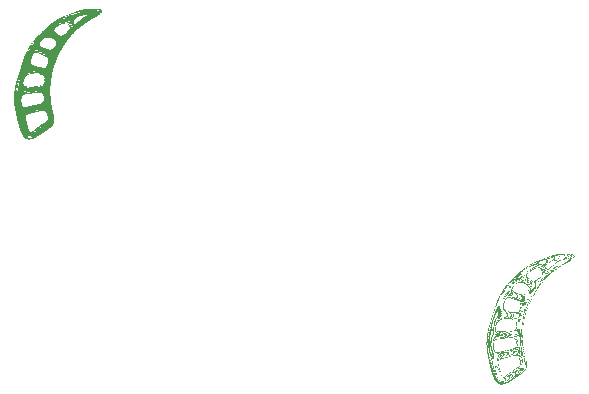
<source format=gbr>
%TF.GenerationSoftware,KiCad,Pcbnew,8.0.9-8.0.9-0~ubuntu22.04.1*%
%TF.CreationDate,2025-08-02T16:06:54-04:00*%
%TF.ProjectId,task-controller,7461736b-2d63-46f6-9e74-726f6c6c6572,rev?*%
%TF.SameCoordinates,Original*%
%TF.FileFunction,Legend,Bot*%
%TF.FilePolarity,Positive*%
%FSLAX46Y46*%
G04 Gerber Fmt 4.6, Leading zero omitted, Abs format (unit mm)*
G04 Created by KiCad (PCBNEW 8.0.9-8.0.9-0~ubuntu22.04.1) date 2025-08-02 16:06:54*
%MOMM*%
%LPD*%
G01*
G04 APERTURE LIST*
%ADD10C,0.000000*%
%ADD11R,1.700000X1.700000*%
%ADD12O,1.700000X1.700000*%
%ADD13C,3.100000*%
%ADD14C,5.400000*%
%ADD15C,0.650000*%
%ADD16O,2.100000X1.000000*%
%ADD17O,1.800000X1.000000*%
%ADD18C,1.200000*%
G04 APERTURE END LIST*
D10*
%TO.C,G3*%
G36*
X16007967Y-73211340D02*
G01*
X16006625Y-73212681D01*
X16005284Y-73211340D01*
X16006625Y-73209998D01*
X16007967Y-73211340D01*
G37*
G36*
X16190418Y-74595819D02*
G01*
X16189076Y-74597160D01*
X16187735Y-74595819D01*
X16189076Y-74594477D01*
X16190418Y-74595819D01*
G37*
G36*
X16343354Y-72030776D02*
G01*
X16342013Y-72032118D01*
X16340671Y-72030776D01*
X16342013Y-72029435D01*
X16343354Y-72030776D01*
G37*
G36*
X16477509Y-75196833D02*
G01*
X16476168Y-75198174D01*
X16474826Y-75196833D01*
X16476168Y-75195491D01*
X16477509Y-75196833D01*
G37*
G36*
X16576784Y-70453114D02*
G01*
X16575442Y-70454456D01*
X16574101Y-70453114D01*
X16575442Y-70451773D01*
X16576784Y-70453114D01*
G37*
G36*
X16590199Y-73055720D02*
G01*
X16588858Y-73057061D01*
X16587516Y-73055720D01*
X16588858Y-73054378D01*
X16590199Y-73055720D01*
G37*
G36*
X16863875Y-68306635D02*
G01*
X16862534Y-68307977D01*
X16861192Y-68306635D01*
X16862534Y-68305294D01*
X16863875Y-68306635D01*
G37*
G36*
X16904122Y-74518009D02*
G01*
X16902780Y-74519350D01*
X16901439Y-74518009D01*
X16902780Y-74516667D01*
X16904122Y-74518009D01*
G37*
G36*
X16906805Y-74512642D02*
G01*
X16905463Y-74513984D01*
X16904122Y-74512642D01*
X16905463Y-74511301D01*
X16906805Y-74512642D01*
G37*
G36*
X16917537Y-68231509D02*
G01*
X16916196Y-68232850D01*
X16914854Y-68231509D01*
X16916196Y-68230167D01*
X16917537Y-68231509D01*
G37*
G36*
X16920220Y-68226142D02*
G01*
X16918879Y-68227484D01*
X16917537Y-68226142D01*
X16918879Y-68224801D01*
X16920220Y-68226142D01*
G37*
G36*
X16933636Y-74595819D02*
G01*
X16932294Y-74597160D01*
X16930953Y-74595819D01*
X16932294Y-74594477D01*
X16933636Y-74595819D01*
G37*
G36*
X17032911Y-70176755D02*
G01*
X17031569Y-70178097D01*
X17030228Y-70176755D01*
X17031569Y-70175414D01*
X17032911Y-70176755D01*
G37*
G36*
X17040960Y-70265297D02*
G01*
X17039618Y-70266639D01*
X17038277Y-70265297D01*
X17039618Y-70263956D01*
X17040960Y-70265297D01*
G37*
G36*
X17051692Y-73621854D02*
G01*
X17050351Y-73623195D01*
X17049009Y-73621854D01*
X17050351Y-73620512D01*
X17051692Y-73621854D01*
G37*
G36*
X17059742Y-73619171D02*
G01*
X17058400Y-73620512D01*
X17057059Y-73619171D01*
X17058400Y-73617829D01*
X17059742Y-73619171D01*
G37*
G36*
X17075840Y-70254565D02*
G01*
X17074499Y-70255907D01*
X17073157Y-70254565D01*
X17074499Y-70253223D01*
X17075840Y-70254565D01*
G37*
G36*
X17199263Y-68601776D02*
G01*
X17197921Y-68603118D01*
X17196580Y-68601776D01*
X17197921Y-68600435D01*
X17199263Y-68601776D01*
G37*
G36*
X17212678Y-69232304D02*
G01*
X17211337Y-69233646D01*
X17209995Y-69232304D01*
X17211337Y-69230963D01*
X17212678Y-69232304D01*
G37*
G36*
X17242192Y-69350361D02*
G01*
X17240851Y-69351702D01*
X17239509Y-69350361D01*
X17240851Y-69349019D01*
X17242192Y-69350361D01*
G37*
G36*
X17244875Y-69355727D02*
G01*
X17243534Y-69357069D01*
X17242192Y-69355727D01*
X17243534Y-69354385D01*
X17244875Y-69355727D01*
G37*
G36*
X17314636Y-67617079D02*
G01*
X17313294Y-67618421D01*
X17311953Y-67617079D01*
X17313294Y-67615738D01*
X17314636Y-67617079D01*
G37*
G36*
X17464889Y-69983572D02*
G01*
X17463548Y-69984914D01*
X17462206Y-69983572D01*
X17463548Y-69982230D01*
X17464889Y-69983572D01*
G37*
G36*
X17537333Y-69763558D02*
G01*
X17535992Y-69764899D01*
X17534650Y-69763558D01*
X17535992Y-69762216D01*
X17537333Y-69763558D01*
G37*
G36*
X17537333Y-74917790D02*
G01*
X17535992Y-74919132D01*
X17534650Y-74917790D01*
X17535992Y-74916449D01*
X17537333Y-74917790D01*
G37*
G36*
X17722467Y-71639044D02*
G01*
X17721125Y-71640385D01*
X17719784Y-71639044D01*
X17721125Y-71637702D01*
X17722467Y-71639044D01*
G37*
G36*
X17789544Y-67764649D02*
G01*
X17788203Y-67765991D01*
X17786861Y-67764649D01*
X17788203Y-67763308D01*
X17789544Y-67764649D01*
G37*
G36*
X17910284Y-67973931D02*
G01*
X17908942Y-67975273D01*
X17907601Y-67973931D01*
X17908942Y-67972590D01*
X17910284Y-67973931D01*
G37*
G36*
X18044439Y-70297495D02*
G01*
X18043097Y-70298836D01*
X18041756Y-70297495D01*
X18043097Y-70296153D01*
X18044439Y-70297495D01*
G37*
G36*
X18098101Y-70313593D02*
G01*
X18096759Y-70314935D01*
X18095418Y-70313593D01*
X18096759Y-70312252D01*
X18098101Y-70313593D01*
G37*
G36*
X18229573Y-72030776D02*
G01*
X18228231Y-72032118D01*
X18226889Y-72030776D01*
X18228231Y-72029435D01*
X18229573Y-72030776D01*
G37*
G36*
X18452270Y-75038530D02*
G01*
X18450928Y-75039871D01*
X18449587Y-75038530D01*
X18450928Y-75037188D01*
X18452270Y-75038530D01*
G37*
G36*
X18489833Y-73297199D02*
G01*
X18488492Y-73298540D01*
X18487150Y-73297199D01*
X18488492Y-73295857D01*
X18489833Y-73297199D01*
G37*
G36*
X18634720Y-74893642D02*
G01*
X18633379Y-74894984D01*
X18632037Y-74893642D01*
X18633379Y-74892301D01*
X18634720Y-74893642D01*
G37*
G36*
X18661551Y-72143466D02*
G01*
X18660210Y-72144808D01*
X18658868Y-72143466D01*
X18660210Y-72142125D01*
X18661551Y-72143466D01*
G37*
G36*
X18742044Y-74008220D02*
G01*
X18740703Y-74009561D01*
X18739361Y-74008220D01*
X18740703Y-74006878D01*
X18742044Y-74008220D01*
G37*
G36*
X19093530Y-66696776D02*
G01*
X19092189Y-66698118D01*
X19090847Y-66696776D01*
X19092189Y-66695435D01*
X19093530Y-66696776D01*
G37*
G36*
X19249150Y-69133030D02*
G01*
X19247809Y-69134371D01*
X19246467Y-69133030D01*
X19247809Y-69131688D01*
X19249150Y-69133030D01*
G37*
G36*
X19332326Y-69095466D02*
G01*
X19330985Y-69096808D01*
X19329643Y-69095466D01*
X19330985Y-69094125D01*
X19332326Y-69095466D01*
G37*
G36*
X19396720Y-65628903D02*
G01*
X19395379Y-65630245D01*
X19394037Y-65628903D01*
X19395379Y-65627561D01*
X19396720Y-65628903D01*
G37*
G36*
X19402087Y-65626220D02*
G01*
X19400745Y-65627561D01*
X19399404Y-65626220D01*
X19400745Y-65624878D01*
X19402087Y-65626220D01*
G37*
G36*
X19640882Y-66959720D02*
G01*
X19639541Y-66961061D01*
X19638199Y-66959720D01*
X19639541Y-66958378D01*
X19640882Y-66959720D01*
G37*
G36*
X19678446Y-66004537D02*
G01*
X19677104Y-66005878D01*
X19675763Y-66004537D01*
X19677104Y-66003195D01*
X19678446Y-66004537D01*
G37*
G36*
X20161404Y-65293516D02*
G01*
X20160062Y-65294857D01*
X20158720Y-65293516D01*
X20160062Y-65292174D01*
X20161404Y-65293516D01*
G37*
G36*
X20169453Y-65266685D02*
G01*
X20168111Y-65268026D01*
X20166770Y-65266685D01*
X20168111Y-65265343D01*
X20169453Y-65266685D01*
G37*
G36*
X20177502Y-65264002D02*
G01*
X20176161Y-65265343D01*
X20174819Y-65264002D01*
X20176161Y-65262660D01*
X20177502Y-65264002D01*
G37*
G36*
X20182868Y-65261319D02*
G01*
X20181527Y-65262660D01*
X20180185Y-65261319D01*
X20181527Y-65259977D01*
X20182868Y-65261319D01*
G37*
G36*
X20190918Y-65258635D02*
G01*
X20189576Y-65259977D01*
X20188235Y-65258635D01*
X20189576Y-65257294D01*
X20190918Y-65258635D01*
G37*
G36*
X20198967Y-65255952D02*
G01*
X20197625Y-65257294D01*
X20196284Y-65255952D01*
X20197625Y-65254611D01*
X20198967Y-65255952D01*
G37*
G36*
X20212382Y-65250586D02*
G01*
X20211041Y-65251928D01*
X20209699Y-65250586D01*
X20211041Y-65249245D01*
X20212382Y-65250586D01*
G37*
G36*
X20228481Y-65245220D02*
G01*
X20227139Y-65246561D01*
X20225798Y-65245220D01*
X20227139Y-65243878D01*
X20228481Y-65245220D01*
G37*
G36*
X20233847Y-65242537D02*
G01*
X20232506Y-65243878D01*
X20231164Y-65242537D01*
X20232506Y-65241195D01*
X20233847Y-65242537D01*
G37*
G36*
X20241897Y-65239854D02*
G01*
X20240555Y-65241195D01*
X20239213Y-65239854D01*
X20240555Y-65238512D01*
X20241897Y-65239854D01*
G37*
G36*
X20249946Y-65237171D02*
G01*
X20248604Y-65238512D01*
X20247263Y-65237171D01*
X20248604Y-65235829D01*
X20249946Y-65237171D01*
G37*
G36*
X20257995Y-65234488D02*
G01*
X20256654Y-65235829D01*
X20255312Y-65234488D01*
X20256654Y-65233146D01*
X20257995Y-65234488D01*
G37*
G36*
X20271411Y-65229121D02*
G01*
X20270069Y-65230463D01*
X20268728Y-65229121D01*
X20270069Y-65227780D01*
X20271411Y-65229121D01*
G37*
G36*
X20279460Y-65226438D02*
G01*
X20278118Y-65227780D01*
X20276777Y-65226438D01*
X20278118Y-65225097D01*
X20279460Y-65226438D01*
G37*
G36*
X20287509Y-65223755D02*
G01*
X20286168Y-65225097D01*
X20284826Y-65223755D01*
X20286168Y-65222414D01*
X20287509Y-65223755D01*
G37*
G36*
X20300925Y-65218389D02*
G01*
X20299583Y-65219730D01*
X20298242Y-65218389D01*
X20299583Y-65217047D01*
X20300925Y-65218389D01*
G37*
G36*
X20308974Y-65215706D02*
G01*
X20307632Y-65217047D01*
X20306291Y-65215706D01*
X20307632Y-65214364D01*
X20308974Y-65215706D01*
G37*
G36*
X20317023Y-65213023D02*
G01*
X20315682Y-65214364D01*
X20314340Y-65213023D01*
X20315682Y-65211681D01*
X20317023Y-65213023D01*
G37*
G36*
X20325073Y-65210340D02*
G01*
X20323731Y-65211681D01*
X20322389Y-65210340D01*
X20323731Y-65208998D01*
X20325073Y-65210340D01*
G37*
G36*
X20346537Y-65202290D02*
G01*
X20345196Y-65203632D01*
X20343854Y-65202290D01*
X20345196Y-65200949D01*
X20346537Y-65202290D01*
G37*
G36*
X20354587Y-65199607D02*
G01*
X20353245Y-65200949D01*
X20351904Y-65199607D01*
X20353245Y-65198266D01*
X20354587Y-65199607D01*
G37*
G36*
X20362636Y-65196924D02*
G01*
X20361294Y-65198266D01*
X20359953Y-65196924D01*
X20361294Y-65195583D01*
X20362636Y-65196924D01*
G37*
G36*
X20384101Y-65188875D02*
G01*
X20382759Y-65190216D01*
X20381418Y-65188875D01*
X20382759Y-65187533D01*
X20384101Y-65188875D01*
G37*
G36*
X20392150Y-65186192D02*
G01*
X20390809Y-65187533D01*
X20389467Y-65186192D01*
X20390809Y-65184850D01*
X20392150Y-65186192D01*
G37*
G36*
X20400199Y-65183509D02*
G01*
X20398858Y-65184850D01*
X20397516Y-65183509D01*
X20398858Y-65182167D01*
X20400199Y-65183509D01*
G37*
G36*
X20408249Y-65180826D02*
G01*
X20406907Y-65182167D01*
X20405566Y-65180826D01*
X20406907Y-65179484D01*
X20408249Y-65180826D01*
G37*
G36*
X20437763Y-65170093D02*
G01*
X20436421Y-65171435D01*
X20435080Y-65170093D01*
X20436421Y-65168752D01*
X20437763Y-65170093D01*
G37*
G36*
X20445812Y-65167410D02*
G01*
X20444470Y-65168752D01*
X20443129Y-65167410D01*
X20444470Y-65166068D01*
X20445812Y-65167410D01*
G37*
G36*
X20483375Y-65153995D02*
G01*
X20482034Y-65155336D01*
X20480692Y-65153995D01*
X20482034Y-65152653D01*
X20483375Y-65153995D01*
G37*
G36*
X20491425Y-65151311D02*
G01*
X20490083Y-65152653D01*
X20488742Y-65151311D01*
X20490083Y-65149970D01*
X20491425Y-65151311D01*
G37*
G36*
X20512889Y-65143262D02*
G01*
X20511548Y-65144604D01*
X20510206Y-65143262D01*
X20511548Y-65141921D01*
X20512889Y-65143262D01*
G37*
G36*
X20520939Y-65140579D02*
G01*
X20519597Y-65141921D01*
X20518256Y-65140579D01*
X20519597Y-65139238D01*
X20520939Y-65140579D01*
G37*
G36*
X20528988Y-65137896D02*
G01*
X20527647Y-65139238D01*
X20526305Y-65137896D01*
X20527647Y-65136554D01*
X20528988Y-65137896D01*
G37*
G36*
X20558502Y-65127164D02*
G01*
X20557161Y-65128505D01*
X20555819Y-65127164D01*
X20557161Y-65125822D01*
X20558502Y-65127164D01*
G37*
G36*
X20926087Y-66017952D02*
G01*
X20924745Y-66019294D01*
X20923404Y-66017952D01*
X20924745Y-66016611D01*
X20926087Y-66017952D01*
G37*
G36*
X21006580Y-64952762D02*
G01*
X21005238Y-64954104D01*
X21003897Y-64952762D01*
X21005238Y-64951421D01*
X21006580Y-64952762D01*
G37*
G36*
X21019995Y-64947396D02*
G01*
X21018654Y-64948738D01*
X21017312Y-64947396D01*
X21018654Y-64946054D01*
X21019995Y-64947396D01*
G37*
G36*
X21038777Y-64939347D02*
G01*
X21037435Y-64940688D01*
X21036094Y-64939347D01*
X21037435Y-64938005D01*
X21038777Y-64939347D01*
G37*
G36*
X21044143Y-64936664D02*
G01*
X21042801Y-64938005D01*
X21041460Y-64936664D01*
X21042801Y-64935322D01*
X21044143Y-64936664D01*
G37*
G36*
X21052192Y-64933980D02*
G01*
X21050851Y-64935322D01*
X21049509Y-64933980D01*
X21050851Y-64932639D01*
X21052192Y-64933980D01*
G37*
G36*
X21057559Y-64931297D02*
G01*
X21056217Y-64932639D01*
X21054875Y-64931297D01*
X21056217Y-64929956D01*
X21057559Y-64931297D01*
G37*
G36*
X21065608Y-64928614D02*
G01*
X21064266Y-64929956D01*
X21062925Y-64928614D01*
X21064266Y-64927273D01*
X21065608Y-64928614D01*
G37*
G36*
X21070974Y-64925931D02*
G01*
X21069632Y-64927273D01*
X21068291Y-64925931D01*
X21069632Y-64924590D01*
X21070974Y-64925931D01*
G37*
G36*
X21084389Y-64920565D02*
G01*
X21083048Y-64921907D01*
X21081706Y-64920565D01*
X21083048Y-64919223D01*
X21084389Y-64920565D01*
G37*
G36*
X21097805Y-64915199D02*
G01*
X21096463Y-64916540D01*
X21095122Y-64915199D01*
X21096463Y-64913857D01*
X21097805Y-64915199D01*
G37*
G36*
X21103171Y-64912516D02*
G01*
X21101830Y-64913857D01*
X21100488Y-64912516D01*
X21101830Y-64911174D01*
X21103171Y-64912516D01*
G37*
G36*
X21111220Y-64909833D02*
G01*
X21109879Y-64911174D01*
X21108537Y-64909833D01*
X21109879Y-64908491D01*
X21111220Y-64909833D01*
G37*
G36*
X21116587Y-64907149D02*
G01*
X21115245Y-64908491D01*
X21113904Y-64907149D01*
X21115245Y-64905808D01*
X21116587Y-64907149D01*
G37*
G36*
X21130002Y-64901783D02*
G01*
X21128661Y-64903125D01*
X21127319Y-64901783D01*
X21128661Y-64900442D01*
X21130002Y-64901783D01*
G37*
G36*
X21231960Y-64861537D02*
G01*
X21230618Y-64862878D01*
X21229277Y-64861537D01*
X21230618Y-64860195D01*
X21231960Y-64861537D01*
G37*
G36*
X21240009Y-64858854D02*
G01*
X21238668Y-64860195D01*
X21237326Y-64858854D01*
X21238668Y-64857512D01*
X21240009Y-64858854D01*
G37*
G36*
X21245375Y-64856171D02*
G01*
X21244034Y-64857512D01*
X21242692Y-64856171D01*
X21244034Y-64854829D01*
X21245375Y-64856171D01*
G37*
G36*
X21253425Y-64853488D02*
G01*
X21252083Y-64854829D01*
X21250742Y-64853488D01*
X21252083Y-64852146D01*
X21253425Y-64853488D01*
G37*
G36*
X21945664Y-65253269D02*
G01*
X21944323Y-65254611D01*
X21942981Y-65253269D01*
X21944323Y-65251928D01*
X21945664Y-65253269D01*
G37*
G36*
X21951030Y-65250586D02*
G01*
X21949689Y-65251928D01*
X21948347Y-65250586D01*
X21949689Y-65249245D01*
X21951030Y-65250586D01*
G37*
G36*
X21956397Y-65247903D02*
G01*
X21955055Y-65249245D01*
X21953713Y-65247903D01*
X21955055Y-65246561D01*
X21956397Y-65247903D01*
G37*
G36*
X21961763Y-65245220D02*
G01*
X21960421Y-65246561D01*
X21959080Y-65245220D01*
X21960421Y-65243878D01*
X21961763Y-65245220D01*
G37*
G36*
X21967129Y-65242537D02*
G01*
X21965787Y-65243878D01*
X21964446Y-65242537D01*
X21965787Y-65241195D01*
X21967129Y-65242537D01*
G37*
G36*
X21972495Y-65239854D02*
G01*
X21971154Y-65241195D01*
X21969812Y-65239854D01*
X21971154Y-65238512D01*
X21972495Y-65239854D01*
G37*
G36*
X21977861Y-65237171D02*
G01*
X21976520Y-65238512D01*
X21975178Y-65237171D01*
X21976520Y-65235829D01*
X21977861Y-65237171D01*
G37*
G36*
X22154946Y-65717445D02*
G01*
X22153604Y-65718787D01*
X22152263Y-65717445D01*
X22153604Y-65716104D01*
X22154946Y-65717445D01*
G37*
G36*
X22162995Y-65712079D02*
G01*
X22161654Y-65713421D01*
X22160312Y-65712079D01*
X22161654Y-65710738D01*
X22162995Y-65712079D01*
G37*
G36*
X22171044Y-65706713D02*
G01*
X22169703Y-65708054D01*
X22168361Y-65706713D01*
X22169703Y-65705371D01*
X22171044Y-65706713D01*
G37*
G36*
X22184460Y-65698664D02*
G01*
X22183118Y-65700005D01*
X22181777Y-65698664D01*
X22183118Y-65697322D01*
X22184460Y-65698664D01*
G37*
G36*
X22197875Y-65690614D02*
G01*
X22196534Y-65691956D01*
X22195192Y-65690614D01*
X22196534Y-65689273D01*
X22197875Y-65690614D01*
G37*
G36*
X22205925Y-65685248D02*
G01*
X22204583Y-65686590D01*
X22203242Y-65685248D01*
X22204583Y-65683907D01*
X22205925Y-65685248D01*
G37*
G36*
X22211291Y-65682565D02*
G01*
X22209949Y-65683907D01*
X22208608Y-65682565D01*
X22209949Y-65681223D01*
X22211291Y-65682565D01*
G37*
G36*
X22219340Y-65677199D02*
G01*
X22217999Y-65678540D01*
X22216657Y-65677199D01*
X22217999Y-65675857D01*
X22219340Y-65677199D01*
G37*
G36*
X22224706Y-65674516D02*
G01*
X22223365Y-65675857D01*
X22222023Y-65674516D01*
X22223365Y-65673174D01*
X22224706Y-65674516D01*
G37*
G36*
X22232756Y-65669149D02*
G01*
X22231414Y-65670491D01*
X22230073Y-65669149D01*
X22231414Y-65667808D01*
X22232756Y-65669149D01*
G37*
G36*
X22251537Y-65658417D02*
G01*
X22250196Y-65659759D01*
X22248854Y-65658417D01*
X22250196Y-65657076D01*
X22251537Y-65658417D01*
G37*
G36*
X22259587Y-65653051D02*
G01*
X22258245Y-65654392D01*
X22256904Y-65653051D01*
X22258245Y-65651709D01*
X22259587Y-65653051D01*
G37*
G36*
X22264953Y-65650368D02*
G01*
X22263611Y-65651709D01*
X22262270Y-65650368D01*
X22263611Y-65649026D01*
X22264953Y-65650368D01*
G37*
G36*
X22278368Y-65642319D02*
G01*
X22277027Y-65643660D01*
X22275685Y-65642319D01*
X22277027Y-65640977D01*
X22278368Y-65642319D01*
G37*
G36*
X22297150Y-65631586D02*
G01*
X22295809Y-65632928D01*
X22294467Y-65631586D01*
X22295809Y-65630245D01*
X22297150Y-65631586D01*
G37*
G36*
X22323981Y-65615488D02*
G01*
X22322639Y-65616829D01*
X22321298Y-65615488D01*
X22322639Y-65614146D01*
X22323981Y-65615488D01*
G37*
G36*
X22358861Y-64724699D02*
G01*
X22357520Y-64726040D01*
X22356178Y-64724699D01*
X22357520Y-64723357D01*
X22358861Y-64724699D01*
G37*
G36*
X22361544Y-65594023D02*
G01*
X22360203Y-65595364D01*
X22358861Y-65594023D01*
X22360203Y-65592681D01*
X22361544Y-65594023D01*
G37*
G36*
X22369594Y-64724699D02*
G01*
X22368252Y-64726040D01*
X22366911Y-64724699D01*
X22368252Y-64723357D01*
X22369594Y-64724699D01*
G37*
G36*
X22417889Y-65561826D02*
G01*
X22416548Y-65563167D01*
X22415206Y-65561826D01*
X22416548Y-65560484D01*
X22417889Y-65561826D01*
G37*
G36*
X22656685Y-65422304D02*
G01*
X22655344Y-65423646D01*
X22654002Y-65422304D01*
X22655344Y-65420963D01*
X22656685Y-65422304D01*
G37*
G36*
X22761326Y-64722016D02*
G01*
X22759985Y-64723357D01*
X22758643Y-64722016D01*
X22759985Y-64720674D01*
X22761326Y-64722016D01*
G37*
G36*
X23021587Y-64984959D02*
G01*
X23020245Y-64986301D01*
X23018904Y-64984959D01*
X23020245Y-64983618D01*
X23021587Y-64984959D01*
G37*
G36*
X15865551Y-71391975D02*
G01*
X15865361Y-71394697D01*
X15864142Y-71395497D01*
X15863610Y-71394548D01*
X15863930Y-71390354D01*
X15864896Y-71389112D01*
X15865551Y-71391975D01*
G37*
G36*
X15900643Y-71326463D02*
G01*
X15900449Y-71327883D01*
X15898854Y-71328252D01*
X15898533Y-71327858D01*
X15898854Y-71324674D01*
X15899661Y-71324254D01*
X15900643Y-71326463D01*
G37*
G36*
X15967509Y-73645778D02*
G01*
X15967319Y-73648499D01*
X15966099Y-73649300D01*
X15965568Y-73648350D01*
X15965888Y-73644157D01*
X15966853Y-73642915D01*
X15967509Y-73645778D01*
G37*
G36*
X16010650Y-73749301D02*
G01*
X16010456Y-73750721D01*
X16008861Y-73751090D01*
X16008540Y-73750696D01*
X16008861Y-73747512D01*
X16009668Y-73747092D01*
X16010650Y-73749301D01*
G37*
G36*
X16053580Y-73904921D02*
G01*
X16053386Y-73906341D01*
X16051791Y-73906709D01*
X16051470Y-73906316D01*
X16051791Y-73903132D01*
X16052598Y-73902712D01*
X16053580Y-73904921D01*
G37*
G36*
X16160904Y-74339583D02*
G01*
X16160710Y-74341003D01*
X16159115Y-74341371D01*
X16158794Y-74340978D01*
X16159115Y-74337794D01*
X16159922Y-74337374D01*
X16160904Y-74339583D01*
G37*
G36*
X16193101Y-74605209D02*
G01*
X16192907Y-74606630D01*
X16191312Y-74606998D01*
X16190991Y-74606605D01*
X16191312Y-74603421D01*
X16192119Y-74603001D01*
X16193101Y-74605209D01*
G37*
G36*
X16959573Y-75741054D02*
G01*
X16959992Y-75741861D01*
X16957784Y-75742843D01*
X16956363Y-75742650D01*
X16955995Y-75741054D01*
X16956388Y-75740733D01*
X16959573Y-75741054D01*
G37*
G36*
X16971702Y-75743693D02*
G01*
X16972944Y-75744659D01*
X16970081Y-75745314D01*
X16967360Y-75745125D01*
X16966560Y-75743905D01*
X16967509Y-75743374D01*
X16971702Y-75743693D01*
G37*
G36*
X16989087Y-71917639D02*
G01*
X16989506Y-71918446D01*
X16987298Y-71919428D01*
X16985878Y-71919234D01*
X16985509Y-71917639D01*
X16985902Y-71917318D01*
X16989087Y-71917639D01*
G37*
G36*
X17087076Y-70251391D02*
G01*
X17088318Y-70252356D01*
X17085455Y-70253012D01*
X17082733Y-70252822D01*
X17081933Y-70251602D01*
X17082882Y-70251071D01*
X17087076Y-70251391D01*
G37*
G36*
X17220728Y-69284625D02*
G01*
X17220534Y-69286045D01*
X17218939Y-69286414D01*
X17218618Y-69286020D01*
X17218939Y-69282836D01*
X17219746Y-69282416D01*
X17220728Y-69284625D01*
G37*
G36*
X17549854Y-68416195D02*
G01*
X17550274Y-68417002D01*
X17548066Y-68417984D01*
X17546645Y-68417790D01*
X17546277Y-68416195D01*
X17546670Y-68415874D01*
X17549854Y-68416195D01*
G37*
G36*
X17560587Y-68413512D02*
G01*
X17561006Y-68414319D01*
X17558798Y-68415301D01*
X17557378Y-68415107D01*
X17557009Y-68413512D01*
X17557402Y-68413191D01*
X17560587Y-68413512D01*
G37*
G36*
X17565953Y-73463104D02*
G01*
X17566373Y-73463911D01*
X17564164Y-73464892D01*
X17562744Y-73464699D01*
X17562375Y-73463104D01*
X17562769Y-73462783D01*
X17565953Y-73463104D01*
G37*
G36*
X17610280Y-72827165D02*
G01*
X17611522Y-72828131D01*
X17608659Y-72828786D01*
X17605937Y-72828597D01*
X17605137Y-72827377D01*
X17606087Y-72826845D01*
X17610280Y-72827165D01*
G37*
G36*
X17624981Y-72824526D02*
G01*
X17625401Y-72825333D01*
X17623192Y-72826315D01*
X17621772Y-72826121D01*
X17621404Y-72824526D01*
X17621797Y-72824205D01*
X17624981Y-72824526D01*
G37*
G36*
X17748404Y-70240702D02*
G01*
X17748823Y-70241509D01*
X17746615Y-70242491D01*
X17745194Y-70242297D01*
X17744826Y-70240702D01*
X17745219Y-70240381D01*
X17748404Y-70240702D01*
G37*
G36*
X17963734Y-67767109D02*
G01*
X17963544Y-67769830D01*
X17962325Y-67770631D01*
X17961793Y-67769681D01*
X17962113Y-67765488D01*
X17963079Y-67764246D01*
X17963734Y-67767109D01*
G37*
G36*
X17966629Y-67776723D02*
G01*
X17966435Y-67778144D01*
X17964840Y-67778512D01*
X17964519Y-67778119D01*
X17964840Y-67774935D01*
X17965647Y-67774515D01*
X17966629Y-67776723D01*
G37*
G36*
X18034209Y-70294320D02*
G01*
X18035451Y-70295286D01*
X18032588Y-70295941D01*
X18029867Y-70295751D01*
X18029067Y-70294532D01*
X18030016Y-70294000D01*
X18034209Y-70294320D01*
G37*
G36*
X18083791Y-70307780D02*
G01*
X18084211Y-70308587D01*
X18082002Y-70309569D01*
X18080582Y-70309375D01*
X18080213Y-70307780D01*
X18080607Y-70307459D01*
X18083791Y-70307780D01*
G37*
G36*
X18091840Y-70310463D02*
G01*
X18092260Y-70311270D01*
X18090051Y-70312252D01*
X18088631Y-70312058D01*
X18088263Y-70310463D01*
X18088656Y-70310142D01*
X18091840Y-70310463D01*
G37*
G36*
X18264241Y-72449116D02*
G01*
X18264051Y-72451837D01*
X18262832Y-72452638D01*
X18262300Y-72451688D01*
X18262620Y-72447495D01*
X18263586Y-72446253D01*
X18264241Y-72449116D01*
G37*
G36*
X18266924Y-72438384D02*
G01*
X18266734Y-72441105D01*
X18265515Y-72441905D01*
X18264983Y-72440956D01*
X18265303Y-72436763D01*
X18266269Y-72435521D01*
X18266924Y-72438384D01*
G37*
G36*
X18424544Y-67104160D02*
G01*
X18424964Y-67104967D01*
X18422756Y-67105949D01*
X18421335Y-67105755D01*
X18420967Y-67104160D01*
X18421360Y-67103839D01*
X18424544Y-67104160D01*
G37*
G36*
X18633826Y-66935125D02*
G01*
X18634246Y-66935932D01*
X18632037Y-66936914D01*
X18630617Y-66936720D01*
X18630249Y-66935125D01*
X18630642Y-66934804D01*
X18633826Y-66935125D01*
G37*
G36*
X18661551Y-72134076D02*
G01*
X18661358Y-72135496D01*
X18659763Y-72135864D01*
X18659442Y-72135471D01*
X18659763Y-72132287D01*
X18660570Y-72131867D01*
X18661551Y-72134076D01*
G37*
G36*
X18891874Y-72587519D02*
G01*
X18891500Y-72591210D01*
X18890521Y-72590873D01*
X18890167Y-72589659D01*
X18890521Y-72584165D01*
X18891453Y-72583710D01*
X18891874Y-72587519D01*
G37*
G36*
X18905290Y-72689477D02*
G01*
X18904916Y-72693168D01*
X18903936Y-72692831D01*
X18903582Y-72691616D01*
X18903936Y-72686123D01*
X18904868Y-72685668D01*
X18905290Y-72689477D01*
G37*
G36*
X19007671Y-73285125D02*
G01*
X19007478Y-73286545D01*
X19005882Y-73286914D01*
X19005561Y-73286520D01*
X19005882Y-73283336D01*
X19006689Y-73282916D01*
X19007671Y-73285125D01*
G37*
G36*
X19031819Y-69866857D02*
G01*
X19031625Y-69868278D01*
X19030030Y-69868646D01*
X19029709Y-69868253D01*
X19030030Y-69865069D01*
X19030837Y-69864649D01*
X19031819Y-69866857D01*
G37*
G36*
X19160184Y-73840526D02*
G01*
X19159810Y-73844217D01*
X19158831Y-73843880D01*
X19158476Y-73842666D01*
X19158831Y-73837172D01*
X19159763Y-73836717D01*
X19160184Y-73840526D01*
G37*
G36*
X19163079Y-73852377D02*
G01*
X19162889Y-73855098D01*
X19161670Y-73855898D01*
X19161138Y-73854949D01*
X19161458Y-73850756D01*
X19162424Y-73849514D01*
X19163079Y-73852377D01*
G37*
G36*
X19165550Y-73867357D02*
G01*
X19165176Y-73871048D01*
X19164197Y-73870711D01*
X19163843Y-73869497D01*
X19164197Y-73864003D01*
X19165129Y-73863548D01*
X19165550Y-73867357D01*
G37*
G36*
X19168233Y-73880773D02*
G01*
X19167859Y-73884464D01*
X19166880Y-73884127D01*
X19166526Y-73882912D01*
X19166880Y-73877419D01*
X19167812Y-73876964D01*
X19168233Y-73880773D01*
G37*
G36*
X19171340Y-73929069D02*
G01*
X19171147Y-73930489D01*
X19169551Y-73930857D01*
X19169230Y-73930464D01*
X19169551Y-73927280D01*
X19170358Y-73926860D01*
X19171340Y-73929069D01*
G37*
G36*
X19170917Y-73896871D02*
G01*
X19170543Y-73900562D01*
X19169563Y-73900225D01*
X19169209Y-73899011D01*
X19169563Y-73893517D01*
X19170495Y-73893062D01*
X19170917Y-73896871D01*
G37*
G36*
X19173811Y-73911405D02*
G01*
X19173622Y-73914126D01*
X19172402Y-73914926D01*
X19171871Y-73913977D01*
X19172190Y-73909784D01*
X19173156Y-73908542D01*
X19173811Y-73911405D01*
G37*
G36*
X19176495Y-73930186D02*
G01*
X19176305Y-73932908D01*
X19175085Y-73933708D01*
X19174554Y-73932759D01*
X19174874Y-73928565D01*
X19175839Y-73927324D01*
X19176495Y-73930186D01*
G37*
G36*
X19179178Y-73948968D02*
G01*
X19178988Y-73951690D01*
X19177768Y-73952490D01*
X19177237Y-73951540D01*
X19177557Y-73947347D01*
X19178522Y-73946105D01*
X19179178Y-73948968D01*
G37*
G36*
X19329643Y-69102174D02*
G01*
X19329449Y-69103595D01*
X19327854Y-69103963D01*
X19327533Y-69103570D01*
X19327854Y-69100385D01*
X19328661Y-69099966D01*
X19329643Y-69102174D01*
G37*
G36*
X20163192Y-65268921D02*
G01*
X20163612Y-65269728D01*
X20161404Y-65270709D01*
X20159983Y-65270516D01*
X20159615Y-65268921D01*
X20160008Y-65268600D01*
X20163192Y-65268921D01*
G37*
G36*
X20265150Y-65231357D02*
G01*
X20265570Y-65232164D01*
X20263361Y-65233146D01*
X20261941Y-65232952D01*
X20261573Y-65231357D01*
X20261966Y-65231036D01*
X20265150Y-65231357D01*
G37*
G36*
X20294664Y-65220625D02*
G01*
X20295084Y-65221432D01*
X20292875Y-65222414D01*
X20291455Y-65222220D01*
X20291087Y-65220625D01*
X20291480Y-65220304D01*
X20294664Y-65220625D01*
G37*
G36*
X20340277Y-65204526D02*
G01*
X20340697Y-65205333D01*
X20338488Y-65206315D01*
X20337068Y-65206121D01*
X20336699Y-65204526D01*
X20337093Y-65204205D01*
X20340277Y-65204526D01*
G37*
G36*
X20369791Y-65193794D02*
G01*
X20370211Y-65194601D01*
X20368002Y-65195583D01*
X20366582Y-65195389D01*
X20366213Y-65193794D01*
X20366607Y-65193473D01*
X20369791Y-65193794D01*
G37*
G36*
X20377840Y-65191111D02*
G01*
X20378260Y-65191918D01*
X20376051Y-65192899D01*
X20374631Y-65192706D01*
X20374263Y-65191111D01*
X20374656Y-65190790D01*
X20377840Y-65191111D01*
G37*
G36*
X20415404Y-65177695D02*
G01*
X20415823Y-65178502D01*
X20413615Y-65179484D01*
X20412194Y-65179290D01*
X20411826Y-65177695D01*
X20412219Y-65177374D01*
X20415404Y-65177695D01*
G37*
G36*
X20423453Y-65175012D02*
G01*
X20423873Y-65175819D01*
X20421664Y-65176801D01*
X20420244Y-65176607D01*
X20419875Y-65175012D01*
X20420269Y-65174691D01*
X20423453Y-65175012D01*
G37*
G36*
X20431502Y-65172329D02*
G01*
X20431922Y-65173136D01*
X20429713Y-65174118D01*
X20428293Y-65173924D01*
X20427925Y-65172329D01*
X20428318Y-65172008D01*
X20431502Y-65172329D01*
G37*
G36*
X20452967Y-65164280D02*
G01*
X20453387Y-65165087D01*
X20451178Y-65166068D01*
X20449758Y-65165875D01*
X20449389Y-65164280D01*
X20449783Y-65163959D01*
X20452967Y-65164280D01*
G37*
G36*
X20461016Y-65161597D02*
G01*
X20461436Y-65162404D01*
X20459228Y-65163385D01*
X20457807Y-65163192D01*
X20457439Y-65161597D01*
X20457832Y-65161276D01*
X20461016Y-65161597D01*
G37*
G36*
X20469066Y-65158914D02*
G01*
X20469485Y-65159721D01*
X20467277Y-65160702D01*
X20465856Y-65160509D01*
X20465488Y-65158914D01*
X20465881Y-65158592D01*
X20469066Y-65158914D01*
G37*
G36*
X20477115Y-65156230D02*
G01*
X20477535Y-65157038D01*
X20475326Y-65158019D01*
X20473906Y-65157826D01*
X20473537Y-65156230D01*
X20473931Y-65155909D01*
X20477115Y-65156230D01*
G37*
G36*
X20498580Y-65148181D02*
G01*
X20498999Y-65148988D01*
X20496791Y-65149970D01*
X20495370Y-65149776D01*
X20495002Y-65148181D01*
X20495395Y-65147860D01*
X20498580Y-65148181D01*
G37*
G36*
X20506629Y-65145498D02*
G01*
X20507049Y-65146305D01*
X20504840Y-65147287D01*
X20503420Y-65147093D01*
X20503051Y-65145498D01*
X20503445Y-65145177D01*
X20506629Y-65145498D01*
G37*
G36*
X20536143Y-65134766D02*
G01*
X20536563Y-65135573D01*
X20534354Y-65136554D01*
X20532934Y-65136361D01*
X20532566Y-65134766D01*
X20532959Y-65134445D01*
X20536143Y-65134766D01*
G37*
G36*
X20552242Y-65129399D02*
G01*
X20552661Y-65130207D01*
X20550453Y-65131188D01*
X20549032Y-65130995D01*
X20548664Y-65129399D01*
X20549057Y-65129078D01*
X20552242Y-65129399D01*
G37*
G36*
X21078129Y-64922801D02*
G01*
X21078549Y-64923608D01*
X21076340Y-64924590D01*
X21074920Y-64924396D01*
X21074551Y-64922801D01*
X21074945Y-64922480D01*
X21078129Y-64922801D01*
G37*
G36*
X21091544Y-64917435D02*
G01*
X21091964Y-64918242D01*
X21089756Y-64919223D01*
X21088335Y-64919030D01*
X21087967Y-64917435D01*
X21088360Y-64917114D01*
X21091544Y-64917435D01*
G37*
G36*
X21123742Y-64904019D02*
G01*
X21124161Y-64904826D01*
X21121953Y-64905808D01*
X21120532Y-64905614D01*
X21120164Y-64904019D01*
X21120557Y-64903698D01*
X21123742Y-64904019D01*
G37*
G36*
X21276678Y-64844991D02*
G01*
X21277098Y-64845798D01*
X21274889Y-64846780D01*
X21273469Y-64846586D01*
X21273101Y-64844991D01*
X21273494Y-64844670D01*
X21276678Y-64844991D01*
G37*
G36*
X16881012Y-70075648D02*
G01*
X16881205Y-70076744D01*
X16878514Y-70077928D01*
X16877523Y-70077912D01*
X16874762Y-70077114D01*
X16877106Y-70074912D01*
X16877901Y-70074560D01*
X16881012Y-70075648D01*
G37*
G36*
X17568444Y-74891630D02*
G01*
X17566546Y-74893811D01*
X17562709Y-74897417D01*
X17561481Y-74896741D01*
X17563219Y-74894622D01*
X17567518Y-74890704D01*
X17573555Y-74885593D01*
X17568444Y-74891630D01*
G37*
G36*
X21126234Y-65857893D02*
G01*
X21125877Y-65858440D01*
X21123226Y-65860911D01*
X21121953Y-65859808D01*
X21122193Y-65859204D01*
X21125051Y-65856710D01*
X21126550Y-65856057D01*
X21126234Y-65857893D01*
G37*
G36*
X21729931Y-65374936D02*
G01*
X21729574Y-65375482D01*
X21726923Y-65377953D01*
X21725650Y-65376850D01*
X21725890Y-65376247D01*
X21728748Y-65373752D01*
X21730247Y-65373100D01*
X21729931Y-65374936D01*
G37*
G36*
X21737980Y-65369569D02*
G01*
X21737624Y-65370116D01*
X21734973Y-65372587D01*
X21733699Y-65371484D01*
X21733939Y-65370880D01*
X21736797Y-65368386D01*
X21738296Y-65367733D01*
X21737980Y-65369569D01*
G37*
G36*
X22191424Y-65694224D02*
G01*
X22191067Y-65694771D01*
X22188416Y-65697242D01*
X22187143Y-65696139D01*
X22187383Y-65695535D01*
X22190241Y-65693041D01*
X22191740Y-65692388D01*
X22191424Y-65694224D01*
G37*
G36*
X15792796Y-71716854D02*
G01*
X15792800Y-71717489D01*
X15792440Y-71721689D01*
X15791559Y-71721600D01*
X15791067Y-71719396D01*
X15791460Y-71713551D01*
X15791592Y-71713090D01*
X15792409Y-71712692D01*
X15792796Y-71716854D01*
G37*
G36*
X15798162Y-71673924D02*
G01*
X15798166Y-71674560D01*
X15797806Y-71678760D01*
X15796925Y-71678671D01*
X15796433Y-71676466D01*
X15796826Y-71670621D01*
X15796959Y-71670160D01*
X15797775Y-71669763D01*
X15798162Y-71673924D01*
G37*
G36*
X15800845Y-71652459D02*
G01*
X15800849Y-71653095D01*
X15800489Y-71657295D01*
X15799608Y-71657206D01*
X15799116Y-71655001D01*
X15799509Y-71649157D01*
X15799642Y-71648695D01*
X15800458Y-71648298D01*
X15800845Y-71652459D01*
G37*
G36*
X15803528Y-71630995D02*
G01*
X15803532Y-71631630D01*
X15803172Y-71635830D01*
X15802292Y-71635741D01*
X15801799Y-71633536D01*
X15802192Y-71627692D01*
X15802325Y-71627230D01*
X15803142Y-71626833D01*
X15803528Y-71630995D01*
G37*
G36*
X15806211Y-71612213D02*
G01*
X15806215Y-71612848D01*
X15805855Y-71617049D01*
X15804975Y-71616959D01*
X15804482Y-71614755D01*
X15804875Y-71608910D01*
X15805008Y-71608449D01*
X15805825Y-71608052D01*
X15806211Y-71612213D01*
G37*
G36*
X15811199Y-71568427D02*
G01*
X15811478Y-71573308D01*
X15811452Y-71575128D01*
X15811029Y-71578838D01*
X15810251Y-71578003D01*
X15809834Y-71575417D01*
X15810251Y-71568613D01*
X15810502Y-71567851D01*
X15811199Y-71568427D01*
G37*
G36*
X15814261Y-71555868D02*
G01*
X15814264Y-71556503D01*
X15813905Y-71560703D01*
X15813024Y-71560614D01*
X15812532Y-71558410D01*
X15812925Y-71552565D01*
X15813057Y-71552104D01*
X15813874Y-71551706D01*
X15814261Y-71555868D01*
G37*
G36*
X16185051Y-74654847D02*
G01*
X16186328Y-74658495D01*
X16187357Y-74664238D01*
X16186825Y-74665822D01*
X16185051Y-74662896D01*
X16183775Y-74659248D01*
X16182746Y-74653505D01*
X16183278Y-74651921D01*
X16185051Y-74654847D01*
G37*
G36*
X16331720Y-72534342D02*
G01*
X16331999Y-72539223D01*
X16331973Y-72541044D01*
X16331550Y-72544754D01*
X16330772Y-72543919D01*
X16330355Y-72541333D01*
X16330772Y-72534528D01*
X16331023Y-72533767D01*
X16331720Y-72534342D01*
G37*
G36*
X16927314Y-68212603D02*
G01*
X16925587Y-68216752D01*
X16923528Y-68220061D01*
X16921373Y-68222118D01*
X16921176Y-68220900D01*
X16922904Y-68216752D01*
X16924962Y-68213442D01*
X16927117Y-68211385D01*
X16927314Y-68212603D01*
G37*
G36*
X17000006Y-75746284D02*
G01*
X17001874Y-75746760D01*
X17000093Y-75747241D01*
X16994006Y-75747442D01*
X16989026Y-75747354D01*
X16985511Y-75746949D01*
X16986590Y-75746321D01*
X16992071Y-75745843D01*
X17000006Y-75746284D01*
G37*
G36*
X17010724Y-71914885D02*
G01*
X17011185Y-71915018D01*
X17011583Y-71915835D01*
X17007421Y-71916221D01*
X17006786Y-71916225D01*
X17002586Y-71915865D01*
X17002675Y-71914985D01*
X17004879Y-71914492D01*
X17010724Y-71914885D01*
G37*
G36*
X17034872Y-71912202D02*
G01*
X17035333Y-71912335D01*
X17035730Y-71913152D01*
X17031569Y-71913538D01*
X17030934Y-71913542D01*
X17026733Y-71913182D01*
X17026823Y-71912302D01*
X17029027Y-71911809D01*
X17034872Y-71912202D01*
G37*
G36*
X17059071Y-71909529D02*
G01*
X17059832Y-71909780D01*
X17059257Y-71910476D01*
X17054375Y-71910756D01*
X17052555Y-71910730D01*
X17048845Y-71910307D01*
X17049680Y-71909529D01*
X17052266Y-71909112D01*
X17059071Y-71909529D01*
G37*
G36*
X17080485Y-71906836D02*
G01*
X17080946Y-71906969D01*
X17081343Y-71907785D01*
X17077182Y-71908172D01*
X17076546Y-71908176D01*
X17072346Y-71907816D01*
X17072435Y-71906935D01*
X17074640Y-71906443D01*
X17080485Y-71906836D01*
G37*
G36*
X17110050Y-71904163D02*
G01*
X17110811Y-71904413D01*
X17110236Y-71905110D01*
X17105354Y-71905390D01*
X17103534Y-71905364D01*
X17099824Y-71904940D01*
X17100659Y-71904163D01*
X17103245Y-71903745D01*
X17110050Y-71904163D01*
G37*
G36*
X17104061Y-75089509D02*
G01*
X17107195Y-75093781D01*
X17111065Y-75100241D01*
X17113700Y-75105607D01*
X17109330Y-75100241D01*
X17106197Y-75095968D01*
X17102327Y-75089509D01*
X17099692Y-75084142D01*
X17104061Y-75089509D01*
G37*
G36*
X17119441Y-75111973D02*
G01*
X17122302Y-75114428D01*
X17124136Y-75116668D01*
X17124092Y-75117139D01*
X17122344Y-75117157D01*
X17118428Y-75112986D01*
X17116929Y-75111042D01*
X17116262Y-75109652D01*
X17119441Y-75111973D01*
G37*
G36*
X17135539Y-71901436D02*
G01*
X17136898Y-71901854D01*
X17135305Y-71902389D01*
X17129502Y-71902598D01*
X17125565Y-71902520D01*
X17122194Y-71902099D01*
X17123465Y-71901436D01*
X17127721Y-71900992D01*
X17135539Y-71901436D01*
G37*
G36*
X17217521Y-69272551D02*
G01*
X17217525Y-69273186D01*
X17217165Y-69277387D01*
X17216284Y-69277297D01*
X17215792Y-69275093D01*
X17216185Y-69269248D01*
X17216318Y-69268787D01*
X17217134Y-69268390D01*
X17217521Y-69272551D01*
G37*
G36*
X17473281Y-68437436D02*
G01*
X17472445Y-68438475D01*
X17468878Y-68441922D01*
X17467573Y-68441119D01*
X17468552Y-68439733D01*
X17472268Y-68436423D01*
X17474212Y-68434925D01*
X17475602Y-68434258D01*
X17473281Y-68437436D01*
G37*
G36*
X17576858Y-68410758D02*
G01*
X17577319Y-68410891D01*
X17577716Y-68411708D01*
X17573555Y-68412095D01*
X17572920Y-68412098D01*
X17568719Y-68411739D01*
X17568809Y-68410858D01*
X17571013Y-68410366D01*
X17576858Y-68410758D01*
G37*
G36*
X18728971Y-66154120D02*
G01*
X18728135Y-66155158D01*
X18724568Y-66158605D01*
X18723263Y-66157802D01*
X18724242Y-66156416D01*
X18727958Y-66153107D01*
X18729902Y-66151608D01*
X18731292Y-66150941D01*
X18728971Y-66154120D01*
G37*
G36*
X18894079Y-72604103D02*
G01*
X18894359Y-72608984D01*
X18894333Y-72610804D01*
X18893909Y-72614514D01*
X18893132Y-72613679D01*
X18892714Y-72611094D01*
X18893132Y-72604289D01*
X18893382Y-72603527D01*
X18894079Y-72604103D01*
G37*
G36*
X18896723Y-72623911D02*
G01*
X18896988Y-72629107D01*
X18896953Y-72631950D01*
X18896546Y-72635803D01*
X18895821Y-72635175D01*
X18895335Y-72631434D01*
X18895766Y-72624443D01*
X18896117Y-72623123D01*
X18896723Y-72623911D01*
G37*
G36*
X18899445Y-72644349D02*
G01*
X18899725Y-72649230D01*
X18899699Y-72651051D01*
X18899275Y-72654761D01*
X18898498Y-72653926D01*
X18898080Y-72651340D01*
X18898498Y-72644535D01*
X18898749Y-72643774D01*
X18899445Y-72644349D01*
G37*
G36*
X18902507Y-72669354D02*
G01*
X18902511Y-72669989D01*
X18902151Y-72674189D01*
X18901270Y-72674100D01*
X18900778Y-72671896D01*
X18901171Y-72666051D01*
X18901304Y-72665590D01*
X18902120Y-72665192D01*
X18902507Y-72669354D01*
G37*
G36*
X20155502Y-65271266D02*
G01*
X20153354Y-65273392D01*
X20151056Y-65274657D01*
X20146647Y-65275993D01*
X20145840Y-65275518D01*
X20147988Y-65273392D01*
X20150286Y-65272127D01*
X20154696Y-65270792D01*
X20155502Y-65271266D01*
G37*
G36*
X21186689Y-65824098D02*
G01*
X21184234Y-65826960D01*
X21181994Y-65828794D01*
X21181523Y-65828750D01*
X21181505Y-65827002D01*
X21185676Y-65823085D01*
X21187621Y-65821587D01*
X21189010Y-65820920D01*
X21186689Y-65824098D01*
G37*
G36*
X21268947Y-64847451D02*
G01*
X21266840Y-64849463D01*
X21264519Y-64850649D01*
X21258791Y-64851916D01*
X21257108Y-64851293D01*
X21260132Y-64849463D01*
X21262000Y-64848701D01*
X21266997Y-64847197D01*
X21268947Y-64847451D01*
G37*
G36*
X22540641Y-64732168D02*
G01*
X22542369Y-64732686D01*
X22539887Y-64733119D01*
X22533263Y-64733286D01*
X22527267Y-64733157D01*
X22524220Y-64732753D01*
X22525884Y-64732168D01*
X22531975Y-64731719D01*
X22540641Y-64732168D01*
G37*
G36*
X17528329Y-72843440D02*
G01*
X17534650Y-72845097D01*
X17537040Y-72845900D01*
X17538953Y-72846992D01*
X17535992Y-72847324D01*
X17532307Y-72847010D01*
X17525259Y-72845097D01*
X17522558Y-72843457D01*
X17523926Y-72842893D01*
X17528329Y-72843440D01*
G37*
G36*
X17937738Y-71820892D02*
G01*
X17937802Y-71820900D01*
X17939945Y-71821447D01*
X17937293Y-71821843D01*
X17930407Y-71822005D01*
X17923349Y-71821868D01*
X17920157Y-71821478D01*
X17921639Y-71820919D01*
X17928988Y-71820453D01*
X17937738Y-71820892D01*
G37*
G36*
X19326366Y-69110497D02*
G01*
X19323841Y-69116816D01*
X19321355Y-69121262D01*
X19319606Y-69122546D01*
X19319547Y-69122465D01*
X19320092Y-69119344D01*
X19322618Y-69113815D01*
X19324777Y-69110133D01*
X19326622Y-69108130D01*
X19326366Y-69110497D01*
G37*
G36*
X17232815Y-69331695D02*
G01*
X17235485Y-69335604D01*
X17238087Y-69340873D01*
X17239319Y-69344995D01*
X17239317Y-69345072D01*
X17238154Y-69344878D01*
X17235485Y-69340970D01*
X17232882Y-69335700D01*
X17231650Y-69331579D01*
X17231652Y-69331501D01*
X17232815Y-69331695D01*
G37*
G36*
X17540717Y-72840722D02*
G01*
X17548066Y-72842414D01*
X17550334Y-72843174D01*
X17552322Y-72844273D01*
X17549407Y-72844562D01*
X17544681Y-72844105D01*
X17537333Y-72842414D01*
X17535064Y-72841653D01*
X17533077Y-72840555D01*
X17535992Y-72840265D01*
X17540717Y-72840722D01*
G37*
G36*
X16194874Y-74613659D02*
G01*
X16197125Y-74618625D01*
X16197550Y-74619754D01*
X16199817Y-74626960D01*
X16200742Y-74632040D01*
X16200642Y-74632720D01*
X16199377Y-74631640D01*
X16197125Y-74626674D01*
X16196701Y-74625545D01*
X16194433Y-74618339D01*
X16193509Y-74613259D01*
X16193609Y-74612579D01*
X16194874Y-74613659D01*
G37*
G36*
X17090807Y-75064176D02*
G01*
X17093141Y-75067218D01*
X17096197Y-75072558D01*
X17098853Y-75078107D01*
X17099988Y-75081773D01*
X17099985Y-75081995D01*
X17099358Y-75082805D01*
X17097355Y-75079918D01*
X17093553Y-75072739D01*
X17092821Y-75071263D01*
X17090652Y-75066104D01*
X17090459Y-75064019D01*
X17090807Y-75064176D01*
G37*
G36*
X18739093Y-74013362D02*
G01*
X18738393Y-74017911D01*
X18736603Y-74024686D01*
X18734040Y-74032249D01*
X18731972Y-74036883D01*
X18730299Y-74039076D01*
X18730095Y-74038653D01*
X18730685Y-74034849D01*
X18732355Y-74028543D01*
X18734561Y-74021519D01*
X18736759Y-74015563D01*
X18738406Y-74012459D01*
X18739093Y-74013362D01*
G37*
G36*
X17767403Y-70243057D02*
G01*
X17776961Y-70243701D01*
X17786861Y-70245037D01*
X17792393Y-70246228D01*
X17793705Y-70247017D01*
X17791255Y-70247331D01*
X17785851Y-70247157D01*
X17778304Y-70246483D01*
X17769421Y-70245298D01*
X17765994Y-70244751D01*
X17760955Y-70243778D01*
X17760848Y-70243262D01*
X17765397Y-70243048D01*
X17767403Y-70243057D01*
G37*
G36*
X18182204Y-71133040D02*
G01*
X18178167Y-71137086D01*
X18171684Y-71142407D01*
X18165163Y-71147324D01*
X18160128Y-71150833D01*
X18157736Y-71151903D01*
X18157129Y-71151043D01*
X18158550Y-71149117D01*
X18162998Y-71145108D01*
X18169091Y-71140240D01*
X18175400Y-71135603D01*
X18180496Y-71132285D01*
X18182949Y-71131375D01*
X18182204Y-71133040D01*
G37*
G36*
X17222350Y-69298783D02*
G01*
X17224015Y-69302165D01*
X17226066Y-69308670D01*
X17226759Y-69311203D01*
X17228951Y-69318776D01*
X17230554Y-69323698D01*
X17231077Y-69325557D01*
X17230509Y-69327554D01*
X17229678Y-69326672D01*
X17227670Y-69322083D01*
X17225347Y-69315170D01*
X17223250Y-69307749D01*
X17221922Y-69301639D01*
X17221902Y-69298655D01*
X17222350Y-69298783D01*
G37*
G36*
X20418681Y-65942663D02*
G01*
X20417789Y-65943201D01*
X20412756Y-65944885D01*
X20405265Y-65946633D01*
X20401043Y-65947402D01*
X20393518Y-65948475D01*
X20387690Y-65948975D01*
X20384467Y-65948886D01*
X20384756Y-65948194D01*
X20389467Y-65946884D01*
X20391065Y-65946528D01*
X20402727Y-65944123D01*
X20411802Y-65942593D01*
X20417412Y-65942064D01*
X20418681Y-65942663D01*
G37*
G36*
X23089499Y-65029746D02*
G01*
X23084427Y-65034093D01*
X23077261Y-65039715D01*
X23073374Y-65042648D01*
X23066264Y-65047862D01*
X23062743Y-65050075D01*
X23062371Y-65049523D01*
X23064704Y-65046444D01*
X23066884Y-65044264D01*
X23072103Y-65039952D01*
X23078504Y-65035189D01*
X23084742Y-65030921D01*
X23089472Y-65028097D01*
X23091347Y-65027666D01*
X23089499Y-65029746D01*
G37*
G36*
X19760471Y-65480498D02*
G01*
X19758358Y-65482106D01*
X19752609Y-65485290D01*
X19744182Y-65489508D01*
X19742272Y-65490422D01*
X19733250Y-65494538D01*
X19726272Y-65497403D01*
X19722717Y-65498444D01*
X19722645Y-65498438D01*
X19723670Y-65497302D01*
X19728270Y-65494666D01*
X19735170Y-65491141D01*
X19743095Y-65487341D01*
X19750772Y-65483877D01*
X19756925Y-65481360D01*
X19760280Y-65480404D01*
X19760471Y-65480498D01*
G37*
G36*
X17567410Y-72834944D02*
G01*
X17575232Y-72836263D01*
X17584287Y-72838162D01*
X17576238Y-72839970D01*
X17571661Y-72840889D01*
X17560648Y-72841650D01*
X17550749Y-72839599D01*
X17548193Y-72838406D01*
X17550296Y-72838024D01*
X17557456Y-72838460D01*
X17557858Y-72838494D01*
X17564838Y-72838910D01*
X17566835Y-72838514D01*
X17564164Y-72837250D01*
X17563123Y-72836867D01*
X17560518Y-72835321D01*
X17562226Y-72834655D01*
X17567410Y-72834944D01*
G37*
G36*
X18033300Y-72766165D02*
G01*
X18028686Y-72767942D01*
X18020482Y-72770414D01*
X18009559Y-72773298D01*
X18000564Y-72775458D01*
X17989106Y-72777953D01*
X17980006Y-72779638D01*
X17974678Y-72780233D01*
X17974453Y-72780224D01*
X17974672Y-72779495D01*
X17979301Y-72777776D01*
X17987599Y-72775311D01*
X17998826Y-72772340D01*
X18010678Y-72769484D01*
X18021558Y-72767137D01*
X18029631Y-72765699D01*
X18033706Y-72765405D01*
X18033300Y-72766165D01*
G37*
G36*
X16905723Y-74523629D02*
G01*
X16908597Y-74528561D01*
X16909911Y-74531422D01*
X16912786Y-74538591D01*
X16916456Y-74548307D01*
X16920472Y-74559309D01*
X16924380Y-74570338D01*
X16927731Y-74580132D01*
X16930072Y-74587433D01*
X16930953Y-74590979D01*
X16930662Y-74592155D01*
X16929217Y-74590358D01*
X16926451Y-74584297D01*
X16922241Y-74573695D01*
X16916466Y-74558276D01*
X16912001Y-74546041D01*
X16907656Y-74533704D01*
X16905198Y-74525994D01*
X16904571Y-74522705D01*
X16905723Y-74523629D01*
G37*
G36*
X16847777Y-71354883D02*
G01*
X16858384Y-71356066D01*
X16874275Y-71358095D01*
X16892107Y-71360571D01*
X16910425Y-71363277D01*
X16927775Y-71365998D01*
X16942705Y-71368518D01*
X16953759Y-71370621D01*
X16972541Y-71374586D01*
X16951770Y-71373367D01*
X16948799Y-71373157D01*
X16937450Y-71372001D01*
X16923123Y-71370190D01*
X16907005Y-71367909D01*
X16890282Y-71365345D01*
X16874141Y-71362684D01*
X16859767Y-71360113D01*
X16848348Y-71357817D01*
X16841069Y-71355983D01*
X16839014Y-71355292D01*
X16837275Y-71354334D01*
X16840064Y-71354219D01*
X16847777Y-71354883D01*
G37*
G36*
X20329644Y-66688681D02*
G01*
X20326735Y-66693344D01*
X20321202Y-66700777D01*
X20313583Y-66710323D01*
X20304418Y-66721324D01*
X20294244Y-66733123D01*
X20283602Y-66745062D01*
X20273030Y-66756484D01*
X20267547Y-66762148D01*
X20260507Y-66768990D01*
X20255413Y-66773399D01*
X20253103Y-66774613D01*
X20252958Y-66774260D01*
X20254395Y-66770928D01*
X20258398Y-66765838D01*
X20261216Y-66762721D01*
X20267451Y-66755766D01*
X20275936Y-66746266D01*
X20285933Y-66735047D01*
X20296704Y-66722936D01*
X20305795Y-66712769D01*
X20315000Y-66702627D01*
X20322446Y-66694587D01*
X20327539Y-66689293D01*
X20329683Y-66687385D01*
X20329644Y-66688681D01*
G37*
G36*
X18030123Y-74732261D02*
G01*
X18029568Y-74733302D01*
X18024664Y-74735096D01*
X18014925Y-74737617D01*
X18012075Y-74738301D01*
X18000731Y-74741213D01*
X17986326Y-74745104D01*
X17970415Y-74749548D01*
X17954555Y-74754120D01*
X17940103Y-74758339D01*
X17927166Y-74762025D01*
X17918373Y-74764356D01*
X17913185Y-74765440D01*
X17911064Y-74765386D01*
X17911469Y-74764302D01*
X17913862Y-74762296D01*
X17916596Y-74760696D01*
X17924745Y-74757239D01*
X17936418Y-74753113D01*
X17950543Y-74748651D01*
X17966051Y-74744182D01*
X17981870Y-74740040D01*
X17996930Y-74736557D01*
X17998567Y-74736213D01*
X18010551Y-74733950D01*
X18020129Y-74732557D01*
X18026815Y-74732003D01*
X18030123Y-74732261D01*
G37*
G36*
X16409133Y-74547369D02*
G01*
X16410865Y-74551600D01*
X16413611Y-74559819D01*
X16417143Y-74571220D01*
X16421233Y-74584998D01*
X16425655Y-74600348D01*
X16430180Y-74616463D01*
X16434580Y-74632539D01*
X16438629Y-74647770D01*
X16442099Y-74661350D01*
X16444762Y-74672474D01*
X16446391Y-74680336D01*
X16446473Y-74680810D01*
X16447307Y-74686261D01*
X16446913Y-74686864D01*
X16445102Y-74683019D01*
X16444022Y-74680327D01*
X16441034Y-74671673D01*
X16437333Y-74659823D01*
X16433141Y-74645611D01*
X16428682Y-74629871D01*
X16424178Y-74613438D01*
X16419853Y-74597145D01*
X16415930Y-74581828D01*
X16412632Y-74568320D01*
X16410182Y-74557456D01*
X16408804Y-74550071D01*
X16408721Y-74546998D01*
X16409133Y-74547369D01*
G37*
G36*
X17757751Y-73403992D02*
G01*
X17754485Y-73405600D01*
X17746862Y-73408493D01*
X17735448Y-73412485D01*
X17720812Y-73417390D01*
X17703521Y-73423022D01*
X17684144Y-73429196D01*
X17663247Y-73435725D01*
X17641399Y-73442425D01*
X17619168Y-73449108D01*
X17606582Y-73452796D01*
X17592732Y-73456697D01*
X17581996Y-73459537D01*
X17574715Y-73461250D01*
X17571231Y-73461767D01*
X17571884Y-73461021D01*
X17577017Y-73458945D01*
X17586970Y-73455470D01*
X17596270Y-73452383D01*
X17612019Y-73447276D01*
X17629655Y-73441671D01*
X17648477Y-73435779D01*
X17667785Y-73429812D01*
X17686878Y-73423982D01*
X17705058Y-73418501D01*
X17721623Y-73413582D01*
X17735873Y-73409435D01*
X17747108Y-73406275D01*
X17754628Y-73404311D01*
X17757733Y-73403757D01*
X17757751Y-73403992D01*
G37*
G36*
X18986206Y-65950530D02*
G01*
X18986034Y-65950784D01*
X18982920Y-65953679D01*
X18976303Y-65959374D01*
X18966710Y-65967435D01*
X18954670Y-65977429D01*
X18940712Y-65988921D01*
X18925363Y-66001478D01*
X18909153Y-66014664D01*
X18892609Y-66028048D01*
X18876260Y-66041193D01*
X18860634Y-66053668D01*
X18858513Y-66055349D01*
X18848339Y-66063278D01*
X18839823Y-66069699D01*
X18833804Y-66073989D01*
X18831120Y-66075529D01*
X18831125Y-66074534D01*
X18834552Y-66070767D01*
X18841823Y-66064126D01*
X18853025Y-66054538D01*
X18868245Y-66041928D01*
X18887567Y-66026223D01*
X18911080Y-66007349D01*
X18926509Y-65995042D01*
X18944260Y-65980959D01*
X18958405Y-65969853D01*
X18969263Y-65961482D01*
X18977154Y-65955606D01*
X18982396Y-65951982D01*
X18985307Y-65950371D01*
X18986206Y-65950530D01*
G37*
G36*
X18826823Y-71325034D02*
G01*
X18827036Y-71330311D01*
X18827115Y-71339754D01*
X18827075Y-71352637D01*
X18826926Y-71368233D01*
X18826683Y-71385816D01*
X18826359Y-71404661D01*
X18825966Y-71424040D01*
X18825516Y-71443229D01*
X18825024Y-71461500D01*
X18824502Y-71478127D01*
X18823963Y-71492385D01*
X18823420Y-71503547D01*
X18822801Y-71512821D01*
X18821983Y-71521770D01*
X18821201Y-71527224D01*
X18820561Y-71528248D01*
X18820367Y-71525854D01*
X18820293Y-71518674D01*
X18820385Y-71507505D01*
X18820621Y-71493065D01*
X18820979Y-71476074D01*
X18821439Y-71457251D01*
X18821978Y-71437317D01*
X18822576Y-71416991D01*
X18823211Y-71396993D01*
X18823861Y-71378042D01*
X18824507Y-71360857D01*
X18825125Y-71346160D01*
X18825696Y-71334668D01*
X18826197Y-71327102D01*
X18826607Y-71324182D01*
X18826823Y-71325034D01*
G37*
G36*
X17488326Y-72924450D02*
G01*
X17485307Y-72925692D01*
X17478596Y-72927377D01*
X17468607Y-72929382D01*
X17455753Y-72931587D01*
X17440449Y-72933872D01*
X17430501Y-72935268D01*
X17411128Y-72938017D01*
X17389633Y-72941097D01*
X17367989Y-72944225D01*
X17348175Y-72947117D01*
X17345260Y-72947544D01*
X17323735Y-72950626D01*
X17307116Y-72952846D01*
X17295059Y-72954241D01*
X17287221Y-72954845D01*
X17283258Y-72954693D01*
X17282826Y-72953822D01*
X17284373Y-72953190D01*
X17290698Y-72951683D01*
X17301150Y-72949639D01*
X17315002Y-72947171D01*
X17331530Y-72944391D01*
X17350007Y-72941411D01*
X17369707Y-72938345D01*
X17389904Y-72935303D01*
X17409872Y-72932400D01*
X17428885Y-72929746D01*
X17446218Y-72927454D01*
X17461145Y-72925637D01*
X17472939Y-72924406D01*
X17481628Y-72923772D01*
X17487237Y-72923769D01*
X17488326Y-72924450D01*
G37*
G36*
X18339341Y-70645268D02*
G01*
X18340230Y-70646952D01*
X18342699Y-70655530D01*
X18344617Y-70668373D01*
X18345983Y-70684664D01*
X18346794Y-70703586D01*
X18347047Y-70724323D01*
X18346741Y-70746057D01*
X18345872Y-70767972D01*
X18344439Y-70789252D01*
X18342438Y-70809078D01*
X18339869Y-70826635D01*
X18338934Y-70831749D01*
X18336087Y-70845912D01*
X18332844Y-70860534D01*
X18329488Y-70874469D01*
X18326303Y-70886572D01*
X18323571Y-70895697D01*
X18321574Y-70900699D01*
X18321238Y-70901233D01*
X18319464Y-70902338D01*
X18319027Y-70898331D01*
X18319926Y-70889291D01*
X18322160Y-70875291D01*
X18323099Y-70869905D01*
X18331057Y-70817418D01*
X18336162Y-70768554D01*
X18338479Y-70722512D01*
X18338072Y-70678495D01*
X18337858Y-70672889D01*
X18337501Y-70658795D01*
X18337622Y-70649680D01*
X18338232Y-70645264D01*
X18339341Y-70645268D01*
G37*
G36*
X19671270Y-66008274D02*
G01*
X19666603Y-66011430D01*
X19659260Y-66015443D01*
X19629869Y-66030688D01*
X19589765Y-66052650D01*
X19548761Y-66076296D01*
X19508040Y-66100907D01*
X19468785Y-66125764D01*
X19432178Y-66150148D01*
X19399404Y-66173340D01*
X19390362Y-66179752D01*
X19382752Y-66184702D01*
X19377612Y-66187564D01*
X19375437Y-66188110D01*
X19376723Y-66186114D01*
X19381963Y-66181347D01*
X19386183Y-66177870D01*
X19400817Y-66166581D01*
X19419070Y-66153351D01*
X19440169Y-66138703D01*
X19463342Y-66123157D01*
X19487817Y-66107234D01*
X19512821Y-66091456D01*
X19537583Y-66076343D01*
X19546213Y-66071269D01*
X19560292Y-66063271D01*
X19575882Y-66054670D01*
X19592294Y-66045822D01*
X19608837Y-66037081D01*
X19624822Y-66028805D01*
X19639560Y-66021349D01*
X19652362Y-66015068D01*
X19662538Y-66010319D01*
X19669397Y-66007458D01*
X19672252Y-66006840D01*
X19671270Y-66008274D01*
G37*
G36*
X17273212Y-67775131D02*
G01*
X17271003Y-67780062D01*
X17266364Y-67788465D01*
X17259656Y-67799785D01*
X17251236Y-67813471D01*
X17241464Y-67828968D01*
X17230699Y-67845724D01*
X17219300Y-67863185D01*
X17207627Y-67880799D01*
X17196037Y-67898012D01*
X17184891Y-67914272D01*
X17174548Y-67929024D01*
X17165366Y-67941716D01*
X17157704Y-67951796D01*
X17156879Y-67952837D01*
X17150895Y-67960124D01*
X17146312Y-67965272D01*
X17144063Y-67967223D01*
X17144061Y-67967223D01*
X17144124Y-67965080D01*
X17146911Y-67958994D01*
X17152130Y-67949459D01*
X17159490Y-67936970D01*
X17168699Y-67922023D01*
X17179465Y-67905111D01*
X17191496Y-67886730D01*
X17196430Y-67879340D01*
X17207013Y-67863758D01*
X17218113Y-67847721D01*
X17229287Y-67831840D01*
X17240092Y-67816725D01*
X17250086Y-67802988D01*
X17258827Y-67791240D01*
X17265872Y-67782092D01*
X17270779Y-67776155D01*
X17273104Y-67774040D01*
X17273212Y-67775131D01*
G37*
G36*
X15859397Y-71642166D02*
G01*
X15858969Y-71647778D01*
X15857983Y-71657704D01*
X15856509Y-71671308D01*
X15854617Y-71687949D01*
X15852377Y-71706991D01*
X15849859Y-71727794D01*
X15848992Y-71734873D01*
X15846236Y-71757577D01*
X15843564Y-71779843D01*
X15841094Y-71800692D01*
X15838939Y-71819149D01*
X15837215Y-71834234D01*
X15836037Y-71844972D01*
X15834656Y-71857144D01*
X15833319Y-71867202D01*
X15832188Y-71874001D01*
X15831418Y-71876498D01*
X15831168Y-71876166D01*
X15830900Y-71871880D01*
X15831224Y-71863164D01*
X15832072Y-71850677D01*
X15833379Y-71835077D01*
X15835078Y-71817023D01*
X15837102Y-71797173D01*
X15839386Y-71776187D01*
X15841863Y-71754723D01*
X15844467Y-71733439D01*
X15847131Y-71712994D01*
X15849790Y-71694047D01*
X15850526Y-71689030D01*
X15853143Y-71671474D01*
X15855162Y-71658517D01*
X15856690Y-71649582D01*
X15857829Y-71644092D01*
X15858685Y-71641470D01*
X15859362Y-71641139D01*
X15859397Y-71642166D01*
G37*
G36*
X20195260Y-65325715D02*
G01*
X20191179Y-65327779D01*
X20182319Y-65331566D01*
X20168867Y-65337005D01*
X20151012Y-65344023D01*
X20128943Y-65352548D01*
X20102847Y-65362507D01*
X20072915Y-65373830D01*
X20039334Y-65386443D01*
X20002292Y-65400275D01*
X19961979Y-65415254D01*
X19918583Y-65431306D01*
X19910653Y-65434218D01*
X19898606Y-65438523D01*
X19890722Y-65441097D01*
X19886449Y-65442088D01*
X19885232Y-65441644D01*
X19886520Y-65439915D01*
X19888803Y-65438462D01*
X19895821Y-65435103D01*
X19906843Y-65430352D01*
X19921339Y-65424408D01*
X19938780Y-65417464D01*
X19958635Y-65409719D01*
X19980376Y-65401368D01*
X20003472Y-65392608D01*
X20027394Y-65383635D01*
X20051612Y-65374645D01*
X20075597Y-65365835D01*
X20098819Y-65357401D01*
X20120747Y-65349539D01*
X20140853Y-65342446D01*
X20158607Y-65336318D01*
X20173479Y-65331351D01*
X20184939Y-65327742D01*
X20192458Y-65325687D01*
X20195506Y-65325383D01*
X20195260Y-65325715D01*
G37*
G36*
X17611593Y-73369052D02*
G01*
X17611071Y-73371060D01*
X17610604Y-73371644D01*
X17605600Y-73375216D01*
X17595991Y-73380423D01*
X17582137Y-73387112D01*
X17564397Y-73395134D01*
X17543130Y-73404336D01*
X17518696Y-73414568D01*
X17491453Y-73425680D01*
X17461762Y-73437519D01*
X17429982Y-73449936D01*
X17396471Y-73462778D01*
X17361590Y-73475896D01*
X17354615Y-73478486D01*
X17333871Y-73486055D01*
X17317781Y-73491696D01*
X17306408Y-73495389D01*
X17299815Y-73497114D01*
X17298065Y-73496851D01*
X17301220Y-73494582D01*
X17303731Y-73493393D01*
X17310749Y-73490325D01*
X17321432Y-73485770D01*
X17335062Y-73480032D01*
X17350923Y-73473412D01*
X17368298Y-73466215D01*
X17372096Y-73464648D01*
X17417333Y-73445980D01*
X17457662Y-73429342D01*
X17493133Y-73414712D01*
X17523793Y-73402072D01*
X17549690Y-73391401D01*
X17570872Y-73382680D01*
X17582270Y-73378038D01*
X17595264Y-73372964D01*
X17604165Y-73369867D01*
X17609450Y-73368609D01*
X17611593Y-73369052D01*
G37*
G36*
X15862411Y-71402748D02*
G01*
X15862159Y-71406098D01*
X15861124Y-71413977D01*
X15859408Y-71425702D01*
X15857115Y-71440587D01*
X15854347Y-71457948D01*
X15851207Y-71477099D01*
X15847850Y-71497698D01*
X15843937Y-71522443D01*
X15839791Y-71549282D01*
X15835549Y-71577293D01*
X15831347Y-71605550D01*
X15827320Y-71633129D01*
X15823605Y-71659108D01*
X15820338Y-71682561D01*
X15817655Y-71702565D01*
X15815692Y-71718195D01*
X15815605Y-71718920D01*
X15814465Y-71726489D01*
X15813425Y-71730384D01*
X15812699Y-71729772D01*
X15812646Y-71724816D01*
X15813339Y-71715345D01*
X15814714Y-71701998D01*
X15816689Y-71685316D01*
X15819181Y-71665841D01*
X15822109Y-71644113D01*
X15825389Y-71620672D01*
X15828940Y-71596060D01*
X15832680Y-71570817D01*
X15836527Y-71545485D01*
X15840398Y-71520603D01*
X15844211Y-71496713D01*
X15847885Y-71474356D01*
X15851336Y-71454073D01*
X15854483Y-71436403D01*
X15857244Y-71421889D01*
X15859536Y-71411071D01*
X15861278Y-71404489D01*
X15862387Y-71402685D01*
X15862411Y-71402748D01*
G37*
G36*
X20408249Y-65206147D02*
G01*
X20407518Y-65207567D01*
X20403553Y-65209861D01*
X20401351Y-65210611D01*
X20394402Y-65213030D01*
X20383333Y-65216905D01*
X20368676Y-65222049D01*
X20350964Y-65228276D01*
X20330731Y-65235397D01*
X20308507Y-65243227D01*
X20284826Y-65251577D01*
X20258472Y-65260860D01*
X20233867Y-65269483D01*
X20213635Y-65276512D01*
X20197418Y-65282063D01*
X20184861Y-65286253D01*
X20175608Y-65289198D01*
X20169304Y-65291013D01*
X20165592Y-65291815D01*
X20164117Y-65291720D01*
X20164523Y-65290844D01*
X20165183Y-65290477D01*
X20170028Y-65288439D01*
X20178955Y-65284945D01*
X20191285Y-65280243D01*
X20206341Y-65274585D01*
X20223445Y-65268219D01*
X20241920Y-65261396D01*
X20261087Y-65254365D01*
X20280270Y-65247376D01*
X20298790Y-65240679D01*
X20315970Y-65234524D01*
X20331132Y-65229160D01*
X20343598Y-65224837D01*
X20358213Y-65219872D01*
X20375518Y-65214095D01*
X20388592Y-65209901D01*
X20397918Y-65207149D01*
X20403980Y-65205699D01*
X20407262Y-65205412D01*
X20408249Y-65206147D01*
G37*
G36*
X16394911Y-74978823D02*
G01*
X16398259Y-74985503D01*
X16402975Y-74995642D01*
X16408902Y-75008945D01*
X16415880Y-75025114D01*
X16425059Y-75046513D01*
X16439878Y-75080276D01*
X16454601Y-75112727D01*
X16469789Y-75145054D01*
X16486006Y-75178447D01*
X16503812Y-75214092D01*
X16523771Y-75253178D01*
X16524025Y-75253670D01*
X16534500Y-75273974D01*
X16544318Y-75292941D01*
X16553180Y-75309997D01*
X16560785Y-75324569D01*
X16566836Y-75336086D01*
X16571034Y-75343975D01*
X16573080Y-75347662D01*
X16575496Y-75352040D01*
X16576784Y-75355664D01*
X16576749Y-75355984D01*
X16575191Y-75355215D01*
X16571529Y-75350269D01*
X16566053Y-75341659D01*
X16559052Y-75329899D01*
X16550816Y-75315501D01*
X16541636Y-75298979D01*
X16531801Y-75280847D01*
X16521601Y-75261618D01*
X16511326Y-75241805D01*
X16501266Y-75221922D01*
X16497584Y-75214516D01*
X16481217Y-75180932D01*
X16464850Y-75146337D01*
X16448909Y-75111684D01*
X16433824Y-75077928D01*
X16420021Y-75046022D01*
X16407928Y-75016921D01*
X16397974Y-74991579D01*
X16394664Y-74982510D01*
X16392955Y-74977030D01*
X16393090Y-74975900D01*
X16394911Y-74978823D01*
G37*
G36*
X15851516Y-72818208D02*
G01*
X15853217Y-72824266D01*
X15855572Y-72834900D01*
X15858623Y-72850291D01*
X15862409Y-72870623D01*
X15866971Y-72896076D01*
X15868083Y-72902316D01*
X15872042Y-72924001D01*
X15876745Y-72949159D01*
X15881939Y-72976453D01*
X15887368Y-73004546D01*
X15892775Y-73032103D01*
X15897905Y-73057787D01*
X15901742Y-73076947D01*
X15905795Y-73097554D01*
X15909366Y-73116115D01*
X15912337Y-73131989D01*
X15914588Y-73144532D01*
X15915997Y-73153104D01*
X15916447Y-73157061D01*
X15916286Y-73158006D01*
X15915214Y-73156722D01*
X15913266Y-73150915D01*
X15910558Y-73141108D01*
X15907208Y-73127821D01*
X15903331Y-73111575D01*
X15899044Y-73092893D01*
X15894464Y-73072294D01*
X15889707Y-73050302D01*
X15884891Y-73027435D01*
X15880132Y-73004217D01*
X15875545Y-72981168D01*
X15871249Y-72958810D01*
X15867360Y-72937664D01*
X15866973Y-72935495D01*
X15863950Y-72917999D01*
X15860919Y-72899592D01*
X15858010Y-72881159D01*
X15855355Y-72863586D01*
X15853084Y-72847758D01*
X15851329Y-72834562D01*
X15850221Y-72824883D01*
X15849891Y-72819607D01*
X15849913Y-72819090D01*
X15850428Y-72816543D01*
X15851516Y-72818208D01*
G37*
G36*
X20604949Y-65236521D02*
G01*
X20604103Y-65237749D01*
X20600434Y-65239974D01*
X20599829Y-65240317D01*
X20595222Y-65242681D01*
X20589570Y-65245114D01*
X20582411Y-65247749D01*
X20573281Y-65250720D01*
X20561718Y-65254160D01*
X20547257Y-65258204D01*
X20529436Y-65262986D01*
X20507791Y-65268638D01*
X20481860Y-65275296D01*
X20451178Y-65283092D01*
X20447336Y-65284066D01*
X20420751Y-65290840D01*
X20393543Y-65297831D01*
X20366681Y-65304786D01*
X20341139Y-65311450D01*
X20317888Y-65317572D01*
X20297898Y-65322897D01*
X20282143Y-65327172D01*
X20276262Y-65328790D01*
X20258636Y-65333631D01*
X20242161Y-65338141D01*
X20227843Y-65342048D01*
X20216687Y-65345076D01*
X20209699Y-65346951D01*
X20202935Y-65348736D01*
X20196569Y-65350344D01*
X20193782Y-65350798D01*
X20193607Y-65350213D01*
X20195076Y-65348706D01*
X20195229Y-65348572D01*
X20199599Y-65346345D01*
X20208727Y-65342745D01*
X20222253Y-65337893D01*
X20239818Y-65331911D01*
X20261062Y-65324917D01*
X20285627Y-65317032D01*
X20313152Y-65308377D01*
X20343278Y-65299073D01*
X20369963Y-65290963D01*
X20416024Y-65277317D01*
X20457122Y-65265638D01*
X20493254Y-65255927D01*
X20524413Y-65248186D01*
X20550597Y-65242414D01*
X20571799Y-65238615D01*
X20588016Y-65236787D01*
X20595415Y-65236350D01*
X20602282Y-65236114D01*
X20604949Y-65236521D01*
G37*
G36*
X20814536Y-65847714D02*
G01*
X20815825Y-65851792D01*
X20817572Y-65858792D01*
X20819607Y-65868067D01*
X20821760Y-65878973D01*
X20823860Y-65890866D01*
X20829271Y-65931848D01*
X20831291Y-65970896D01*
X20829558Y-66006551D01*
X20823999Y-66039106D01*
X20814543Y-66068855D01*
X20801119Y-66096089D01*
X20783655Y-66121102D01*
X20762080Y-66144186D01*
X20739782Y-66162688D01*
X20711544Y-66180397D01*
X20681643Y-66193556D01*
X20650868Y-66201758D01*
X20635309Y-66203414D01*
X20611541Y-66202485D01*
X20586989Y-66198037D01*
X20563242Y-66190391D01*
X20541889Y-66179866D01*
X20532111Y-66173530D01*
X20519682Y-66164713D01*
X20506650Y-66154872D01*
X20494288Y-66144996D01*
X20483869Y-66136077D01*
X20476668Y-66129105D01*
X20468618Y-66120280D01*
X20476668Y-66126253D01*
X20476686Y-66126267D01*
X20482950Y-66130943D01*
X20491617Y-66137445D01*
X20500816Y-66144370D01*
X20522329Y-66159354D01*
X20547725Y-66173605D01*
X20571585Y-66183049D01*
X20576900Y-66184604D01*
X20586210Y-66186807D01*
X20595226Y-66187917D01*
X20605824Y-66188110D01*
X20619881Y-66187562D01*
X20621489Y-66187475D01*
X20642466Y-66185545D01*
X20660525Y-66181990D01*
X20677864Y-66176240D01*
X20696682Y-66167729D01*
X20723826Y-66151839D01*
X20750400Y-66130585D01*
X20773216Y-66105770D01*
X20791965Y-66077791D01*
X20806341Y-66047044D01*
X20816035Y-66013928D01*
X20817712Y-66004197D01*
X20819650Y-65984649D01*
X20820590Y-65961574D01*
X20820543Y-65936052D01*
X20819517Y-65909166D01*
X20817524Y-65881996D01*
X20814573Y-65855625D01*
X20814009Y-65850898D01*
X20813873Y-65847201D01*
X20814536Y-65847714D01*
G37*
G36*
X15821825Y-72408881D02*
G01*
X15822517Y-72417194D01*
X15823464Y-72430014D01*
X15824695Y-72447553D01*
X15826238Y-72470023D01*
X15828120Y-72497635D01*
X15830473Y-72529192D01*
X15834623Y-72575994D01*
X15839574Y-72623831D01*
X15845172Y-72671425D01*
X15851264Y-72717493D01*
X15857697Y-72760756D01*
X15864318Y-72799934D01*
X15865335Y-72805537D01*
X15868466Y-72822796D01*
X15872044Y-72842527D01*
X15875702Y-72862709D01*
X15879075Y-72881319D01*
X15888096Y-72929955D01*
X15897125Y-72976098D01*
X15906633Y-73022074D01*
X15917144Y-73070477D01*
X15919077Y-73079224D01*
X15923619Y-73099963D01*
X15928032Y-73120344D01*
X15932169Y-73139670D01*
X15935883Y-73157243D01*
X15939027Y-73172366D01*
X15941454Y-73184340D01*
X15943019Y-73192470D01*
X15943573Y-73196057D01*
X15943500Y-73197016D01*
X15942529Y-73196421D01*
X15940531Y-73191259D01*
X15937640Y-73182024D01*
X15933989Y-73169207D01*
X15929711Y-73153298D01*
X15924940Y-73134790D01*
X15919809Y-73114175D01*
X15914452Y-73091943D01*
X15909001Y-73068587D01*
X15905188Y-73051843D01*
X15895984Y-73010090D01*
X15887526Y-72969529D01*
X15879647Y-72929226D01*
X15872180Y-72888246D01*
X15864960Y-72845655D01*
X15857819Y-72800518D01*
X15850591Y-72751900D01*
X15843110Y-72698868D01*
X15841197Y-72684864D01*
X15836001Y-72644941D01*
X15831758Y-72608844D01*
X15828377Y-72575496D01*
X15825764Y-72543816D01*
X15823828Y-72512726D01*
X15822477Y-72481146D01*
X15821616Y-72447998D01*
X15821500Y-72441816D01*
X15821237Y-72427526D01*
X15821065Y-72416474D01*
X15821010Y-72408872D01*
X15821099Y-72404932D01*
X15821362Y-72404864D01*
X15821825Y-72408881D01*
G37*
G36*
X20807101Y-65719135D02*
G01*
X20802794Y-65726836D01*
X20789665Y-65751014D01*
X20774890Y-65781708D01*
X20763907Y-65809389D01*
X20756834Y-65833789D01*
X20755908Y-65839805D01*
X20754823Y-65850429D01*
X20753731Y-65864273D01*
X20752719Y-65880225D01*
X20751873Y-65897174D01*
X20751625Y-65902843D01*
X20750754Y-65920262D01*
X20749822Y-65933656D01*
X20748693Y-65944076D01*
X20747234Y-65952572D01*
X20745308Y-65960195D01*
X20742782Y-65967995D01*
X20736882Y-65982542D01*
X20723010Y-66006556D01*
X20705392Y-66027455D01*
X20684578Y-66044734D01*
X20661121Y-66057885D01*
X20635572Y-66066403D01*
X20630910Y-66067338D01*
X20611184Y-66069240D01*
X20589224Y-66068733D01*
X20566986Y-66065937D01*
X20546428Y-66060971D01*
X20540630Y-66059096D01*
X20529970Y-66055322D01*
X20522803Y-66052301D01*
X20519534Y-66050253D01*
X20520566Y-66049400D01*
X20526305Y-66049963D01*
X20536211Y-66051228D01*
X20550788Y-66052384D01*
X20567065Y-66053136D01*
X20583632Y-66053461D01*
X20599083Y-66053332D01*
X20612009Y-66052726D01*
X20621003Y-66051619D01*
X20625594Y-66050534D01*
X20643627Y-66044302D01*
X20662119Y-66035304D01*
X20679132Y-66024579D01*
X20692729Y-66013166D01*
X20697808Y-66007812D01*
X20710577Y-65991774D01*
X20720343Y-65974596D01*
X20727512Y-65955265D01*
X20732489Y-65932770D01*
X20735680Y-65906101D01*
X20736843Y-65893521D01*
X20740554Y-65864992D01*
X20745602Y-65840035D01*
X20752269Y-65817428D01*
X20760832Y-65795946D01*
X20762403Y-65792500D01*
X20770848Y-65775098D01*
X20779913Y-65757994D01*
X20788932Y-65742354D01*
X20797239Y-65729344D01*
X20804167Y-65720128D01*
X20804796Y-65719405D01*
X20808010Y-65715868D01*
X20808809Y-65715628D01*
X20807101Y-65719135D01*
G37*
G36*
X16696325Y-68805334D02*
G01*
X16695441Y-68808826D01*
X16693338Y-68815183D01*
X16689886Y-68824758D01*
X16684954Y-68837903D01*
X16678411Y-68854971D01*
X16670129Y-68876314D01*
X16659976Y-68902283D01*
X16659331Y-68903931D01*
X16650941Y-68925486D01*
X16641281Y-68950510D01*
X16630900Y-68977567D01*
X16620349Y-69005219D01*
X16610177Y-69032030D01*
X16600935Y-69056561D01*
X16596903Y-69067301D01*
X16587233Y-69093000D01*
X16576429Y-69121648D01*
X16565022Y-69151840D01*
X16553541Y-69182176D01*
X16542517Y-69211254D01*
X16532479Y-69237671D01*
X16523446Y-69261424D01*
X16506986Y-69304798D01*
X16492359Y-69343483D01*
X16479486Y-69377684D01*
X16468290Y-69407608D01*
X16458693Y-69433462D01*
X16450619Y-69455452D01*
X16443989Y-69473783D01*
X16439378Y-69486573D01*
X16434240Y-69500635D01*
X16429644Y-69513037D01*
X16426215Y-69522079D01*
X16425313Y-69524369D01*
X16422093Y-69531651D01*
X16420086Y-69534186D01*
X16419059Y-69532307D01*
X16419158Y-69530353D01*
X16420764Y-69523110D01*
X16424095Y-69511424D01*
X16429020Y-69495661D01*
X16435404Y-69476184D01*
X16443114Y-69453357D01*
X16452016Y-69427545D01*
X16461977Y-69399112D01*
X16472864Y-69368421D01*
X16484542Y-69335837D01*
X16496879Y-69301725D01*
X16509740Y-69266448D01*
X16522993Y-69230371D01*
X16536504Y-69193857D01*
X16550139Y-69157271D01*
X16563765Y-69120978D01*
X16577248Y-69085340D01*
X16590455Y-69050723D01*
X16603252Y-69017491D01*
X16615506Y-68986007D01*
X16627084Y-68956636D01*
X16637851Y-68929743D01*
X16647674Y-68905690D01*
X16656420Y-68884843D01*
X16662863Y-68869996D01*
X16670664Y-68852647D01*
X16677992Y-68836995D01*
X16684528Y-68823688D01*
X16689950Y-68813379D01*
X16693938Y-68806716D01*
X16696169Y-68804350D01*
X16696325Y-68805334D01*
G37*
G36*
X18818473Y-72164087D02*
G01*
X18819160Y-72166388D01*
X18820042Y-72171122D01*
X18821156Y-72178611D01*
X18822541Y-72189178D01*
X18824235Y-72203146D01*
X18826278Y-72220838D01*
X18828706Y-72242578D01*
X18831560Y-72268687D01*
X18834876Y-72299489D01*
X18838694Y-72335308D01*
X18841121Y-72358008D01*
X18845537Y-72398633D01*
X18850412Y-72442684D01*
X18855777Y-72490432D01*
X18861664Y-72542149D01*
X18868102Y-72598105D01*
X18875123Y-72658571D01*
X18882758Y-72723818D01*
X18891037Y-72794118D01*
X18891819Y-72800538D01*
X18893641Y-72814841D01*
X18896015Y-72832934D01*
X18898814Y-72853869D01*
X18901911Y-72876699D01*
X18905179Y-72900474D01*
X18908490Y-72924248D01*
X18911037Y-72942410D01*
X18914045Y-72963867D01*
X18916802Y-72983536D01*
X18919207Y-73000712D01*
X18921163Y-73014690D01*
X18922570Y-73024765D01*
X18923331Y-73030230D01*
X18923776Y-73034059D01*
X18923949Y-73039284D01*
X18923235Y-73040570D01*
X18921170Y-73036326D01*
X18918459Y-73027265D01*
X18915199Y-73013900D01*
X18911481Y-72996739D01*
X18907394Y-72976290D01*
X18903031Y-72953059D01*
X18898480Y-72927556D01*
X18893834Y-72900286D01*
X18889181Y-72871758D01*
X18884614Y-72842480D01*
X18880222Y-72812957D01*
X18876095Y-72783699D01*
X18872325Y-72755213D01*
X18872086Y-72753312D01*
X18870537Y-72740395D01*
X18868526Y-72722826D01*
X18866113Y-72701182D01*
X18863359Y-72676041D01*
X18860324Y-72647978D01*
X18857067Y-72617570D01*
X18853650Y-72585395D01*
X18850132Y-72552030D01*
X18846574Y-72518051D01*
X18843036Y-72484035D01*
X18839578Y-72450559D01*
X18836260Y-72418199D01*
X18833144Y-72387534D01*
X18830288Y-72359139D01*
X18827753Y-72333591D01*
X18825600Y-72311468D01*
X18823888Y-72293347D01*
X18822678Y-72279803D01*
X18821973Y-72271255D01*
X18820415Y-72250491D01*
X18819121Y-72230521D01*
X18818117Y-72211997D01*
X18817427Y-72195567D01*
X18817074Y-72181884D01*
X18817085Y-72171598D01*
X18817483Y-72165359D01*
X18818294Y-72163818D01*
X18818473Y-72164087D01*
G37*
G36*
X17431789Y-67503934D02*
G01*
X17432038Y-67504423D01*
X17431938Y-67505305D01*
X17431306Y-67506846D01*
X17429957Y-67509311D01*
X17427709Y-67512968D01*
X17424379Y-67518081D01*
X17419784Y-67524916D01*
X17413739Y-67533740D01*
X17406062Y-67544818D01*
X17396570Y-67558416D01*
X17385079Y-67574801D01*
X17371406Y-67594237D01*
X17355368Y-67616991D01*
X17336781Y-67643329D01*
X17315463Y-67673516D01*
X17291230Y-67707819D01*
X17274518Y-67731492D01*
X17251355Y-67764389D01*
X17230679Y-67793893D01*
X17212101Y-67820584D01*
X17195230Y-67845043D01*
X17179677Y-67867853D01*
X17165051Y-67889594D01*
X17150962Y-67910847D01*
X17137020Y-67932195D01*
X17122835Y-67954219D01*
X17108016Y-67977499D01*
X17092174Y-68002617D01*
X17074918Y-68030156D01*
X17065063Y-68045935D01*
X17041164Y-68084352D01*
X17019641Y-68119221D01*
X17000092Y-68151229D01*
X16982117Y-68181062D01*
X16965315Y-68209406D01*
X16949285Y-68236947D01*
X16933626Y-68264372D01*
X16917938Y-68292367D01*
X16901819Y-68321617D01*
X16884870Y-68352809D01*
X16866688Y-68386629D01*
X16861565Y-68395913D01*
X16856540Y-68404380D01*
X16852859Y-68409855D01*
X16851080Y-68411450D01*
X16851232Y-68410254D01*
X16853333Y-68404811D01*
X16857488Y-68395512D01*
X16863419Y-68382911D01*
X16870847Y-68367559D01*
X16879496Y-68350008D01*
X16889087Y-68330809D01*
X16899342Y-68310513D01*
X16909983Y-68289674D01*
X16920733Y-68268843D01*
X16931313Y-68248571D01*
X16941447Y-68229410D01*
X16950855Y-68211912D01*
X16959261Y-68196628D01*
X16983045Y-68154734D01*
X17017970Y-68095471D01*
X17055698Y-68033909D01*
X17096394Y-67969796D01*
X17140219Y-67902882D01*
X17187338Y-67832915D01*
X17237912Y-67759643D01*
X17292104Y-67682815D01*
X17293707Y-67680568D01*
X17308159Y-67660518D01*
X17323218Y-67639974D01*
X17338541Y-67619374D01*
X17353785Y-67599157D01*
X17368607Y-67579763D01*
X17382664Y-67561630D01*
X17395615Y-67545198D01*
X17407115Y-67530905D01*
X17416823Y-67519191D01*
X17424396Y-67510494D01*
X17429491Y-67505253D01*
X17431765Y-67503909D01*
X17431789Y-67503934D01*
G37*
G36*
X16054501Y-73914015D02*
G01*
X16055495Y-73916233D01*
X16057031Y-73920608D01*
X16059207Y-73927476D01*
X16062121Y-73937170D01*
X16065874Y-73950025D01*
X16070564Y-73966378D01*
X16076290Y-73986563D01*
X16083151Y-74010914D01*
X16091245Y-74039767D01*
X16100672Y-74073457D01*
X16109962Y-74106652D01*
X16122604Y-74151695D01*
X16134022Y-74192194D01*
X16144326Y-74228528D01*
X16153626Y-74261076D01*
X16162032Y-74290217D01*
X16169655Y-74316328D01*
X16176603Y-74339790D01*
X16182989Y-74360980D01*
X16188920Y-74380278D01*
X16194508Y-74398061D01*
X16199863Y-74414709D01*
X16202056Y-74421474D01*
X16208431Y-74441372D01*
X16215657Y-74464177D01*
X16223231Y-74488297D01*
X16230654Y-74512138D01*
X16237423Y-74534107D01*
X16241625Y-74547766D01*
X16249173Y-74572055D01*
X16257528Y-74598713D01*
X16266170Y-74626081D01*
X16274574Y-74652500D01*
X16282219Y-74676311D01*
X16283903Y-74681527D01*
X16290000Y-74700419D01*
X16295533Y-74717585D01*
X16300286Y-74732348D01*
X16304039Y-74744032D01*
X16306577Y-74751963D01*
X16307682Y-74755463D01*
X16307703Y-74755536D01*
X16307986Y-74757642D01*
X16306027Y-74755089D01*
X16304086Y-74751100D01*
X16300504Y-74742111D01*
X16295609Y-74728816D01*
X16289553Y-74711653D01*
X16282486Y-74691058D01*
X16274556Y-74667470D01*
X16265913Y-74641324D01*
X16256708Y-74613058D01*
X16247090Y-74583110D01*
X16240745Y-74563211D01*
X16227648Y-74522111D01*
X16215992Y-74485470D01*
X16205641Y-74452841D01*
X16196455Y-74423774D01*
X16188299Y-74397821D01*
X16181034Y-74374533D01*
X16174523Y-74353461D01*
X16168629Y-74334156D01*
X16163215Y-74316169D01*
X16158142Y-74299052D01*
X16153273Y-74282355D01*
X16148471Y-74265629D01*
X16143599Y-74248426D01*
X16138519Y-74230298D01*
X16133093Y-74210794D01*
X16129143Y-74196520D01*
X16122586Y-74172693D01*
X16115661Y-74147385D01*
X16108505Y-74121108D01*
X16101254Y-74094373D01*
X16094047Y-74067693D01*
X16087019Y-74041580D01*
X16080310Y-74016546D01*
X16074054Y-73993103D01*
X16068391Y-73971764D01*
X16063456Y-73953041D01*
X16059387Y-73937445D01*
X16056322Y-73925490D01*
X16054397Y-73917686D01*
X16053750Y-73914546D01*
X16053950Y-73913619D01*
X16054501Y-73914015D01*
G37*
G36*
X16913199Y-68236477D02*
G01*
X16910928Y-68241550D01*
X16906728Y-68250516D01*
X16900869Y-68262810D01*
X16893621Y-68277867D01*
X16885253Y-68295123D01*
X16876034Y-68314014D01*
X16873096Y-68320023D01*
X16848594Y-68370613D01*
X16826471Y-68417242D01*
X16806449Y-68460526D01*
X16788253Y-68501080D01*
X16771605Y-68539518D01*
X16756230Y-68576456D01*
X16741850Y-68612509D01*
X16738234Y-68621765D01*
X16731984Y-68637742D01*
X16724411Y-68657078D01*
X16715882Y-68678839D01*
X16706762Y-68702093D01*
X16697417Y-68725906D01*
X16688213Y-68749347D01*
X16676175Y-68780044D01*
X16662732Y-68814495D01*
X16650882Y-68845099D01*
X16640391Y-68872483D01*
X16631023Y-68897272D01*
X16622545Y-68920095D01*
X16614722Y-68941576D01*
X16607320Y-68962344D01*
X16600104Y-68983023D01*
X16592841Y-69004241D01*
X16592186Y-69006166D01*
X16586259Y-69023390D01*
X16578885Y-69044537D01*
X16570412Y-69068622D01*
X16561191Y-69094658D01*
X16551570Y-69121658D01*
X16541899Y-69148638D01*
X16532526Y-69174609D01*
X16523754Y-69198897D01*
X16512957Y-69228953D01*
X16501707Y-69260411D01*
X16490465Y-69291984D01*
X16479688Y-69322382D01*
X16469836Y-69350317D01*
X16461367Y-69374500D01*
X16454664Y-69393729D01*
X16447593Y-69414001D01*
X16441167Y-69432409D01*
X16435611Y-69448313D01*
X16431149Y-69461072D01*
X16428004Y-69470045D01*
X16426399Y-69474591D01*
X16425943Y-69475830D01*
X16423696Y-69480934D01*
X16422300Y-69482521D01*
X16422167Y-69482083D01*
X16422859Y-69477443D01*
X16425230Y-69468149D01*
X16429178Y-69454507D01*
X16434602Y-69436824D01*
X16441403Y-69415407D01*
X16449480Y-69390563D01*
X16458733Y-69362597D01*
X16469062Y-69331818D01*
X16480365Y-69298531D01*
X16492543Y-69263043D01*
X16505495Y-69225661D01*
X16519121Y-69186692D01*
X16519917Y-69184426D01*
X16528643Y-69159537D01*
X16537443Y-69134371D01*
X16546007Y-69109819D01*
X16554025Y-69086769D01*
X16561189Y-69066112D01*
X16567188Y-69048737D01*
X16571713Y-69035533D01*
X16575923Y-69023310D01*
X16585228Y-68996988D01*
X16596078Y-68967011D01*
X16608152Y-68934232D01*
X16621127Y-68899505D01*
X16634681Y-68863684D01*
X16648493Y-68827624D01*
X16662240Y-68792177D01*
X16675600Y-68758198D01*
X16688251Y-68726540D01*
X16696658Y-68705681D01*
X16708471Y-68676268D01*
X16718493Y-68651159D01*
X16726882Y-68629948D01*
X16733795Y-68612233D01*
X16739389Y-68597608D01*
X16743821Y-68585670D01*
X16747249Y-68576014D01*
X16749830Y-68568238D01*
X16752535Y-68560526D01*
X16757496Y-68547876D01*
X16764079Y-68532053D01*
X16772014Y-68513635D01*
X16781032Y-68493199D01*
X16790863Y-68471323D01*
X16801238Y-68448586D01*
X16811888Y-68425564D01*
X16822542Y-68402837D01*
X16832933Y-68380981D01*
X16842790Y-68360575D01*
X16851843Y-68342197D01*
X16859825Y-68326424D01*
X16866465Y-68313833D01*
X16871493Y-68305004D01*
X16874641Y-68300514D01*
X16878358Y-68295846D01*
X16884014Y-68287306D01*
X16890573Y-68276395D01*
X16897244Y-68264377D01*
X16897546Y-68263809D01*
X16903477Y-68252807D01*
X16908459Y-68243819D01*
X16911977Y-68237757D01*
X16913517Y-68235533D01*
X16913199Y-68236477D01*
G37*
G36*
X17151082Y-67847253D02*
G01*
X17145746Y-67855302D01*
X17139013Y-67865458D01*
X17138270Y-67866607D01*
X17133062Y-67874657D01*
X17120574Y-67893958D01*
X17101674Y-67923849D01*
X17081883Y-67955793D01*
X17060771Y-67990446D01*
X17037908Y-68028470D01*
X17012864Y-68070523D01*
X17005831Y-68082373D01*
X16993713Y-68102782D01*
X16981939Y-68122600D01*
X16970988Y-68141021D01*
X16961339Y-68157242D01*
X16953469Y-68170456D01*
X16947857Y-68179859D01*
X16947149Y-68181041D01*
X16940574Y-68191827D01*
X16935014Y-68200617D01*
X16931036Y-68206535D01*
X16929209Y-68208702D01*
X16929143Y-68207782D01*
X16931136Y-68202846D01*
X16935463Y-68194034D01*
X16941867Y-68181795D01*
X16950094Y-68166575D01*
X16959887Y-68148821D01*
X16970991Y-68128979D01*
X16983150Y-68107495D01*
X16996109Y-68084818D01*
X17009612Y-68061393D01*
X17023402Y-68037667D01*
X17037225Y-68014088D01*
X17050825Y-67991100D01*
X17063946Y-67969152D01*
X17076332Y-67948690D01*
X17087728Y-67930161D01*
X17097878Y-67914011D01*
X17101486Y-67908312D01*
X17108046Y-67897705D01*
X17112968Y-67889403D01*
X17115824Y-67884139D01*
X17116188Y-67882643D01*
X17115092Y-67883133D01*
X17113404Y-67882056D01*
X17114869Y-67878043D01*
X17116658Y-67874657D01*
X17121453Y-67874657D01*
X17122794Y-67875998D01*
X17124136Y-67874657D01*
X17122794Y-67873315D01*
X17121453Y-67874657D01*
X17116658Y-67874657D01*
X17119050Y-67870128D01*
X17121096Y-67866607D01*
X17126819Y-67866607D01*
X17128161Y-67867949D01*
X17129502Y-67866607D01*
X17128161Y-67865266D01*
X17126819Y-67866607D01*
X17121096Y-67866607D01*
X17125617Y-67858827D01*
X17125685Y-67858716D01*
X17132185Y-67858716D01*
X17132211Y-67859091D01*
X17133765Y-67859682D01*
X17136466Y-67856802D01*
X17137119Y-67855302D01*
X17135283Y-67855619D01*
X17134091Y-67856447D01*
X17132185Y-67858716D01*
X17125685Y-67858716D01*
X17130585Y-67850667D01*
X17137551Y-67850667D01*
X17137578Y-67851042D01*
X17139131Y-67851633D01*
X17141832Y-67848753D01*
X17142485Y-67847253D01*
X17140649Y-67847569D01*
X17139457Y-67848398D01*
X17137551Y-67850667D01*
X17130585Y-67850667D01*
X17134242Y-67844660D01*
X17135522Y-67842618D01*
X17142918Y-67842618D01*
X17142944Y-67842993D01*
X17144497Y-67843584D01*
X17147199Y-67840703D01*
X17147851Y-67839204D01*
X17146015Y-67839520D01*
X17144823Y-67840348D01*
X17142918Y-67842618D01*
X17135522Y-67842618D01*
X17144597Y-67828142D01*
X17156353Y-67809793D01*
X17169183Y-67790129D01*
X17182758Y-67769668D01*
X17196750Y-67748929D01*
X17210830Y-67728428D01*
X17211113Y-67728020D01*
X17221257Y-67713553D01*
X17232602Y-67697628D01*
X17244715Y-67680829D01*
X17257164Y-67663738D01*
X17269517Y-67646937D01*
X17281342Y-67631007D01*
X17292207Y-67616532D01*
X17301680Y-67604093D01*
X17309328Y-67594273D01*
X17314719Y-67587654D01*
X17317422Y-67584818D01*
X17318143Y-67584382D01*
X17319147Y-67583929D01*
X17319369Y-67584374D01*
X17318521Y-67586154D01*
X17316314Y-67589704D01*
X17312459Y-67595460D01*
X17306670Y-67603859D01*
X17298656Y-67615338D01*
X17288129Y-67630331D01*
X17274802Y-67649276D01*
X17272224Y-67652945D01*
X17261514Y-67668277D01*
X17249605Y-67685444D01*
X17236884Y-67703877D01*
X17223738Y-67723009D01*
X17210554Y-67742272D01*
X17197718Y-67761097D01*
X17185616Y-67778917D01*
X17174636Y-67795164D01*
X17165164Y-67809271D01*
X17157586Y-67820669D01*
X17152290Y-67828791D01*
X17149662Y-67833068D01*
X17148629Y-67835199D01*
X17148890Y-67835483D01*
X17150791Y-67833396D01*
X17154546Y-67828657D01*
X17160369Y-67820982D01*
X17168474Y-67810087D01*
X17179077Y-67795690D01*
X17192392Y-67777509D01*
X17208633Y-67755259D01*
X17222505Y-67736284D01*
X17240005Y-67712501D01*
X17256057Y-67690862D01*
X17270422Y-67671685D01*
X17282859Y-67655285D01*
X17293127Y-67641979D01*
X17300986Y-67632083D01*
X17306197Y-67625914D01*
X17308518Y-67623787D01*
X17308781Y-67623896D01*
X17308621Y-67624517D01*
X17307716Y-67626075D01*
X17305765Y-67628994D01*
X17302466Y-67633699D01*
X17297518Y-67640617D01*
X17290618Y-67650173D01*
X17281464Y-67662790D01*
X17269756Y-67678895D01*
X17255191Y-67698914D01*
X17239332Y-67720773D01*
X17216752Y-67752199D01*
X17195860Y-67781722D01*
X17176226Y-67810000D01*
X17157420Y-67837692D01*
X17156418Y-67839204D01*
X17151082Y-67847253D01*
G37*
G36*
X16933285Y-74617283D02*
G01*
X16935239Y-74622649D01*
X16938171Y-74630699D01*
X16940125Y-74636065D01*
X16942079Y-74641431D01*
X16943051Y-74644114D01*
X16945480Y-74650822D01*
X16947170Y-74655488D01*
X16947909Y-74657530D01*
X16950826Y-74665579D01*
X16953256Y-74672287D01*
X16955152Y-74677522D01*
X16955686Y-74678995D01*
X16958604Y-74687044D01*
X16962831Y-74698705D01*
X16969900Y-74718198D01*
X16976056Y-74735161D01*
X16980996Y-74748757D01*
X16984413Y-74758146D01*
X16985853Y-74762173D01*
X16989905Y-74773905D01*
X16995143Y-74789451D01*
X17001277Y-74807930D01*
X17008016Y-74828465D01*
X17015069Y-74850174D01*
X17022144Y-74872178D01*
X17034241Y-74909572D01*
X17046301Y-74945855D01*
X17057263Y-74977722D01*
X17067060Y-75004981D01*
X17075622Y-75027438D01*
X17082882Y-75044901D01*
X17085629Y-75051332D01*
X17088151Y-75057826D01*
X17089038Y-75060999D01*
X17089022Y-75061040D01*
X17087665Y-75059070D01*
X17084465Y-75053199D01*
X17079877Y-75044281D01*
X17074351Y-75033175D01*
X17072719Y-75029825D01*
X17067735Y-75019257D01*
X17062699Y-75008000D01*
X17057424Y-74995565D01*
X17051722Y-74981466D01*
X17045407Y-74965215D01*
X17038291Y-74946324D01*
X17030186Y-74924306D01*
X17020906Y-74898673D01*
X17010263Y-74868939D01*
X16998069Y-74834614D01*
X16985194Y-74798511D01*
X16965838Y-74745268D01*
X16946916Y-74694597D01*
X16944014Y-74687044D01*
X16952418Y-74687044D01*
X16953759Y-74688385D01*
X16955101Y-74687044D01*
X16953759Y-74685702D01*
X16952418Y-74687044D01*
X16944014Y-74687044D01*
X16940921Y-74678995D01*
X16949735Y-74678995D01*
X16951076Y-74680336D01*
X16952418Y-74678995D01*
X16951076Y-74677653D01*
X16949735Y-74678995D01*
X16940921Y-74678995D01*
X16937807Y-74670891D01*
X16947625Y-74670891D01*
X16947946Y-74674076D01*
X16948753Y-74674495D01*
X16949735Y-74672287D01*
X16949541Y-74670866D01*
X16947946Y-74670498D01*
X16947625Y-74670891D01*
X16937807Y-74670891D01*
X16935766Y-74665579D01*
X16944368Y-74665579D01*
X16945710Y-74666921D01*
X16947051Y-74665579D01*
X16945710Y-74664238D01*
X16944368Y-74665579D01*
X16935766Y-74665579D01*
X16932673Y-74657530D01*
X16941685Y-74657530D01*
X16943027Y-74658871D01*
X16944368Y-74657530D01*
X16943027Y-74656188D01*
X16941685Y-74657530D01*
X16932673Y-74657530D01*
X16929560Y-74649427D01*
X16939575Y-74649427D01*
X16939897Y-74652611D01*
X16940704Y-74653031D01*
X16941685Y-74650822D01*
X16941492Y-74649402D01*
X16939897Y-74649033D01*
X16939575Y-74649427D01*
X16929560Y-74649427D01*
X16927826Y-74644913D01*
X16927510Y-74644114D01*
X16936319Y-74644114D01*
X16937661Y-74645456D01*
X16939002Y-74644114D01*
X16937661Y-74642773D01*
X16936319Y-74644114D01*
X16927510Y-74644114D01*
X16924331Y-74636065D01*
X16933636Y-74636065D01*
X16934978Y-74637407D01*
X16936319Y-74636065D01*
X16934978Y-74634723D01*
X16933636Y-74636065D01*
X16924331Y-74636065D01*
X16922212Y-74630699D01*
X16930953Y-74630699D01*
X16932294Y-74632040D01*
X16933636Y-74630699D01*
X16932294Y-74629357D01*
X16930953Y-74630699D01*
X16922212Y-74630699D01*
X16919032Y-74622649D01*
X16928270Y-74622649D01*
X16929611Y-74623991D01*
X16930953Y-74622649D01*
X16929611Y-74621308D01*
X16928270Y-74622649D01*
X16919032Y-74622649D01*
X16916912Y-74617283D01*
X16925587Y-74617283D01*
X16926928Y-74618625D01*
X16928270Y-74617283D01*
X16926928Y-74615942D01*
X16925587Y-74617283D01*
X16916912Y-74617283D01*
X16913732Y-74609234D01*
X16922904Y-74609234D01*
X16924245Y-74610576D01*
X16925587Y-74609234D01*
X16924245Y-74607892D01*
X16922904Y-74609234D01*
X16913732Y-74609234D01*
X16907962Y-74594628D01*
X16886722Y-74542157D01*
X16879369Y-74523972D01*
X16870347Y-74501287D01*
X16860295Y-74475718D01*
X16849639Y-74448356D01*
X16838802Y-74420290D01*
X16828210Y-74392613D01*
X16818286Y-74366414D01*
X16818102Y-74365923D01*
X16808349Y-74340031D01*
X16798140Y-74312956D01*
X16787866Y-74285733D01*
X16777916Y-74259394D01*
X16768683Y-74234976D01*
X16760556Y-74213512D01*
X16753926Y-74196037D01*
X16750287Y-74186394D01*
X16742358Y-74164996D01*
X16734185Y-74142483D01*
X16726004Y-74119538D01*
X16718048Y-74096843D01*
X16710552Y-74075083D01*
X16703749Y-74054940D01*
X16697874Y-74037096D01*
X16693161Y-74022236D01*
X16689845Y-74011041D01*
X16688158Y-74004195D01*
X16686481Y-73994804D01*
X16691650Y-74001248D01*
X16692488Y-74002379D01*
X16697032Y-74010313D01*
X16703139Y-74023242D01*
X16710771Y-74041064D01*
X16719886Y-74063679D01*
X16730446Y-74090987D01*
X16742410Y-74122887D01*
X16755738Y-74159279D01*
X16770392Y-74200061D01*
X16774338Y-74211078D01*
X16782637Y-74233932D01*
X16791561Y-74258153D01*
X16800903Y-74283208D01*
X16810457Y-74308563D01*
X16820016Y-74333685D01*
X16829374Y-74358039D01*
X16838323Y-74381093D01*
X16846658Y-74402312D01*
X16854171Y-74421164D01*
X16860657Y-74437114D01*
X16865909Y-74449629D01*
X16869720Y-74458176D01*
X16871883Y-74462220D01*
X16874784Y-74467062D01*
X16879520Y-74477079D01*
X16885863Y-74492010D01*
X16893823Y-74511884D01*
X16903412Y-74536732D01*
X16914643Y-74566586D01*
X16927528Y-74601475D01*
X16930354Y-74609234D01*
X16933285Y-74617283D01*
G37*
G36*
X16212158Y-70628031D02*
G01*
X16212641Y-70632259D01*
X16211806Y-70640295D01*
X16209603Y-70652403D01*
X16205980Y-70668847D01*
X16200884Y-70689892D01*
X16194265Y-70715803D01*
X16185150Y-70750957D01*
X16175378Y-70788938D01*
X16165917Y-70826006D01*
X16156885Y-70861685D01*
X16148399Y-70895500D01*
X16140578Y-70926977D01*
X16133539Y-70955640D01*
X16127401Y-70981016D01*
X16122281Y-71002628D01*
X16118297Y-71020002D01*
X16115568Y-71032664D01*
X16112577Y-71048135D01*
X16108208Y-71073839D01*
X16104559Y-71099288D01*
X16101783Y-71123246D01*
X16100035Y-71144478D01*
X16099468Y-71161748D01*
X16099468Y-71164712D01*
X16099356Y-71170349D01*
X16099031Y-71176254D01*
X16098415Y-71182840D01*
X16097430Y-71190524D01*
X16096001Y-71199718D01*
X16094049Y-71210838D01*
X16091496Y-71224299D01*
X16088267Y-71240516D01*
X16084283Y-71259902D01*
X16079467Y-71282873D01*
X16073741Y-71309844D01*
X16067029Y-71341228D01*
X16059254Y-71377442D01*
X16056225Y-71391515D01*
X16049813Y-71421144D01*
X16044337Y-71446155D01*
X16039687Y-71466996D01*
X16035753Y-71484113D01*
X16032426Y-71497953D01*
X16029598Y-71508964D01*
X16027159Y-71517592D01*
X16024999Y-71524284D01*
X16023010Y-71529488D01*
X16021082Y-71533650D01*
X16019676Y-71536499D01*
X16015654Y-71545558D01*
X16012872Y-71553108D01*
X16010586Y-71561632D01*
X16006890Y-71578267D01*
X16002719Y-71599979D01*
X15998098Y-71626614D01*
X15993051Y-71658017D01*
X15987603Y-71694032D01*
X15981778Y-71734505D01*
X15975601Y-71779280D01*
X15969097Y-71828202D01*
X15967101Y-71843373D01*
X15964091Y-71865870D01*
X15961191Y-71887140D01*
X15958515Y-71906365D01*
X15956176Y-71922726D01*
X15954290Y-71935402D01*
X15952972Y-71943576D01*
X15952222Y-71947840D01*
X15950530Y-71957585D01*
X15949336Y-71964646D01*
X15948861Y-71967723D01*
X15948125Y-71967397D01*
X15945772Y-71963890D01*
X15944881Y-71961315D01*
X15943832Y-71952906D01*
X15943408Y-71939969D01*
X15943577Y-71923013D01*
X15944306Y-71902542D01*
X15945564Y-71879065D01*
X15947318Y-71853087D01*
X15949535Y-71825117D01*
X15952183Y-71795659D01*
X15955231Y-71765223D01*
X15958645Y-71734313D01*
X15962393Y-71703438D01*
X15962809Y-71700115D01*
X15965033Y-71680883D01*
X15967185Y-71660082D01*
X15969038Y-71640004D01*
X15970365Y-71622945D01*
X15970666Y-71618833D01*
X15972086Y-71603353D01*
X15974137Y-71584449D01*
X15976651Y-71563532D01*
X15979462Y-71542012D01*
X15982402Y-71521299D01*
X15982429Y-71521118D01*
X15985501Y-71500081D01*
X15987766Y-71483486D01*
X15989296Y-71470491D01*
X15990162Y-71460250D01*
X15990437Y-71451920D01*
X15990191Y-71444655D01*
X15989496Y-71437612D01*
X15988878Y-71431216D01*
X15988437Y-71413515D01*
X15989511Y-71395713D01*
X15990605Y-71386598D01*
X15993892Y-71363794D01*
X15998350Y-71336981D01*
X16003812Y-71306951D01*
X16010108Y-71274498D01*
X16017072Y-71240414D01*
X16024536Y-71205493D01*
X16032332Y-71170527D01*
X16040292Y-71136310D01*
X16048249Y-71103634D01*
X16056034Y-71073293D01*
X16063481Y-71046079D01*
X16067142Y-71033723D01*
X16071549Y-71020771D01*
X16075252Y-71012606D01*
X16078390Y-71008937D01*
X16081101Y-71009475D01*
X16081925Y-71011143D01*
X16082311Y-71014837D01*
X16082028Y-71020745D01*
X16081017Y-71029201D01*
X16079216Y-71040540D01*
X16076563Y-71055095D01*
X16072997Y-71073204D01*
X16068457Y-71095199D01*
X16062881Y-71121415D01*
X16056208Y-71152188D01*
X16048376Y-71187851D01*
X16048055Y-71189309D01*
X16039953Y-71226364D01*
X16032294Y-71262001D01*
X16025188Y-71295676D01*
X16018747Y-71326845D01*
X16013081Y-71354964D01*
X16008301Y-71379489D01*
X16004520Y-71399877D01*
X16001847Y-71415582D01*
X16001765Y-71420786D01*
X16003293Y-71423732D01*
X16003371Y-71423772D01*
X16003960Y-71427034D01*
X16003578Y-71434910D01*
X16002276Y-71446789D01*
X16000106Y-71462060D01*
X15996230Y-71487160D01*
X15992192Y-71513353D01*
X15988878Y-71534995D01*
X15986240Y-71552500D01*
X15984231Y-71566281D01*
X15982801Y-71576755D01*
X15981904Y-71584333D01*
X15981491Y-71589432D01*
X15981513Y-71592465D01*
X15981923Y-71593846D01*
X15982673Y-71593990D01*
X15983715Y-71593311D01*
X15985000Y-71592223D01*
X15985797Y-71591407D01*
X15989372Y-71585516D01*
X15993736Y-71575867D01*
X15998472Y-71563588D01*
X16003166Y-71549809D01*
X16007400Y-71535657D01*
X16010760Y-71522263D01*
X16012095Y-71515871D01*
X16014437Y-71504024D01*
X16017455Y-71488335D01*
X16020998Y-71469591D01*
X16024920Y-71448575D01*
X16029071Y-71426071D01*
X16033304Y-71402866D01*
X16034619Y-71395642D01*
X16039849Y-71367305D01*
X16045638Y-71336458D01*
X16051689Y-71304658D01*
X16057703Y-71273465D01*
X16063382Y-71244439D01*
X16068428Y-71219139D01*
X16074195Y-71190049D01*
X16078942Y-71164773D01*
X16082646Y-71143287D01*
X16085423Y-71124872D01*
X16087390Y-71108807D01*
X16088663Y-71094375D01*
X16089111Y-71088081D01*
X16090403Y-71071862D01*
X16091834Y-71057816D01*
X16093617Y-71044463D01*
X16095967Y-71030322D01*
X16099098Y-71013914D01*
X16103225Y-70993759D01*
X16103351Y-70993154D01*
X16109849Y-70963058D01*
X16116951Y-70932001D01*
X16124536Y-70900398D01*
X16132483Y-70868660D01*
X16140668Y-70837199D01*
X16148970Y-70806427D01*
X16157268Y-70776758D01*
X16165439Y-70748603D01*
X16173360Y-70722374D01*
X16180911Y-70698484D01*
X16187970Y-70677344D01*
X16194414Y-70659369D01*
X16200121Y-70644968D01*
X16204970Y-70634556D01*
X16208838Y-70628543D01*
X16211604Y-70627343D01*
X16212158Y-70628031D01*
G37*
G36*
X16123282Y-73838569D02*
G01*
X16131598Y-73862451D01*
X16139934Y-73885947D01*
X16147734Y-73907485D01*
X16154441Y-73925490D01*
X16156119Y-73929938D01*
X16163233Y-73949431D01*
X16171163Y-73971960D01*
X16179337Y-73995861D01*
X16187185Y-74019472D01*
X16194134Y-74041127D01*
X16198842Y-74056257D01*
X16207428Y-74084379D01*
X16216401Y-74114361D01*
X16225623Y-74145702D01*
X16234955Y-74177904D01*
X16244261Y-74210464D01*
X16253403Y-74242885D01*
X16262243Y-74274665D01*
X16270643Y-74305305D01*
X16278465Y-74334305D01*
X16285573Y-74361164D01*
X16291828Y-74385383D01*
X16297093Y-74406462D01*
X16301230Y-74423900D01*
X16304102Y-74437199D01*
X16305570Y-74445857D01*
X16306086Y-74449502D01*
X16307995Y-74459505D01*
X16310786Y-74471757D01*
X16314194Y-74485324D01*
X16317956Y-74499272D01*
X16321806Y-74512668D01*
X16325480Y-74524577D01*
X16328714Y-74534065D01*
X16331244Y-74540199D01*
X16332804Y-74542044D01*
X16332869Y-74542007D01*
X16333749Y-74542061D01*
X16334883Y-74543327D01*
X16336409Y-74546196D01*
X16338464Y-74551057D01*
X16341185Y-74558300D01*
X16344711Y-74568315D01*
X16349180Y-74581493D01*
X16354727Y-74598223D01*
X16361492Y-74618896D01*
X16369612Y-74643901D01*
X16379225Y-74673628D01*
X16381236Y-74679851D01*
X16399328Y-74735321D01*
X16416323Y-74786424D01*
X16432487Y-74833898D01*
X16448087Y-74878479D01*
X16463386Y-74920905D01*
X16478652Y-74961914D01*
X16494148Y-75002242D01*
X16510141Y-75042628D01*
X16526896Y-75083807D01*
X16537458Y-75109350D01*
X16549536Y-75138209D01*
X16560304Y-75163447D01*
X16570108Y-75185842D01*
X16579296Y-75206173D01*
X16588215Y-75225219D01*
X16597212Y-75243758D01*
X16606634Y-75262569D01*
X16611371Y-75271886D01*
X16624350Y-75297240D01*
X16635584Y-75318809D01*
X16645528Y-75337375D01*
X16654635Y-75353719D01*
X16663359Y-75368625D01*
X16672154Y-75382873D01*
X16681474Y-75397247D01*
X16691772Y-75412528D01*
X16703503Y-75429498D01*
X16710450Y-75439599D01*
X16716280Y-75448342D01*
X16720222Y-75454561D01*
X16721671Y-75457328D01*
X16721379Y-75458100D01*
X16718795Y-75456790D01*
X16713865Y-75451766D01*
X16706988Y-75443570D01*
X16698560Y-75432742D01*
X16688980Y-75419825D01*
X16678643Y-75405360D01*
X16667949Y-75389889D01*
X16657294Y-75373954D01*
X16647076Y-75358096D01*
X16637692Y-75342858D01*
X16636147Y-75340270D01*
X16621556Y-75315008D01*
X16606977Y-75288183D01*
X16592057Y-75259095D01*
X16576446Y-75227040D01*
X16559792Y-75191316D01*
X16541742Y-75151220D01*
X16537666Y-75142001D01*
X16510906Y-75079824D01*
X16484658Y-75015851D01*
X16458652Y-74949381D01*
X16432620Y-74879713D01*
X16406292Y-74806146D01*
X16379399Y-74727979D01*
X16375780Y-74717314D01*
X16368898Y-74697284D01*
X16362436Y-74678792D01*
X16356649Y-74662549D01*
X16351791Y-74649265D01*
X16348118Y-74639652D01*
X16345883Y-74634421D01*
X16344007Y-74630434D01*
X16339252Y-74618681D01*
X16333191Y-74601999D01*
X16325877Y-74580556D01*
X16317362Y-74554523D01*
X16307701Y-74524069D01*
X16296946Y-74489363D01*
X16285152Y-74450575D01*
X16272371Y-74407874D01*
X16258657Y-74361429D01*
X16244063Y-74311410D01*
X16240119Y-74297876D01*
X16232735Y-74272824D01*
X16225178Y-74247498D01*
X16217776Y-74222983D01*
X16210859Y-74200367D01*
X16204755Y-74180737D01*
X16199793Y-74165181D01*
X16195452Y-74151569D01*
X16189616Y-74132788D01*
X16182881Y-74110740D01*
X16175545Y-74086410D01*
X16167904Y-74060780D01*
X16160254Y-74034836D01*
X16152891Y-74009561D01*
X16148355Y-73994009D01*
X16139530Y-73964306D01*
X16129917Y-73932533D01*
X16119961Y-73900138D01*
X16110110Y-73868568D01*
X16100810Y-73839271D01*
X16097297Y-73828452D01*
X16109925Y-73828452D01*
X16111266Y-73829794D01*
X16112608Y-73828452D01*
X16111266Y-73827111D01*
X16109925Y-73828452D01*
X16097297Y-73828452D01*
X16092506Y-73813695D01*
X16085787Y-73793203D01*
X16068438Y-73739298D01*
X16051121Y-73684010D01*
X16033642Y-73626694D01*
X16015809Y-73566707D01*
X15997430Y-73503404D01*
X15978313Y-73436142D01*
X15958265Y-73364276D01*
X15955433Y-73353965D01*
X15950011Y-73333903D01*
X15944159Y-73311905D01*
X15938058Y-73288682D01*
X15931890Y-73264947D01*
X15925837Y-73241411D01*
X15920079Y-73218787D01*
X15914800Y-73197787D01*
X15910181Y-73179122D01*
X15906403Y-73163505D01*
X15903649Y-73151648D01*
X15902100Y-73144262D01*
X15901925Y-73143281D01*
X15900903Y-73136698D01*
X15901000Y-73134752D01*
X15902247Y-73137537D01*
X15904674Y-73145149D01*
X15908310Y-73157683D01*
X15913188Y-73175233D01*
X15919337Y-73197893D01*
X15922450Y-73209336D01*
X15927015Y-73225645D01*
X15931104Y-73239705D01*
X15934495Y-73250781D01*
X15936969Y-73258137D01*
X15938303Y-73261037D01*
X15938394Y-73261135D01*
X15939830Y-73264637D01*
X15942522Y-73272650D01*
X15946295Y-73284603D01*
X15950974Y-73299921D01*
X15956383Y-73318033D01*
X15962347Y-73338364D01*
X15968691Y-73360342D01*
X15971548Y-73370300D01*
X15979809Y-73398929D01*
X15988826Y-73429980D01*
X15998157Y-73461937D01*
X16007356Y-73493282D01*
X16015981Y-73522498D01*
X16023588Y-73548068D01*
X16025402Y-73554139D01*
X16033102Y-73580005D01*
X16041276Y-73607596D01*
X16049520Y-73635538D01*
X16057429Y-73662460D01*
X16064600Y-73686989D01*
X16070627Y-73707752D01*
X16075767Y-73725388D01*
X16083056Y-73749810D01*
X16089717Y-73771422D01*
X16095620Y-73789831D01*
X16100634Y-73804641D01*
X16104627Y-73815458D01*
X16107469Y-73821887D01*
X16109030Y-73823534D01*
X16109054Y-73822578D01*
X16108093Y-73817320D01*
X16106007Y-73808309D01*
X16103015Y-73796463D01*
X16099334Y-73782698D01*
X16097273Y-73775093D01*
X16093923Y-73762266D01*
X16091367Y-73751862D01*
X16089827Y-73744794D01*
X16089522Y-73741978D01*
X16090520Y-73743897D01*
X16092984Y-73750272D01*
X16096669Y-73760473D01*
X16101343Y-73773846D01*
X16106776Y-73789736D01*
X16112735Y-73807490D01*
X16115543Y-73815877D01*
X16119832Y-73828452D01*
X16123282Y-73838569D01*
G37*
G36*
X18300535Y-70505435D02*
G01*
X18301109Y-70507117D01*
X18303100Y-70514602D01*
X18305954Y-70525334D01*
X18308091Y-70533369D01*
X18313505Y-70561154D01*
X18317481Y-70591222D01*
X18320152Y-70624325D01*
X18321652Y-70661215D01*
X18322113Y-70702642D01*
X18322029Y-70722468D01*
X18321518Y-70750938D01*
X18321516Y-70751030D01*
X18320704Y-70769720D01*
X18320430Y-70776035D01*
X18318652Y-70798593D01*
X18318573Y-70799234D01*
X18316060Y-70819817D01*
X18312535Y-70840816D01*
X18308605Y-70859604D01*
X18307957Y-70862704D01*
X18305204Y-70874137D01*
X18302205Y-70886590D01*
X18301947Y-70887553D01*
X18298658Y-70899850D01*
X18298233Y-70901439D01*
X18295430Y-70910583D01*
X18289221Y-70930840D01*
X18278651Y-70960903D01*
X18266899Y-70990783D01*
X18254343Y-71019634D01*
X18241359Y-71046610D01*
X18228324Y-71070867D01*
X18215615Y-71091558D01*
X18203609Y-71107838D01*
X18197983Y-71114386D01*
X18193675Y-71118902D01*
X18192169Y-71119689D01*
X18193734Y-71116510D01*
X18194274Y-71115656D01*
X18197515Y-71110725D01*
X18202636Y-71103058D01*
X18208801Y-71093912D01*
X18211936Y-71089034D01*
X18219497Y-71075688D01*
X18227582Y-71059630D01*
X18235812Y-71041795D01*
X18243812Y-71023114D01*
X18251202Y-71004521D01*
X18257607Y-70986948D01*
X18262650Y-70971328D01*
X18265952Y-70958593D01*
X18267136Y-70949677D01*
X18267758Y-70945083D01*
X18269568Y-70942780D01*
X18270757Y-70941491D01*
X18270487Y-70936994D01*
X18270058Y-70933492D01*
X18271692Y-70932888D01*
X18273340Y-70932240D01*
X18273246Y-70927271D01*
X18273207Y-70927019D01*
X18273011Y-70922704D01*
X18274434Y-70923280D01*
X18274930Y-70923837D01*
X18276281Y-70922703D01*
X18276704Y-70916572D01*
X18276753Y-70914990D01*
X18277339Y-70909187D01*
X18278442Y-70909187D01*
X18278763Y-70912371D01*
X18279570Y-70912791D01*
X18280551Y-70910583D01*
X18280358Y-70909162D01*
X18278763Y-70908794D01*
X18278442Y-70909187D01*
X18277339Y-70909187D01*
X18277533Y-70907264D01*
X18278768Y-70898455D01*
X18281125Y-70898455D01*
X18281446Y-70901639D01*
X18282253Y-70902059D01*
X18283235Y-70899850D01*
X18283041Y-70898430D01*
X18281446Y-70898061D01*
X18281125Y-70898455D01*
X18278768Y-70898455D01*
X18279118Y-70895961D01*
X18280489Y-70887483D01*
X18283656Y-70887483D01*
X18284297Y-70891074D01*
X18285213Y-70891033D01*
X18285706Y-70887553D01*
X18285276Y-70884915D01*
X18284085Y-70885932D01*
X18283656Y-70887483D01*
X18280489Y-70887483D01*
X18281321Y-70882338D01*
X18282805Y-70874068D01*
X18286339Y-70874068D01*
X18286980Y-70877659D01*
X18287896Y-70877617D01*
X18288389Y-70874137D01*
X18287959Y-70871500D01*
X18286768Y-70872516D01*
X18286339Y-70874068D01*
X18282805Y-70874068D01*
X18283956Y-70867653D01*
X18285085Y-70861604D01*
X18285674Y-70858208D01*
X18289174Y-70858208D01*
X18289495Y-70861392D01*
X18290302Y-70861812D01*
X18291284Y-70859604D01*
X18291090Y-70858183D01*
X18289495Y-70857815D01*
X18289174Y-70858208D01*
X18285674Y-70858208D01*
X18289927Y-70833664D01*
X18293716Y-70807564D01*
X18294649Y-70799234D01*
X18310066Y-70799234D01*
X18311407Y-70800576D01*
X18312749Y-70799234D01*
X18311407Y-70797892D01*
X18310066Y-70799234D01*
X18294649Y-70799234D01*
X18296594Y-70781864D01*
X18297581Y-70769345D01*
X18313088Y-70769345D01*
X18313588Y-70775788D01*
X18313931Y-70776667D01*
X18314539Y-70775242D01*
X18314755Y-70769720D01*
X18314686Y-70766794D01*
X18314241Y-70763569D01*
X18313534Y-70765056D01*
X18313088Y-70769345D01*
X18297581Y-70769345D01*
X18298703Y-70755125D01*
X18300185Y-70725909D01*
X18301182Y-70692777D01*
X18301503Y-70671332D01*
X18301109Y-70628998D01*
X18299314Y-70589950D01*
X18296158Y-70554671D01*
X18293693Y-70537603D01*
X18300697Y-70537603D01*
X18300889Y-70540315D01*
X18300995Y-70541013D01*
X18302041Y-70547924D01*
X18303658Y-70558595D01*
X18305643Y-70571704D01*
X18307798Y-70585928D01*
X18307845Y-70586239D01*
X18310291Y-70605870D01*
X18312424Y-70629816D01*
X18314167Y-70657050D01*
X18315441Y-70686544D01*
X18317596Y-70750938D01*
X18316747Y-70683861D01*
X18316217Y-70657270D01*
X18315072Y-70629371D01*
X18313290Y-70605165D01*
X18310784Y-70583750D01*
X18307466Y-70564223D01*
X18303247Y-70545681D01*
X18301580Y-70539667D01*
X18300697Y-70537603D01*
X18293693Y-70537603D01*
X18291911Y-70525265D01*
X18297072Y-70525265D01*
X18297712Y-70528856D01*
X18298628Y-70528814D01*
X18299121Y-70525334D01*
X18298692Y-70522697D01*
X18297500Y-70523713D01*
X18297072Y-70525265D01*
X18291911Y-70525265D01*
X18291677Y-70523645D01*
X18289677Y-70514532D01*
X18294389Y-70514532D01*
X18295029Y-70518124D01*
X18295945Y-70518082D01*
X18296438Y-70514602D01*
X18296009Y-70511965D01*
X18294817Y-70512981D01*
X18294389Y-70514532D01*
X18289677Y-70514532D01*
X18287375Y-70504039D01*
X18291857Y-70504039D01*
X18292178Y-70507223D01*
X18292985Y-70507643D01*
X18293967Y-70505435D01*
X18293773Y-70504014D01*
X18292178Y-70503646D01*
X18291857Y-70504039D01*
X18287375Y-70504039D01*
X18285909Y-70497355D01*
X18285590Y-70496044D01*
X18288601Y-70496044D01*
X18289942Y-70497385D01*
X18291284Y-70496044D01*
X18289942Y-70494702D01*
X18288601Y-70496044D01*
X18285590Y-70496044D01*
X18285238Y-70494595D01*
X18284102Y-70487081D01*
X18284366Y-70482208D01*
X18284786Y-70480151D01*
X18282781Y-70480225D01*
X18280894Y-70480375D01*
X18281220Y-70476336D01*
X18281700Y-70472929D01*
X18280636Y-70471844D01*
X18279653Y-70471466D01*
X18277399Y-70467471D01*
X18274989Y-70460444D01*
X18272425Y-70452922D01*
X18265817Y-70438382D01*
X18256815Y-70422146D01*
X18246162Y-70405626D01*
X18244372Y-70403096D01*
X18227876Y-70383653D01*
X18207767Y-70366266D01*
X18183479Y-70350504D01*
X18154446Y-70335937D01*
X18148525Y-70333227D01*
X18140713Y-70329376D01*
X18136145Y-70326728D01*
X18135664Y-70325741D01*
X18136882Y-70325873D01*
X18143331Y-70327794D01*
X18152971Y-70331604D01*
X18164659Y-70336781D01*
X18177254Y-70342804D01*
X18189611Y-70349154D01*
X18200587Y-70355309D01*
X18210146Y-70361263D01*
X18226522Y-70373306D01*
X18240525Y-70386697D01*
X18252988Y-70402418D01*
X18264749Y-70421452D01*
X18276641Y-70444781D01*
X18281906Y-70456205D01*
X18292425Y-70481646D01*
X18297334Y-70496044D01*
X18300535Y-70505435D01*
G37*
G36*
X22549479Y-64746500D02*
G01*
X22562541Y-64748105D01*
X22568414Y-64749116D01*
X22583992Y-64751799D01*
X22599569Y-64754483D01*
X22616428Y-64757386D01*
X22665796Y-64769006D01*
X22710594Y-64782940D01*
X22750773Y-64799166D01*
X22765722Y-64806952D01*
X22786284Y-64817660D01*
X22817077Y-64838400D01*
X22843103Y-64861361D01*
X22864312Y-64886521D01*
X22880655Y-64913857D01*
X22881435Y-64915448D01*
X22883990Y-64920656D01*
X22887694Y-64928147D01*
X22889951Y-64932639D01*
X22891593Y-64934848D01*
X22898149Y-64937685D01*
X22907745Y-64936856D01*
X22911368Y-64935522D01*
X22913319Y-64932370D01*
X22913022Y-64925886D01*
X22912947Y-64925264D01*
X22912980Y-64918919D01*
X22914721Y-64916540D01*
X22916382Y-64914519D01*
X22916007Y-64908491D01*
X22915954Y-64908225D01*
X22915305Y-64902719D01*
X22915883Y-64900442D01*
X22918046Y-64901551D01*
X22922888Y-64905795D01*
X22928862Y-64911975D01*
X22934761Y-64918755D01*
X22939378Y-64924802D01*
X22941506Y-64928779D01*
X22942351Y-64930984D01*
X22946339Y-64933827D01*
X22954480Y-64935583D01*
X22956010Y-64935782D01*
X22965967Y-64936516D01*
X22971964Y-64935236D01*
X22975095Y-64931385D01*
X22976451Y-64924410D01*
X22976568Y-64922843D01*
X22975133Y-64910028D01*
X22969341Y-64896396D01*
X22958981Y-64881561D01*
X22943841Y-64865140D01*
X22926022Y-64849052D01*
X22895214Y-64826357D01*
X22859913Y-64805628D01*
X22820487Y-64787051D01*
X22777304Y-64770812D01*
X22730730Y-64757098D01*
X22722807Y-64755013D01*
X22712871Y-64752247D01*
X22705806Y-64750089D01*
X22702781Y-64748883D01*
X22702577Y-64748605D01*
X22704341Y-64747642D01*
X22710233Y-64747535D01*
X22719277Y-64748215D01*
X22730498Y-64749617D01*
X22742919Y-64751671D01*
X22779071Y-64759671D01*
X22818346Y-64771266D01*
X22855717Y-64785321D01*
X22890074Y-64801416D01*
X22920309Y-64819127D01*
X22935629Y-64830464D01*
X22955494Y-64848461D01*
X22974181Y-64868865D01*
X22990409Y-64890246D01*
X23002893Y-64911174D01*
X23006019Y-64916121D01*
X23009904Y-64920028D01*
X23011669Y-64921664D01*
X23013537Y-64926869D01*
X23014088Y-64930138D01*
X23017850Y-64935680D01*
X23023549Y-64938005D01*
X23025454Y-64936955D01*
X23026650Y-64932033D01*
X23025994Y-64924152D01*
X23023622Y-64914502D01*
X23019672Y-64904273D01*
X23014263Y-64894056D01*
X22999738Y-64873890D01*
X22980561Y-64854087D01*
X22957208Y-64834926D01*
X22930152Y-64816686D01*
X22899869Y-64799648D01*
X22866833Y-64784090D01*
X22831520Y-64770292D01*
X22794404Y-64758534D01*
X22755960Y-64749094D01*
X22746178Y-64747142D01*
X22737337Y-64745681D01*
X22792779Y-64745681D01*
X22796750Y-64747376D01*
X22805841Y-64750293D01*
X22820109Y-64754405D01*
X22868850Y-64770123D01*
X22915182Y-64789617D01*
X22957700Y-64812434D01*
X22996097Y-64838429D01*
X22996233Y-64838532D01*
X23004573Y-64845312D01*
X23015310Y-64854643D01*
X23027074Y-64865309D01*
X23038495Y-64876092D01*
X23047512Y-64884702D01*
X23055353Y-64891817D01*
X23060126Y-64895531D01*
X23062180Y-64896109D01*
X23061864Y-64893816D01*
X23059886Y-64889357D01*
X23051620Y-64876285D01*
X23039408Y-64861677D01*
X23023892Y-64846109D01*
X23005712Y-64830159D01*
X22985512Y-64814402D01*
X22963932Y-64799415D01*
X22941614Y-64785775D01*
X22940578Y-64785199D01*
X22931270Y-64780713D01*
X22919207Y-64775698D01*
X22905669Y-64770598D01*
X22891935Y-64765857D01*
X22879284Y-64761920D01*
X22868997Y-64759232D01*
X22862352Y-64758238D01*
X22858426Y-64757840D01*
X22849994Y-64756431D01*
X22838814Y-64754244D01*
X22826241Y-64751530D01*
X22810984Y-64748206D01*
X22799955Y-64746068D01*
X22793867Y-64745236D01*
X22792779Y-64745681D01*
X22737337Y-64745681D01*
X22722331Y-64743201D01*
X22778151Y-64743201D01*
X22778193Y-64744117D01*
X22781673Y-64744610D01*
X22784310Y-64744181D01*
X22783294Y-64742989D01*
X22781742Y-64742560D01*
X22778151Y-64743201D01*
X22722331Y-64743201D01*
X22715143Y-64742013D01*
X22679508Y-64737488D01*
X22639819Y-64733610D01*
X22596621Y-64730419D01*
X22550459Y-64727960D01*
X22501880Y-64726274D01*
X22451428Y-64725404D01*
X22431998Y-64725194D01*
X22413054Y-64724877D01*
X22399304Y-64724501D01*
X22390651Y-64724074D01*
X22387003Y-64723603D01*
X22388263Y-64723096D01*
X22394336Y-64722561D01*
X22405129Y-64722006D01*
X22420546Y-64721439D01*
X22440491Y-64720867D01*
X22464871Y-64720299D01*
X22493591Y-64719742D01*
X22526555Y-64719204D01*
X22547383Y-64718923D01*
X22585579Y-64718615D01*
X22619556Y-64718685D01*
X22650071Y-64719168D01*
X22677883Y-64720103D01*
X22703751Y-64721526D01*
X22728434Y-64723476D01*
X22752690Y-64725990D01*
X22777278Y-64729105D01*
X22802956Y-64732859D01*
X22803534Y-64732948D01*
X22861089Y-64743703D01*
X22862943Y-64744181D01*
X22914524Y-64757482D01*
X22963738Y-64774251D01*
X23008629Y-64793977D01*
X23049098Y-64816624D01*
X23056889Y-64821537D01*
X23067514Y-64828238D01*
X23076324Y-64833798D01*
X23081956Y-64837355D01*
X23090006Y-64842445D01*
X23081956Y-64833666D01*
X23073291Y-64825329D01*
X23055347Y-64812029D01*
X23032784Y-64798920D01*
X23006062Y-64786168D01*
X22975641Y-64773939D01*
X22941980Y-64762398D01*
X22905539Y-64751711D01*
X22866778Y-64742043D01*
X22826156Y-64733560D01*
X22784132Y-64726426D01*
X22777000Y-64725169D01*
X22773673Y-64724178D01*
X22774945Y-64723681D01*
X22778673Y-64723792D01*
X22787194Y-64724529D01*
X22798503Y-64725801D01*
X22811167Y-64727459D01*
X22821772Y-64729006D01*
X22864159Y-64736460D01*
X22905116Y-64745653D01*
X22943863Y-64756351D01*
X22979618Y-64768324D01*
X23011599Y-64781338D01*
X23039027Y-64795163D01*
X23041711Y-64796697D01*
X23071433Y-64814849D01*
X23099050Y-64833824D01*
X23124067Y-64853191D01*
X23145991Y-64872517D01*
X23164328Y-64891371D01*
X23168092Y-64896109D01*
X23178587Y-64909320D01*
X23188272Y-64925931D01*
X23191217Y-64933862D01*
X23193243Y-64946476D01*
X23191890Y-64957584D01*
X23188628Y-64963309D01*
X23187195Y-64965823D01*
X23182854Y-64969273D01*
X23175216Y-64974195D01*
X23166091Y-64979442D01*
X23161756Y-64981704D01*
X23156974Y-64984199D01*
X23149359Y-64987652D01*
X23144742Y-64988984D01*
X23143088Y-64989456D01*
X23138502Y-64991818D01*
X23137723Y-64992220D01*
X23130736Y-64996636D01*
X23124071Y-65000775D01*
X23113885Y-65006586D01*
X23101654Y-65013239D01*
X23088775Y-65019958D01*
X23087968Y-65020371D01*
X23057743Y-65038040D01*
X23027712Y-65060049D01*
X23025943Y-65061465D01*
X23012954Y-65071423D01*
X22999649Y-65080973D01*
X22987497Y-65089091D01*
X22977964Y-65094754D01*
X22972296Y-65097941D01*
X22956513Y-65108179D01*
X22942184Y-65118667D01*
X22937357Y-65122200D01*
X22914998Y-65139876D01*
X22892456Y-65158700D01*
X22889606Y-65161080D01*
X22885832Y-65164280D01*
X22885763Y-65164338D01*
X22859471Y-65185531D01*
X22856334Y-65188059D01*
X22834129Y-65204704D01*
X22822083Y-65213735D01*
X22783129Y-65241281D01*
X22739591Y-65270617D01*
X22735540Y-65273236D01*
X22691590Y-65301658D01*
X22639245Y-65334322D01*
X22634310Y-65337349D01*
X22611121Y-65351477D01*
X22592363Y-65362720D01*
X22577979Y-65371105D01*
X22567910Y-65376661D01*
X22562095Y-65379418D01*
X22560478Y-65379403D01*
X22562998Y-65376645D01*
X22569597Y-65371173D01*
X22580217Y-65363015D01*
X22585202Y-65359236D01*
X22592983Y-65353206D01*
X22598344Y-65348875D01*
X22600340Y-65346992D01*
X22599107Y-65346538D01*
X22593768Y-65348082D01*
X22584667Y-65351867D01*
X22572308Y-65357630D01*
X22557194Y-65365107D01*
X22539828Y-65374034D01*
X22520714Y-65384147D01*
X22500356Y-65395183D01*
X22479257Y-65406878D01*
X22457920Y-65418968D01*
X22436849Y-65431189D01*
X22416548Y-65443277D01*
X22409814Y-65447351D01*
X22381528Y-65464586D01*
X22357154Y-65479683D01*
X22336072Y-65493055D01*
X22317659Y-65505117D01*
X22301291Y-65516282D01*
X22286348Y-65526964D01*
X22272207Y-65537577D01*
X22258245Y-65548534D01*
X22257765Y-65548917D01*
X22247588Y-65556668D01*
X22234130Y-65566425D01*
X22218563Y-65577363D01*
X22202062Y-65588654D01*
X22185801Y-65599475D01*
X22180978Y-65602633D01*
X22153325Y-65620753D01*
X22129616Y-65636330D01*
X22109371Y-65649687D01*
X22092108Y-65661152D01*
X22077349Y-65671051D01*
X22064613Y-65679709D01*
X22053420Y-65687452D01*
X22043289Y-65694606D01*
X22033742Y-65701498D01*
X22024297Y-65708453D01*
X22014475Y-65715797D01*
X21997911Y-65728308D01*
X21985888Y-65737461D01*
X21978356Y-65743196D01*
X21957998Y-65758798D01*
X21937474Y-65774622D01*
X21917417Y-65790173D01*
X21898464Y-65804957D01*
X21881250Y-65818479D01*
X21866409Y-65830246D01*
X21854577Y-65839764D01*
X21846389Y-65846538D01*
X21843465Y-65848979D01*
X21834333Y-65856343D01*
X21821677Y-65866326D01*
X21806025Y-65878523D01*
X21787904Y-65892527D01*
X21767840Y-65907934D01*
X21746360Y-65924339D01*
X21723992Y-65941337D01*
X21701261Y-65958522D01*
X21678696Y-65975489D01*
X21671119Y-65981154D01*
X21654894Y-65993163D01*
X21638813Y-66004870D01*
X21622295Y-66016679D01*
X21604759Y-66028993D01*
X21585625Y-66042213D01*
X21564311Y-66056743D01*
X21540238Y-66072985D01*
X21512824Y-66091342D01*
X21481488Y-66112216D01*
X21468441Y-66120897D01*
X21441990Y-66138544D01*
X21419168Y-66153863D01*
X21399375Y-66167276D01*
X21382012Y-66179205D01*
X21366482Y-66190070D01*
X21352185Y-66200292D01*
X21338523Y-66210294D01*
X21324896Y-66220496D01*
X21310707Y-66231319D01*
X21295356Y-66243185D01*
X21280574Y-66254756D01*
X21252444Y-66277324D01*
X21224634Y-66300420D01*
X21196589Y-66324540D01*
X21167754Y-66350183D01*
X21137574Y-66377845D01*
X21105494Y-66408025D01*
X21070958Y-66441220D01*
X21033411Y-66477927D01*
X20981090Y-66529435D01*
X21041460Y-66474925D01*
X21057501Y-66460447D01*
X21082828Y-66437625D01*
X21104893Y-66417805D01*
X21124143Y-66400597D01*
X21141028Y-66385611D01*
X21155995Y-66372457D01*
X21169492Y-66360744D01*
X21181968Y-66350082D01*
X21193870Y-66340080D01*
X21205647Y-66330347D01*
X21217747Y-66320495D01*
X21230618Y-66310131D01*
X21243998Y-66299495D01*
X21271228Y-66278353D01*
X21299545Y-66256961D01*
X21328297Y-66235779D01*
X21356832Y-66215266D01*
X21384498Y-66195882D01*
X21410644Y-66178088D01*
X21434617Y-66162342D01*
X21455766Y-66149106D01*
X21473439Y-66138838D01*
X21479626Y-66135304D01*
X21491205Y-66128234D01*
X21505890Y-66118828D01*
X21523885Y-66106949D01*
X21545398Y-66092459D01*
X21570631Y-66075221D01*
X21599791Y-66055097D01*
X21633083Y-66031951D01*
X21634802Y-66030746D01*
X21644752Y-66023646D01*
X21658296Y-66013835D01*
X21674868Y-66001729D01*
X21693902Y-65987746D01*
X21714832Y-65972302D01*
X21737092Y-65955814D01*
X21760115Y-65938697D01*
X21783337Y-65921370D01*
X21805189Y-65905074D01*
X21831597Y-65885473D01*
X21858673Y-65865465D01*
X21885592Y-65845654D01*
X21911527Y-65826648D01*
X21935654Y-65809052D01*
X21957146Y-65793474D01*
X21975178Y-65780518D01*
X21979654Y-65777321D01*
X22008446Y-65756712D01*
X22032871Y-65739136D01*
X22052924Y-65724598D01*
X22068600Y-65713101D01*
X22079895Y-65704649D01*
X22086803Y-65699245D01*
X22089320Y-65696894D01*
X22087441Y-65697598D01*
X22081161Y-65701362D01*
X22052033Y-65719453D01*
X22026931Y-65734842D01*
X22005973Y-65747446D01*
X21988998Y-65757357D01*
X21975843Y-65764669D01*
X21966345Y-65769473D01*
X21960342Y-65771864D01*
X21957671Y-65771934D01*
X21957702Y-65771438D01*
X21960678Y-65768280D01*
X21967417Y-65762735D01*
X21977378Y-65755182D01*
X21990020Y-65746000D01*
X22004802Y-65735568D01*
X22021184Y-65724264D01*
X22038625Y-65712468D01*
X22056584Y-65700559D01*
X22074520Y-65688914D01*
X22091893Y-65677913D01*
X22100251Y-65672718D01*
X22128066Y-65655751D01*
X22155973Y-65639264D01*
X22184928Y-65622717D01*
X22215891Y-65605569D01*
X22249820Y-65587277D01*
X22287673Y-65567300D01*
X22294935Y-65563491D01*
X22318570Y-65550988D01*
X22343347Y-65537740D01*
X22368082Y-65524388D01*
X22391594Y-65511573D01*
X22412700Y-65499934D01*
X22430218Y-65490111D01*
X22442463Y-65483168D01*
X22466819Y-65469412D01*
X22486988Y-65458112D01*
X22503285Y-65449100D01*
X22516021Y-65442208D01*
X22525510Y-65437268D01*
X22532065Y-65434112D01*
X22535999Y-65432572D01*
X22537625Y-65432480D01*
X22537794Y-65432808D01*
X22537365Y-65433838D01*
X22535658Y-65435524D01*
X22532371Y-65438055D01*
X22527201Y-65441621D01*
X22519844Y-65446412D01*
X22509998Y-65452619D01*
X22497359Y-65460430D01*
X22481625Y-65470037D01*
X22462491Y-65481628D01*
X22439656Y-65495394D01*
X22412816Y-65511525D01*
X22381668Y-65530211D01*
X22358152Y-65544319D01*
X22323963Y-65564882D01*
X22293598Y-65583233D01*
X22266564Y-65599686D01*
X22242371Y-65614558D01*
X22220526Y-65628162D01*
X22200538Y-65640815D01*
X22181915Y-65652833D01*
X22164165Y-65664529D01*
X22146797Y-65676221D01*
X22129318Y-65688222D01*
X22111237Y-65700850D01*
X22092062Y-65714417D01*
X22071301Y-65729242D01*
X22065750Y-65733216D01*
X22052053Y-65743005D01*
X22036286Y-65754260D01*
X22019986Y-65765882D01*
X22004692Y-65776774D01*
X21994512Y-65784070D01*
X21981692Y-65793404D01*
X21970438Y-65801757D01*
X21961692Y-65808427D01*
X21956397Y-65812715D01*
X21947006Y-65820969D01*
X21955726Y-65816763D01*
X21957131Y-65816102D01*
X21962339Y-65814019D01*
X21964446Y-65813828D01*
X21963944Y-65814471D01*
X21959840Y-65817963D01*
X21951921Y-65824140D01*
X21940571Y-65832724D01*
X21926174Y-65843440D01*
X21909113Y-65856009D01*
X21889773Y-65870157D01*
X21868538Y-65885605D01*
X21845791Y-65902078D01*
X21821917Y-65919298D01*
X21797299Y-65936989D01*
X21772322Y-65954875D01*
X21747369Y-65972678D01*
X21722825Y-65990122D01*
X21699073Y-66006930D01*
X21676497Y-66022826D01*
X21655482Y-66037532D01*
X21636411Y-66050773D01*
X21619668Y-66062271D01*
X21615769Y-66064931D01*
X21559820Y-66103239D01*
X21508081Y-66138980D01*
X21460224Y-66172400D01*
X21415922Y-66203746D01*
X21374848Y-66233265D01*
X21336675Y-66261204D01*
X21301075Y-66287811D01*
X21267722Y-66313333D01*
X21236289Y-66338016D01*
X21206447Y-66362107D01*
X21177871Y-66385855D01*
X21150233Y-66409505D01*
X21123207Y-66433306D01*
X21096463Y-66457504D01*
X21082894Y-66470033D01*
X21057881Y-66493497D01*
X21030016Y-66520023D01*
X21019807Y-66529852D01*
X20999821Y-66549094D01*
X20967820Y-66580191D01*
X20934533Y-66612798D01*
X20900483Y-66646395D01*
X20866193Y-66680465D01*
X20832186Y-66714489D01*
X20798982Y-66747951D01*
X20767106Y-66780333D01*
X20737078Y-66811115D01*
X20709422Y-66839780D01*
X20701341Y-66848276D01*
X20684660Y-66865811D01*
X20681582Y-66869136D01*
X20681271Y-66869680D01*
X20684302Y-66866821D01*
X20690448Y-66860785D01*
X20699482Y-66851799D01*
X20711175Y-66840090D01*
X20725299Y-66825884D01*
X20741628Y-66809408D01*
X20759932Y-66790890D01*
X20773425Y-66777239D01*
X20824140Y-66726258D01*
X20873178Y-66677479D01*
X20920328Y-66631102D01*
X20965380Y-66587328D01*
X21008124Y-66546357D01*
X21048349Y-66508390D01*
X21085845Y-66473627D01*
X21120401Y-66442268D01*
X21151808Y-66414515D01*
X21179855Y-66390567D01*
X21198851Y-66374972D01*
X21229555Y-66350653D01*
X21263630Y-66324544D01*
X21300329Y-66297180D01*
X21338906Y-66269099D01*
X21378613Y-66240834D01*
X21418704Y-66212923D01*
X21458431Y-66185901D01*
X21497048Y-66160303D01*
X21533809Y-66136666D01*
X21534189Y-66136425D01*
X21551323Y-66125431D01*
X21570879Y-66112600D01*
X21592498Y-66098187D01*
X21615818Y-66082448D01*
X21640478Y-66065640D01*
X21666118Y-66048017D01*
X21692376Y-66029835D01*
X21718891Y-66011351D01*
X21745303Y-65992819D01*
X21771250Y-65974495D01*
X21796372Y-65956636D01*
X21820308Y-65939497D01*
X21842696Y-65923333D01*
X21863176Y-65908401D01*
X21881387Y-65894956D01*
X21896967Y-65883253D01*
X21909557Y-65873549D01*
X21918795Y-65866099D01*
X21924319Y-65861159D01*
X21925770Y-65858984D01*
X21924109Y-65859785D01*
X21918563Y-65863385D01*
X21909621Y-65869535D01*
X21897782Y-65877879D01*
X21883549Y-65888064D01*
X21867423Y-65899735D01*
X21849906Y-65912539D01*
X21831488Y-65926024D01*
X21803093Y-65946662D01*
X21774626Y-65967181D01*
X21746403Y-65987363D01*
X21718739Y-66006993D01*
X21691950Y-66025854D01*
X21666350Y-66043729D01*
X21642256Y-66060402D01*
X21619982Y-66075655D01*
X21599844Y-66089272D01*
X21582157Y-66101036D01*
X21567235Y-66110732D01*
X21555395Y-66118141D01*
X21546952Y-66123048D01*
X21542221Y-66125235D01*
X21541517Y-66124486D01*
X21541898Y-66124096D01*
X21545805Y-66121065D01*
X21553413Y-66115563D01*
X21564159Y-66107984D01*
X21577480Y-66098724D01*
X21592811Y-66088178D01*
X21609589Y-66076742D01*
X21628285Y-66064021D01*
X21647439Y-66050931D01*
X21666002Y-66038192D01*
X21683009Y-66026466D01*
X21697496Y-66016418D01*
X21708501Y-66008709D01*
X21715316Y-66003891D01*
X21750597Y-65978883D01*
X21787575Y-65952569D01*
X21825379Y-65925575D01*
X21863137Y-65898524D01*
X21899979Y-65872042D01*
X21920764Y-65857048D01*
X21926882Y-65857048D01*
X21927818Y-65858132D01*
X21931198Y-65856819D01*
X21937576Y-65852667D01*
X21947503Y-65845363D01*
X21955607Y-65839175D01*
X21962721Y-65833525D01*
X21965485Y-65830956D01*
X21963900Y-65831484D01*
X21957964Y-65835123D01*
X21947676Y-65841888D01*
X21942640Y-65845292D01*
X21934544Y-65850952D01*
X21928962Y-65855110D01*
X21926882Y-65857048D01*
X21920764Y-65857048D01*
X21935032Y-65846755D01*
X21961456Y-65827611D01*
X21969812Y-65827611D01*
X21969838Y-65827986D01*
X21971391Y-65828577D01*
X21974093Y-65825696D01*
X21974746Y-65824197D01*
X21972910Y-65824513D01*
X21971718Y-65825341D01*
X21969812Y-65827611D01*
X21961456Y-65827611D01*
X21967426Y-65823286D01*
X21996290Y-65802262D01*
X22022593Y-65783096D01*
X22039196Y-65771107D01*
X22058354Y-65771107D01*
X22059696Y-65772449D01*
X22061037Y-65771107D01*
X22059696Y-65769766D01*
X22058354Y-65771107D01*
X22039196Y-65771107D01*
X22046627Y-65765741D01*
X22066404Y-65765741D01*
X22067745Y-65767083D01*
X22069087Y-65765741D01*
X22067745Y-65764399D01*
X22066404Y-65765741D01*
X22046627Y-65765741D01*
X22048270Y-65764555D01*
X22050151Y-65763216D01*
X22071770Y-65763216D01*
X22071796Y-65763591D01*
X22073349Y-65764182D01*
X22076051Y-65761302D01*
X22076703Y-65759802D01*
X22074867Y-65760119D01*
X22073676Y-65760947D01*
X22071770Y-65763216D01*
X22050151Y-65763216D01*
X22071330Y-65748137D01*
X22092639Y-65733252D01*
X22113064Y-65719309D01*
X22133470Y-65705718D01*
X22154724Y-65691887D01*
X22177693Y-65677225D01*
X22203242Y-65661143D01*
X22210654Y-65656493D01*
X22227755Y-65645707D01*
X22244361Y-65635161D01*
X22259456Y-65625505D01*
X22272024Y-65617387D01*
X22281051Y-65611454D01*
X22282070Y-65610775D01*
X22292021Y-65604263D01*
X22305263Y-65595745D01*
X22320673Y-65585937D01*
X22337125Y-65575554D01*
X22353495Y-65565313D01*
X22353972Y-65565017D01*
X22363642Y-65559013D01*
X22373176Y-65553129D01*
X22382941Y-65547148D01*
X22393302Y-65540851D01*
X22404627Y-65534021D01*
X22417282Y-65526439D01*
X22431633Y-65517888D01*
X22448049Y-65508150D01*
X22466894Y-65497006D01*
X22488536Y-65484239D01*
X22513341Y-65469630D01*
X22541676Y-65452963D01*
X22573907Y-65434018D01*
X22610402Y-65412578D01*
X22629868Y-65401062D01*
X22655145Y-65385850D01*
X22678576Y-65371454D01*
X22699759Y-65358135D01*
X22718291Y-65346155D01*
X22733767Y-65335776D01*
X22745785Y-65327259D01*
X22753942Y-65320867D01*
X22757835Y-65316861D01*
X22760314Y-65314130D01*
X22766534Y-65308515D01*
X22775630Y-65300863D01*
X22786845Y-65291809D01*
X22799423Y-65281988D01*
X22808293Y-65275136D01*
X22823591Y-65263215D01*
X22841192Y-65249410D01*
X22859996Y-65234583D01*
X22878905Y-65219600D01*
X22896823Y-65205326D01*
X22897066Y-65205131D01*
X22913197Y-65192379D01*
X22928728Y-65180357D01*
X22942946Y-65169598D01*
X22955141Y-65160632D01*
X22964598Y-65153993D01*
X22968606Y-65151470D01*
X23018904Y-65151470D01*
X23018930Y-65151845D01*
X23020483Y-65152436D01*
X23023184Y-65149555D01*
X23023837Y-65148056D01*
X23022001Y-65148372D01*
X23020809Y-65149200D01*
X23018904Y-65151470D01*
X22968606Y-65151470D01*
X22970608Y-65150210D01*
X22975465Y-65147516D01*
X22981936Y-65143612D01*
X22988929Y-65138959D01*
X22996951Y-65133166D01*
X23006512Y-65125841D01*
X23018117Y-65116593D01*
X23032277Y-65105031D01*
X23049498Y-65090762D01*
X23070288Y-65073397D01*
X23079335Y-65065845D01*
X23097148Y-65051085D01*
X23115355Y-65036126D01*
X23132832Y-65021882D01*
X23148457Y-65009272D01*
X23161108Y-64999212D01*
X23175788Y-64987553D01*
X23190978Y-64975011D01*
X23202591Y-64964607D01*
X23211078Y-64955803D01*
X23216893Y-64948063D01*
X23220487Y-64940848D01*
X23222311Y-64933622D01*
X23222819Y-64925847D01*
X23222807Y-64924433D01*
X23221874Y-64915380D01*
X23218927Y-64906739D01*
X23213239Y-64896259D01*
X23211202Y-64892900D01*
X23205410Y-64883932D01*
X23199742Y-64876526D01*
X23193099Y-64869479D01*
X23184383Y-64861590D01*
X23172494Y-64851654D01*
X23151805Y-64835750D01*
X23112629Y-64810434D01*
X23069350Y-64787899D01*
X23040072Y-64775678D01*
X23102080Y-64775678D01*
X23103421Y-64777019D01*
X23104763Y-64775678D01*
X23103421Y-64774336D01*
X23102080Y-64775678D01*
X23040072Y-64775678D01*
X23022351Y-64768281D01*
X23004062Y-64762262D01*
X23067199Y-64762262D01*
X23068541Y-64763604D01*
X23069882Y-64762262D01*
X23068541Y-64760921D01*
X23067199Y-64762262D01*
X23004062Y-64762262D01*
X22972018Y-64751716D01*
X22918737Y-64738341D01*
X22862893Y-64728291D01*
X22804870Y-64721703D01*
X22801002Y-64721368D01*
X22791863Y-64720389D01*
X22785762Y-64719449D01*
X22783857Y-64718714D01*
X22785088Y-64718481D01*
X22790902Y-64718455D01*
X22800645Y-64718832D01*
X22813430Y-64719547D01*
X22828368Y-64720538D01*
X22844574Y-64721740D01*
X22861160Y-64723089D01*
X22877239Y-64724522D01*
X22891924Y-64725975D01*
X22904327Y-64727384D01*
X22931566Y-64730826D01*
X22958644Y-64734413D01*
X22981688Y-64737720D01*
X23001399Y-64740890D01*
X23018476Y-64744065D01*
X23033618Y-64747388D01*
X23047525Y-64751001D01*
X23060896Y-64755047D01*
X23074431Y-64759669D01*
X23081421Y-64762262D01*
X23088830Y-64765010D01*
X23103352Y-64770798D01*
X23113880Y-64775678D01*
X23136301Y-64786069D01*
X23164981Y-64802607D01*
X23189209Y-64820251D01*
X23208805Y-64838838D01*
X23223588Y-64858205D01*
X23233375Y-64878190D01*
X23237985Y-64898631D01*
X23238327Y-64906025D01*
X23237549Y-64915562D01*
X23235172Y-64925378D01*
X23230949Y-64935797D01*
X23224636Y-64947143D01*
X23215989Y-64959741D01*
X23204762Y-64973915D01*
X23190711Y-64989991D01*
X23173592Y-65008291D01*
X23153159Y-65029142D01*
X23129169Y-65052867D01*
X23101375Y-65079791D01*
X23070902Y-65108799D01*
X23028346Y-65148056D01*
X23014331Y-65160984D01*
X22960284Y-65208568D01*
X22908695Y-65251605D01*
X22859500Y-65290147D01*
X22812635Y-65324248D01*
X22768034Y-65353962D01*
X22755641Y-65361803D01*
X22730224Y-65377841D01*
X22709042Y-65391131D01*
X22691905Y-65401788D01*
X22678624Y-65409927D01*
X22669008Y-65415661D01*
X22662867Y-65419104D01*
X22660011Y-65420371D01*
X22660249Y-65419576D01*
X22663393Y-65416833D01*
X22664089Y-65416304D01*
X22669102Y-65412833D01*
X22677664Y-65407132D01*
X22689015Y-65399699D01*
X22702398Y-65391032D01*
X22717055Y-65381626D01*
X22750922Y-65359663D01*
X22789003Y-65334011D01*
X22825475Y-65308259D01*
X22861655Y-65281452D01*
X22898862Y-65252633D01*
X22938411Y-65220846D01*
X22943271Y-65216871D01*
X22957707Y-65204978D01*
X22971311Y-65193647D01*
X22983248Y-65183581D01*
X22992683Y-65175483D01*
X22998780Y-65170055D01*
X22999813Y-65169086D01*
X23002208Y-65166597D01*
X23000844Y-65167291D01*
X22996024Y-65170962D01*
X22988048Y-65177405D01*
X22981955Y-65182402D01*
X22951655Y-65207091D01*
X22923263Y-65229897D01*
X22896337Y-65251115D01*
X22870434Y-65271038D01*
X22845112Y-65289961D01*
X22819928Y-65308179D01*
X22794438Y-65325985D01*
X22768202Y-65343675D01*
X22740775Y-65361541D01*
X22711715Y-65379879D01*
X22680580Y-65398982D01*
X22646926Y-65419145D01*
X22610312Y-65440663D01*
X22570294Y-65463829D01*
X22526430Y-65488938D01*
X22478276Y-65516284D01*
X22473807Y-65518819D01*
X22451070Y-65531829D01*
X22426192Y-65546230D01*
X22399594Y-65561766D01*
X22371700Y-65578181D01*
X22342934Y-65595219D01*
X22313720Y-65612624D01*
X22284480Y-65630138D01*
X22255638Y-65647507D01*
X22227618Y-65664474D01*
X22200842Y-65680781D01*
X22175735Y-65696175D01*
X22152720Y-65710397D01*
X22132221Y-65723192D01*
X22114660Y-65734304D01*
X22100461Y-65743475D01*
X22090048Y-65750451D01*
X22083844Y-65754975D01*
X22080738Y-65757542D01*
X22080376Y-65758315D01*
X22084514Y-65756404D01*
X22088548Y-65755067D01*
X22090551Y-65755969D01*
X22090169Y-65757204D01*
X22086908Y-65759802D01*
X22086774Y-65759909D01*
X22085763Y-65760410D01*
X22080372Y-65763717D01*
X22077293Y-65765741D01*
X22071290Y-65769686D01*
X22069184Y-65771107D01*
X22058994Y-65777982D01*
X22043963Y-65788272D01*
X22026676Y-65800222D01*
X22007610Y-65813498D01*
X21992339Y-65824197D01*
X21987244Y-65827766D01*
X21982716Y-65830956D01*
X21966057Y-65842693D01*
X21944527Y-65857945D01*
X21923133Y-65873188D01*
X21902352Y-65888089D01*
X21882663Y-65902313D01*
X21863374Y-65916290D01*
X21810278Y-65954545D01*
X21761188Y-65989568D01*
X21715971Y-66021453D01*
X21674494Y-66050292D01*
X21636624Y-66076179D01*
X21602228Y-66099209D01*
X21578990Y-66114585D01*
X21541039Y-66139729D01*
X21507012Y-66162329D01*
X21476544Y-66182634D01*
X21449271Y-66200894D01*
X21424829Y-66217360D01*
X21402854Y-66232282D01*
X21382983Y-66245910D01*
X21364851Y-66258494D01*
X21348094Y-66270285D01*
X21332349Y-66281532D01*
X21317252Y-66292486D01*
X21302438Y-66303397D01*
X21287544Y-66314515D01*
X21272206Y-66326091D01*
X21255515Y-66338848D01*
X21221961Y-66365150D01*
X21188491Y-66392309D01*
X21154838Y-66420582D01*
X21120737Y-66450221D01*
X21085923Y-66481484D01*
X21050128Y-66514624D01*
X21013086Y-66549897D01*
X20974533Y-66587557D01*
X20934202Y-66627860D01*
X20891826Y-66671061D01*
X20847140Y-66717414D01*
X20799878Y-66767176D01*
X20749774Y-66820599D01*
X20696562Y-66877941D01*
X20696354Y-66878166D01*
X20678147Y-66898009D01*
X20647149Y-66931792D01*
X20642519Y-66936914D01*
X20617054Y-66965086D01*
X20601232Y-66982591D01*
X20597713Y-66986551D01*
X20557920Y-67031338D01*
X20516532Y-67078809D01*
X20476383Y-67125780D01*
X20436791Y-67173026D01*
X20436069Y-67173896D01*
X20423270Y-67189231D01*
X20411280Y-67203449D01*
X20400619Y-67215945D01*
X20391807Y-67226113D01*
X20390101Y-67228030D01*
X20385365Y-67233348D01*
X20381812Y-67237044D01*
X20380438Y-67238307D01*
X20377802Y-67241267D01*
X20378735Y-67241556D01*
X20379554Y-67241495D01*
X20377974Y-67243783D01*
X20373368Y-67248323D01*
X20370179Y-67251366D01*
X20367385Y-67254562D01*
X20368002Y-67254998D01*
X20368768Y-67254741D01*
X20368277Y-67256153D01*
X20364499Y-67260010D01*
X20362944Y-67261488D01*
X20359465Y-67265411D01*
X20359132Y-67267031D01*
X20359415Y-67267251D01*
X20357774Y-67269723D01*
X20353245Y-67274033D01*
X20351215Y-67275835D01*
X20348443Y-67278781D01*
X20349220Y-67279087D01*
X20349985Y-67278844D01*
X20349496Y-67280287D01*
X20345717Y-67284158D01*
X20344196Y-67285585D01*
X20340424Y-67289508D01*
X20339615Y-67291083D01*
X20339626Y-67291215D01*
X20337785Y-67294214D01*
X20333264Y-67300693D01*
X20326521Y-67310019D01*
X20318011Y-67321560D01*
X20308190Y-67334683D01*
X20304722Y-67339294D01*
X20277388Y-67376168D01*
X20249735Y-67414456D01*
X20221186Y-67454977D01*
X20191165Y-67498545D01*
X20159095Y-67545977D01*
X20151194Y-67557741D01*
X20139767Y-67574687D01*
X20129458Y-67589894D01*
X20120639Y-67602819D01*
X20113682Y-67612915D01*
X20108960Y-67619639D01*
X20106845Y-67622445D01*
X20106656Y-67622621D01*
X20106131Y-67622270D01*
X20108186Y-67618421D01*
X20110202Y-67615136D01*
X20132390Y-67579556D01*
X20156317Y-67542120D01*
X20181430Y-67503641D01*
X20207180Y-67464933D01*
X20233014Y-67426811D01*
X20258383Y-67390087D01*
X20282734Y-67355576D01*
X20305517Y-67324092D01*
X20326180Y-67296449D01*
X20327926Y-67294165D01*
X20344228Y-67273142D01*
X20363350Y-67248936D01*
X20380088Y-67228030D01*
X20386784Y-67228030D01*
X20388125Y-67229371D01*
X20389467Y-67228030D01*
X20388125Y-67226688D01*
X20386784Y-67228030D01*
X20380088Y-67228030D01*
X20384664Y-67222314D01*
X20407541Y-67194048D01*
X20431353Y-67164905D01*
X20455472Y-67135657D01*
X20479268Y-67107072D01*
X20502114Y-67079920D01*
X20523381Y-67054970D01*
X20530490Y-67046659D01*
X20538620Y-67037026D01*
X20544105Y-67030352D01*
X20546729Y-67026910D01*
X20546274Y-67026975D01*
X20542522Y-67030822D01*
X20542335Y-67031022D01*
X20533249Y-67040336D01*
X20527138Y-67045906D01*
X20524178Y-67047734D01*
X20524544Y-67045821D01*
X20528410Y-67040168D01*
X20535951Y-67030776D01*
X20548281Y-67016065D01*
X20535565Y-67029480D01*
X20529655Y-67035865D01*
X20519550Y-67047106D01*
X20506929Y-67061383D01*
X20492308Y-67078097D01*
X20476202Y-67096647D01*
X20459128Y-67116431D01*
X20441599Y-67136849D01*
X20424132Y-67157300D01*
X20407243Y-67177184D01*
X20391446Y-67195899D01*
X20377258Y-67212845D01*
X20365193Y-67227421D01*
X20355768Y-67239026D01*
X20334520Y-67266112D01*
X20301859Y-67309545D01*
X20267166Y-67357684D01*
X20230524Y-67410408D01*
X20192011Y-67467596D01*
X20151710Y-67529128D01*
X20121599Y-67576260D01*
X20116100Y-67584867D01*
X20109701Y-67594884D01*
X20066064Y-67664743D01*
X20020881Y-67738584D01*
X20016318Y-67746140D01*
X20010673Y-67755687D01*
X20007416Y-67761664D01*
X20006262Y-67764691D01*
X20006930Y-67765389D01*
X20009138Y-67764378D01*
X20010636Y-67763684D01*
X20010256Y-67764890D01*
X20009504Y-67765599D01*
X20005636Y-67767333D01*
X20004907Y-67767742D01*
X20001597Y-67771537D01*
X19996664Y-67778458D01*
X19990877Y-67787456D01*
X19989126Y-67790302D01*
X19982749Y-67800672D01*
X19977069Y-67809911D01*
X19973142Y-67816299D01*
X19972089Y-67818055D01*
X19969491Y-67823023D01*
X19969101Y-67825019D01*
X19970863Y-67822981D01*
X19974840Y-67817233D01*
X19980419Y-67808669D01*
X19987002Y-67798188D01*
X19993419Y-67787952D01*
X19999003Y-67779331D01*
X20002988Y-67773500D01*
X20004779Y-67771357D01*
X20004943Y-67771376D01*
X20005164Y-67771807D01*
X20004732Y-67773160D01*
X20003382Y-67775893D01*
X20000848Y-67780466D01*
X19996866Y-67787338D01*
X19991172Y-67796969D01*
X19983500Y-67809816D01*
X19973586Y-67826341D01*
X19972768Y-67827702D01*
X19964240Y-67841887D01*
X19961166Y-67847001D01*
X19959402Y-67849936D01*
X19954223Y-67858558D01*
X19946164Y-67871973D01*
X19946081Y-67872112D01*
X19902999Y-67944228D01*
X19862572Y-68012545D01*
X19824534Y-68077543D01*
X19788615Y-68139702D01*
X19754549Y-68199502D01*
X19749390Y-68208702D01*
X19735849Y-68232850D01*
X19725316Y-68251632D01*
X19722068Y-68257424D01*
X19714906Y-68270414D01*
X19703811Y-68290537D01*
X19701592Y-68294561D01*
X19693456Y-68309319D01*
X19690904Y-68313946D01*
X19690504Y-68314685D01*
X19686145Y-68322734D01*
X19683238Y-68328100D01*
X19660789Y-68369551D01*
X19631455Y-68424717D01*
X19602635Y-68479924D01*
X19574061Y-68535654D01*
X19545465Y-68592385D01*
X19536034Y-68611324D01*
X19521221Y-68641366D01*
X19506491Y-68671575D01*
X19492035Y-68701538D01*
X19478045Y-68730839D01*
X19464713Y-68759065D01*
X19452231Y-68785801D01*
X19440790Y-68810631D01*
X19430583Y-68833142D01*
X19421802Y-68852919D01*
X19414638Y-68869548D01*
X19412218Y-68875452D01*
X19409284Y-68882613D01*
X19405930Y-68891700D01*
X19404770Y-68896394D01*
X19404767Y-68896456D01*
X19403671Y-68900202D01*
X19400761Y-68908169D01*
X19396307Y-68919674D01*
X19390579Y-68934031D01*
X19383846Y-68950555D01*
X19376378Y-68968561D01*
X19373799Y-68974727D01*
X19371555Y-68980093D01*
X19369115Y-68985929D01*
X19359950Y-69007845D01*
X19344093Y-69045791D01*
X19329956Y-69079656D01*
X19317353Y-69109891D01*
X19306100Y-69136944D01*
X19296010Y-69161266D01*
X19286898Y-69183305D01*
X19278580Y-69203513D01*
X19270868Y-69222337D01*
X19263578Y-69240229D01*
X19256525Y-69257637D01*
X19249523Y-69275011D01*
X19242385Y-69292801D01*
X19234928Y-69311456D01*
X19227763Y-69329469D01*
X19217356Y-69355821D01*
X19206757Y-69382851D01*
X19196408Y-69409426D01*
X19186747Y-69434418D01*
X19178214Y-69456694D01*
X19171250Y-69475125D01*
X19168089Y-69483634D01*
X19161246Y-69502370D01*
X19153839Y-69523000D01*
X19146066Y-69544945D01*
X19138124Y-69567625D01*
X19130209Y-69590462D01*
X19122520Y-69612877D01*
X19115253Y-69634290D01*
X19108604Y-69654123D01*
X19102772Y-69671796D01*
X19097953Y-69686731D01*
X19094345Y-69698348D01*
X19092144Y-69706068D01*
X19091547Y-69709312D01*
X19091700Y-69709453D01*
X19093133Y-69707101D01*
X19095576Y-69700934D01*
X19098602Y-69692003D01*
X19100570Y-69685935D01*
X19105675Y-69670709D01*
X19112173Y-69651801D01*
X19119745Y-69630102D01*
X19128075Y-69606503D01*
X19136845Y-69581897D01*
X19145740Y-69557174D01*
X19154442Y-69533227D01*
X19162634Y-69510946D01*
X19169998Y-69491223D01*
X19175901Y-69475704D01*
X19184019Y-69454657D01*
X19193076Y-69431440D01*
X19202889Y-69406500D01*
X19213277Y-69380284D01*
X19224058Y-69353241D01*
X19235050Y-69325818D01*
X19246072Y-69298463D01*
X19256941Y-69271623D01*
X19267475Y-69245745D01*
X19277494Y-69221278D01*
X19286815Y-69198670D01*
X19295256Y-69178366D01*
X19302635Y-69160816D01*
X19308771Y-69146467D01*
X19313482Y-69135767D01*
X19316586Y-69129162D01*
X19317901Y-69127101D01*
X19317732Y-69127948D01*
X19315965Y-69133013D01*
X19312512Y-69142114D01*
X19307607Y-69154653D01*
X19301486Y-69170031D01*
X19294384Y-69187652D01*
X19286535Y-69206917D01*
X19261399Y-69268734D01*
X19230384Y-69346458D01*
X19201637Y-69420403D01*
X19175007Y-69491110D01*
X19150343Y-69559119D01*
X19127492Y-69624972D01*
X19106303Y-69689207D01*
X19097767Y-69716604D01*
X19095260Y-69724653D01*
X19092327Y-69734066D01*
X19086900Y-69751484D01*
X19086625Y-69752367D01*
X19084528Y-69759533D01*
X19082174Y-69767583D01*
X19079034Y-69778315D01*
X19076287Y-69787706D01*
X19073932Y-69795755D01*
X19068305Y-69814992D01*
X19051192Y-69877622D01*
X19035135Y-69940798D01*
X19019981Y-70005061D01*
X19005579Y-70070950D01*
X18995822Y-70119069D01*
X18992874Y-70133602D01*
X18991778Y-70139007D01*
X18989971Y-70148583D01*
X18987440Y-70161998D01*
X18984402Y-70178097D01*
X18981871Y-70191512D01*
X18978833Y-70207611D01*
X18978426Y-70209772D01*
X18975967Y-70223709D01*
X18973601Y-70237125D01*
X18970761Y-70253223D01*
X18967921Y-70269322D01*
X18965370Y-70283787D01*
X18965099Y-70285421D01*
X18962428Y-70301519D01*
X18959756Y-70317618D01*
X18957085Y-70333716D01*
X18954228Y-70350933D01*
X18952460Y-70361590D01*
X18951358Y-70368597D01*
X18948826Y-70384695D01*
X18946083Y-70402135D01*
X18943341Y-70419576D01*
X18939543Y-70443723D01*
X18936607Y-70462936D01*
X18919775Y-70576818D01*
X18904602Y-70686455D01*
X18891013Y-70792560D01*
X18878932Y-70895845D01*
X18875569Y-70927799D01*
X18868283Y-70997021D01*
X18858992Y-71096800D01*
X18850981Y-71195896D01*
X18844175Y-71295019D01*
X18838500Y-71394882D01*
X18838038Y-71404657D01*
X18837084Y-71429995D01*
X18836242Y-71459565D01*
X18835515Y-71492584D01*
X18834910Y-71528270D01*
X18834430Y-71565839D01*
X18834082Y-71604509D01*
X18833869Y-71643497D01*
X18833796Y-71682020D01*
X18833869Y-71719297D01*
X18834093Y-71754543D01*
X18834471Y-71786977D01*
X18835010Y-71815816D01*
X18835714Y-71840276D01*
X18843126Y-71999669D01*
X18854822Y-72170129D01*
X18870499Y-72341907D01*
X18890220Y-72515688D01*
X18914048Y-72692160D01*
X18915980Y-72705380D01*
X18932505Y-72813523D01*
X18949742Y-72917471D01*
X18967900Y-73018250D01*
X18987186Y-73116888D01*
X19007809Y-73214411D01*
X19029975Y-73311846D01*
X19053894Y-73410219D01*
X19079773Y-73510559D01*
X19089631Y-73547934D01*
X19101065Y-73591717D01*
X19111598Y-73632546D01*
X19121176Y-73670199D01*
X19129745Y-73704455D01*
X19137253Y-73735093D01*
X19143645Y-73761889D01*
X19148869Y-73784624D01*
X19152870Y-73803075D01*
X19155595Y-73817020D01*
X19156991Y-73826238D01*
X19157004Y-73830507D01*
X19156153Y-73831506D01*
X19155453Y-73828858D01*
X19155444Y-73828679D01*
X19154112Y-73822715D01*
X19151346Y-73815442D01*
X19149813Y-73811104D01*
X19147129Y-73802136D01*
X19143581Y-73789477D01*
X19139387Y-73773914D01*
X19134761Y-73756235D01*
X19129919Y-73737227D01*
X19127764Y-73728698D01*
X19122102Y-73706572D01*
X19115514Y-73681142D01*
X19108341Y-73653700D01*
X19100919Y-73625537D01*
X19093587Y-73597946D01*
X19086684Y-73572216D01*
X19069818Y-73509031D01*
X19051226Y-73437401D01*
X19034156Y-73369134D01*
X19018426Y-73303357D01*
X19003858Y-73239198D01*
X18990270Y-73175784D01*
X18977482Y-73112244D01*
X18965315Y-73047706D01*
X18953587Y-72981298D01*
X18942118Y-72912146D01*
X18930730Y-72839380D01*
X18919240Y-72762128D01*
X18911730Y-72709767D01*
X18897255Y-72604096D01*
X18884308Y-72502447D01*
X18872816Y-72404082D01*
X18862708Y-72308266D01*
X18853914Y-72214261D01*
X18846363Y-72121330D01*
X18839982Y-72028738D01*
X18834702Y-71935746D01*
X18830451Y-71841618D01*
X18829957Y-71826912D01*
X18829429Y-71805534D01*
X18828963Y-71780501D01*
X18828563Y-71752506D01*
X18828231Y-71722243D01*
X18827968Y-71690408D01*
X18827778Y-71657692D01*
X18827662Y-71624790D01*
X18827623Y-71592397D01*
X18827664Y-71561205D01*
X18827786Y-71531910D01*
X18827991Y-71505204D01*
X18828283Y-71481782D01*
X18828664Y-71462337D01*
X18829135Y-71447564D01*
X18830457Y-71416635D01*
X18832140Y-71378331D01*
X18833715Y-71344145D01*
X18835228Y-71313356D01*
X18836727Y-71285242D01*
X18838260Y-71259085D01*
X18839873Y-71234163D01*
X18841614Y-71209756D01*
X18843530Y-71185143D01*
X18845668Y-71159604D01*
X18848076Y-71132419D01*
X18850802Y-71102867D01*
X18853891Y-71070227D01*
X18856109Y-71046319D01*
X18858135Y-71023165D01*
X18859912Y-71001530D01*
X18861381Y-70982178D01*
X18862484Y-70965874D01*
X18863164Y-70953381D01*
X18863362Y-70945463D01*
X18863410Y-70936828D01*
X18863751Y-70927730D01*
X18865889Y-70927730D01*
X18866529Y-70931321D01*
X18867445Y-70931279D01*
X18867938Y-70927799D01*
X18867509Y-70925162D01*
X18866317Y-70926178D01*
X18865889Y-70927730D01*
X18863751Y-70927730D01*
X18863883Y-70924214D01*
X18864848Y-70909073D01*
X18866345Y-70891007D01*
X18868412Y-70869620D01*
X18871088Y-70844512D01*
X18874412Y-70815286D01*
X18878423Y-70781544D01*
X18883160Y-70742889D01*
X18887200Y-70710474D01*
X18895672Y-70643779D01*
X18903797Y-70581726D01*
X18911650Y-70523830D01*
X18919308Y-70469608D01*
X18926847Y-70418578D01*
X18926909Y-70418180D01*
X18933118Y-70418180D01*
X18933439Y-70421364D01*
X18934246Y-70421784D01*
X18935228Y-70419576D01*
X18935034Y-70418155D01*
X18933439Y-70417787D01*
X18933118Y-70418180D01*
X18926909Y-70418180D01*
X18929398Y-70402135D01*
X18935228Y-70402135D01*
X18936569Y-70403477D01*
X18937911Y-70402135D01*
X18936569Y-70400794D01*
X18935228Y-70402135D01*
X18929398Y-70402135D01*
X18932319Y-70383300D01*
X18938484Y-70383300D01*
X18938805Y-70386484D01*
X18939612Y-70386904D01*
X18940594Y-70384695D01*
X18940400Y-70383275D01*
X18938805Y-70382907D01*
X18938484Y-70383300D01*
X18932319Y-70383300D01*
X18934342Y-70370256D01*
X18934841Y-70367201D01*
X18941167Y-70367201D01*
X18941488Y-70370385D01*
X18942295Y-70370805D01*
X18943277Y-70368597D01*
X18943083Y-70367176D01*
X18941488Y-70366808D01*
X18941167Y-70367201D01*
X18934841Y-70367201D01*
X18937509Y-70350863D01*
X18943698Y-70350863D01*
X18944339Y-70354455D01*
X18945255Y-70354413D01*
X18945748Y-70350933D01*
X18945318Y-70348296D01*
X18944127Y-70349312D01*
X18943698Y-70350863D01*
X18937509Y-70350863D01*
X18940538Y-70332321D01*
X18946533Y-70332321D01*
X18946854Y-70335505D01*
X18947661Y-70335925D01*
X18948643Y-70333716D01*
X18948449Y-70332296D01*
X18946854Y-70331928D01*
X18946533Y-70332321D01*
X18940538Y-70332321D01*
X18941871Y-70324158D01*
X18943237Y-70316222D01*
X18949216Y-70316222D01*
X18949537Y-70319407D01*
X18950344Y-70319826D01*
X18951326Y-70317618D01*
X18951132Y-70316197D01*
X18949537Y-70315829D01*
X18949216Y-70316222D01*
X18943237Y-70316222D01*
X18946008Y-70300124D01*
X18951899Y-70300124D01*
X18952220Y-70303308D01*
X18953028Y-70303728D01*
X18954009Y-70301519D01*
X18953816Y-70300099D01*
X18952220Y-70299730D01*
X18951899Y-70300124D01*
X18946008Y-70300124D01*
X18948780Y-70284025D01*
X18954582Y-70284025D01*
X18954904Y-70287209D01*
X18955711Y-70287629D01*
X18956692Y-70285421D01*
X18956499Y-70284000D01*
X18954904Y-70283632D01*
X18954582Y-70284025D01*
X18948780Y-70284025D01*
X18949507Y-70279803D01*
X18951662Y-70267927D01*
X18957266Y-70267927D01*
X18957587Y-70271111D01*
X18958394Y-70271531D01*
X18959375Y-70269322D01*
X18959182Y-70267902D01*
X18957587Y-70267533D01*
X18957266Y-70267927D01*
X18951662Y-70267927D01*
X18954584Y-70251828D01*
X18959949Y-70251828D01*
X18960270Y-70255012D01*
X18961077Y-70255432D01*
X18962059Y-70253223D01*
X18961865Y-70251803D01*
X18960270Y-70251435D01*
X18959949Y-70251828D01*
X18954584Y-70251828D01*
X18957329Y-70236705D01*
X18957515Y-70235729D01*
X18962632Y-70235729D01*
X18962953Y-70238914D01*
X18963760Y-70239333D01*
X18964742Y-70237125D01*
X18964548Y-70235704D01*
X18962953Y-70235336D01*
X18962632Y-70235729D01*
X18957515Y-70235729D01*
X18960077Y-70222314D01*
X18965315Y-70222314D01*
X18965636Y-70225498D01*
X18966443Y-70225918D01*
X18967425Y-70223709D01*
X18967231Y-70222289D01*
X18965636Y-70221921D01*
X18965315Y-70222314D01*
X18960077Y-70222314D01*
X18963151Y-70206215D01*
X18967998Y-70206215D01*
X18968319Y-70209399D01*
X18969126Y-70209819D01*
X18970108Y-70207611D01*
X18969914Y-70206190D01*
X18968319Y-70205822D01*
X18967998Y-70206215D01*
X18963151Y-70206215D01*
X18965411Y-70194383D01*
X18966265Y-70190117D01*
X18970681Y-70190117D01*
X18971002Y-70193301D01*
X18971809Y-70193721D01*
X18972791Y-70191512D01*
X18972597Y-70190092D01*
X18971002Y-70189723D01*
X18970681Y-70190117D01*
X18966265Y-70190117D01*
X18968952Y-70176701D01*
X18973364Y-70176701D01*
X18973685Y-70179885D01*
X18974492Y-70180305D01*
X18975474Y-70178097D01*
X18975280Y-70176676D01*
X18973685Y-70176308D01*
X18973364Y-70176701D01*
X18968952Y-70176701D01*
X18972176Y-70160603D01*
X18976047Y-70160603D01*
X18976368Y-70163787D01*
X18977175Y-70164207D01*
X18978157Y-70161998D01*
X18977963Y-70160578D01*
X18976368Y-70160209D01*
X18976047Y-70160603D01*
X18972176Y-70160603D01*
X18973829Y-70152353D01*
X18974910Y-70147187D01*
X18978730Y-70147187D01*
X18979051Y-70150371D01*
X18979858Y-70150791D01*
X18980840Y-70148583D01*
X18980647Y-70147162D01*
X18979051Y-70146794D01*
X18978730Y-70147187D01*
X18974910Y-70147187D01*
X18977766Y-70133532D01*
X18981262Y-70133532D01*
X18981902Y-70137124D01*
X18982818Y-70137082D01*
X18983311Y-70133602D01*
X18982882Y-70130965D01*
X18981690Y-70131981D01*
X18981262Y-70133532D01*
X18977766Y-70133532D01*
X18981083Y-70117673D01*
X18984097Y-70117673D01*
X18984418Y-70120857D01*
X18985225Y-70121277D01*
X18986206Y-70119069D01*
X18986013Y-70117648D01*
X18984418Y-70117280D01*
X18984097Y-70117673D01*
X18981083Y-70117673D01*
X18982660Y-70110132D01*
X18983080Y-70108333D01*
X18984699Y-70104834D01*
X18986748Y-70106107D01*
X18987201Y-70106688D01*
X18988136Y-70106080D01*
X18987424Y-70100622D01*
X18987215Y-70099496D01*
X18986856Y-70094241D01*
X18988122Y-70093105D01*
X18988671Y-70092585D01*
X18990316Y-70087916D01*
X18992655Y-70079017D01*
X18995527Y-70066568D01*
X18998770Y-70051250D01*
X19002222Y-70033742D01*
X19006950Y-70009836D01*
X19015915Y-69967893D01*
X19026134Y-69923509D01*
X19037220Y-69878286D01*
X19048788Y-69833826D01*
X19059337Y-69795755D01*
X19064016Y-69795755D01*
X19065358Y-69797097D01*
X19066699Y-69795755D01*
X19065358Y-69794414D01*
X19064016Y-69795755D01*
X19059337Y-69795755D01*
X19060452Y-69791730D01*
X19060986Y-69789863D01*
X19061586Y-69787706D01*
X19066699Y-69787706D01*
X19068041Y-69789047D01*
X19069382Y-69787706D01*
X19068041Y-69786364D01*
X19066699Y-69787706D01*
X19061586Y-69787706D01*
X19064585Y-69776920D01*
X19069956Y-69776920D01*
X19070277Y-69780104D01*
X19071084Y-69780523D01*
X19072066Y-69778315D01*
X19071872Y-69776895D01*
X19070277Y-69776526D01*
X19069956Y-69776920D01*
X19064585Y-69776920D01*
X19065619Y-69773203D01*
X19067469Y-69766187D01*
X19072639Y-69766187D01*
X19072960Y-69769371D01*
X19073767Y-69769791D01*
X19074749Y-69767583D01*
X19074555Y-69766162D01*
X19072960Y-69765794D01*
X19072639Y-69766187D01*
X19067469Y-69766187D01*
X19069592Y-69758138D01*
X19075322Y-69758138D01*
X19075643Y-69761322D01*
X19076450Y-69761742D01*
X19077432Y-69759533D01*
X19077238Y-69758113D01*
X19075643Y-69757745D01*
X19075322Y-69758138D01*
X19069592Y-69758138D01*
X19069717Y-69757665D01*
X19071590Y-69750089D01*
X19078005Y-69750089D01*
X19078326Y-69753273D01*
X19079133Y-69753692D01*
X19080115Y-69751484D01*
X19079921Y-69750064D01*
X19078326Y-69749695D01*
X19078005Y-69750089D01*
X19071590Y-69750089D01*
X19073032Y-69744254D01*
X19073516Y-69742071D01*
X19080738Y-69742071D01*
X19081004Y-69745218D01*
X19082302Y-69744011D01*
X19083948Y-69739218D01*
X19084858Y-69734066D01*
X19084592Y-69730919D01*
X19083293Y-69732126D01*
X19081648Y-69736919D01*
X19080738Y-69742071D01*
X19073516Y-69742071D01*
X19075313Y-69733975D01*
X19076312Y-69727833D01*
X19076972Y-69723258D01*
X19086054Y-69723258D01*
X19086375Y-69726442D01*
X19087182Y-69726862D01*
X19088164Y-69724653D01*
X19087971Y-69723233D01*
X19086375Y-69722864D01*
X19086054Y-69723258D01*
X19076972Y-69723258D01*
X19077243Y-69721378D01*
X19078660Y-69715208D01*
X19088737Y-69715208D01*
X19089059Y-69718392D01*
X19089866Y-69718812D01*
X19090847Y-69716604D01*
X19090654Y-69715183D01*
X19089059Y-69714815D01*
X19088737Y-69715208D01*
X19078660Y-69715208D01*
X19080160Y-69708681D01*
X19084875Y-69691653D01*
X19091263Y-69670661D01*
X19099198Y-69646071D01*
X19108554Y-69618251D01*
X19119206Y-69587567D01*
X19131026Y-69554386D01*
X19143890Y-69519075D01*
X19157672Y-69481999D01*
X19172245Y-69443526D01*
X19187484Y-69404023D01*
X19187975Y-69402760D01*
X19196038Y-69381943D01*
X19205213Y-69358111D01*
X19214779Y-69333147D01*
X19224014Y-69308932D01*
X19232197Y-69287348D01*
X19233760Y-69283221D01*
X19240360Y-69265966D01*
X19248487Y-69244930D01*
X19257777Y-69221043D01*
X19267864Y-69195238D01*
X19278386Y-69168446D01*
X19288978Y-69141599D01*
X19299276Y-69115629D01*
X19306112Y-69098426D01*
X19314907Y-69076246D01*
X19322951Y-69055911D01*
X19330037Y-69037944D01*
X19335960Y-69022867D01*
X19340514Y-69011205D01*
X19343492Y-69003480D01*
X19344689Y-69000216D01*
X19344946Y-68999093D01*
X19344247Y-68999544D01*
X19341813Y-69004236D01*
X19337872Y-69012658D01*
X19332653Y-69024296D01*
X19326382Y-69038640D01*
X19319287Y-69055177D01*
X19311596Y-69073395D01*
X19303537Y-69092783D01*
X19270802Y-69172848D01*
X19236460Y-69258605D01*
X19204271Y-69341004D01*
X19173971Y-69420739D01*
X19152433Y-69479149D01*
X19145299Y-69498499D01*
X19117991Y-69574979D01*
X19091786Y-69650868D01*
X19090721Y-69654012D01*
X19082519Y-69678613D01*
X19074299Y-69703919D01*
X19066214Y-69729401D01*
X19058418Y-69754532D01*
X19051066Y-69778786D01*
X19044310Y-69801633D01*
X19038306Y-69822548D01*
X19033208Y-69841002D01*
X19029169Y-69856468D01*
X19026343Y-69868419D01*
X19024886Y-69876327D01*
X19024950Y-69879664D01*
X19025809Y-69879635D01*
X19026453Y-69876248D01*
X19026696Y-69873693D01*
X19027813Y-69872689D01*
X19027900Y-69872799D01*
X19028253Y-69876428D01*
X19027434Y-69882744D01*
X19026857Y-69885317D01*
X19025216Y-69888965D01*
X19023215Y-69887868D01*
X19023195Y-69887838D01*
X19021748Y-69886630D01*
X19022415Y-69890278D01*
X19022514Y-69891367D01*
X19021901Y-69897566D01*
X19021654Y-69899054D01*
X19020127Y-69908238D01*
X19017307Y-69922858D01*
X19013553Y-69940900D01*
X19008979Y-69961839D01*
X19003701Y-69985151D01*
X18997830Y-70010309D01*
X18992018Y-70034551D01*
X18991481Y-70036789D01*
X18988786Y-70047743D01*
X18986826Y-70055703D01*
X18984768Y-70064065D01*
X18981865Y-70076158D01*
X18978016Y-70092950D01*
X18973605Y-70112771D01*
X18968885Y-70134475D01*
X18967928Y-70138968D01*
X18965070Y-70152384D01*
X18964105Y-70156915D01*
X18959519Y-70178946D01*
X18958408Y-70184332D01*
X18954312Y-70203739D01*
X18950462Y-70221332D01*
X18947019Y-70236421D01*
X18944142Y-70248317D01*
X18941991Y-70256330D01*
X18940728Y-70259769D01*
X18940610Y-70259928D01*
X18938871Y-70264597D01*
X18936520Y-70274170D01*
X18933613Y-70288259D01*
X18930206Y-70306477D01*
X18926357Y-70328438D01*
X18922122Y-70353754D01*
X18917558Y-70382039D01*
X18912721Y-70412906D01*
X18907668Y-70445967D01*
X18902456Y-70480836D01*
X18897142Y-70517126D01*
X18891782Y-70554449D01*
X18886434Y-70592419D01*
X18881153Y-70630648D01*
X18875996Y-70668750D01*
X18871021Y-70706338D01*
X18866284Y-70743025D01*
X18861841Y-70778423D01*
X18857750Y-70812147D01*
X18854067Y-70843807D01*
X18850849Y-70873019D01*
X18847889Y-70901611D01*
X18840656Y-70979072D01*
X18834192Y-71059670D01*
X18828519Y-71142705D01*
X18823656Y-71227477D01*
X18819624Y-71313285D01*
X18816443Y-71399429D01*
X18814132Y-71485206D01*
X18812713Y-71569918D01*
X18812205Y-71652864D01*
X18812629Y-71733342D01*
X18814005Y-71810652D01*
X18816352Y-71884094D01*
X18819692Y-71952966D01*
X18821712Y-71987847D01*
X18822484Y-71954308D01*
X18823256Y-71920769D01*
X18825480Y-71942234D01*
X18825922Y-71946831D01*
X18826876Y-71957760D01*
X18828112Y-71972695D01*
X18829564Y-71990826D01*
X18831167Y-72011340D01*
X18831217Y-72011995D01*
X18832857Y-72033424D01*
X18834570Y-72056266D01*
X18834771Y-72058949D01*
X18835462Y-72068178D01*
X18837800Y-72097854D01*
X18840043Y-72126314D01*
X18845164Y-72186870D01*
X18850751Y-72249139D01*
X18856730Y-72312414D01*
X18863026Y-72375988D01*
X18869565Y-72439154D01*
X18876272Y-72501205D01*
X18883073Y-72561432D01*
X18889893Y-72619130D01*
X18896658Y-72673590D01*
X18903294Y-72724106D01*
X18909725Y-72769970D01*
X18910528Y-72775454D01*
X18915361Y-72807307D01*
X18920937Y-72842430D01*
X18927151Y-72880252D01*
X18928464Y-72888026D01*
X18931372Y-72905243D01*
X18933898Y-72920202D01*
X18934366Y-72922907D01*
X18937148Y-72939005D01*
X18940163Y-72956445D01*
X18941073Y-72961708D01*
X18942985Y-72972544D01*
X18945825Y-72988642D01*
X18948570Y-73004199D01*
X18948667Y-73004741D01*
X18951561Y-73020840D01*
X18954456Y-73036938D01*
X18956283Y-73047103D01*
X18957124Y-73051695D01*
X18959825Y-73066452D01*
X18962527Y-73081209D01*
X18964108Y-73089850D01*
X18964998Y-73094625D01*
X18971940Y-73131867D01*
X18979672Y-73172583D01*
X18987199Y-73211428D01*
X18994416Y-73247829D01*
X19001218Y-73281214D01*
X19007499Y-73311014D01*
X19013154Y-73336656D01*
X19018077Y-73357569D01*
X19022223Y-73374117D01*
X19027017Y-73392776D01*
X19032228Y-73412680D01*
X19037679Y-73433185D01*
X19043194Y-73453647D01*
X19048594Y-73473423D01*
X19053703Y-73491868D01*
X19058344Y-73508339D01*
X19062340Y-73522193D01*
X19065514Y-73532785D01*
X19067688Y-73539471D01*
X19068687Y-73541609D01*
X19068654Y-73540922D01*
X19067632Y-73535954D01*
X19065449Y-73526736D01*
X19062262Y-73513898D01*
X19058230Y-73498074D01*
X19053511Y-73479895D01*
X19048262Y-73459993D01*
X19041805Y-73435508D01*
X19034313Y-73406605D01*
X19027575Y-73380041D01*
X19021686Y-73356221D01*
X19016744Y-73335550D01*
X19012843Y-73318432D01*
X19010082Y-73305271D01*
X19008556Y-73296474D01*
X19008361Y-73292445D01*
X19008657Y-73292612D01*
X19010105Y-73296499D01*
X19012525Y-73304571D01*
X19015722Y-73316135D01*
X19019503Y-73330499D01*
X19023672Y-73346973D01*
X19025131Y-73352784D01*
X19029195Y-73368643D01*
X19034398Y-73388622D01*
X19040549Y-73412002D01*
X19047457Y-73438065D01*
X19054932Y-73466092D01*
X19062783Y-73495366D01*
X19070818Y-73525166D01*
X19077029Y-73548068D01*
X19078848Y-73554776D01*
X19079516Y-73557236D01*
X19082125Y-73566850D01*
X19083325Y-73571272D01*
X19085027Y-73577583D01*
X19091123Y-73600184D01*
X19098685Y-73628436D01*
X19105840Y-73655382D01*
X19112421Y-73680377D01*
X19118257Y-73702777D01*
X19123179Y-73721938D01*
X19127018Y-73737213D01*
X19129603Y-73747959D01*
X19133804Y-73766530D01*
X19138464Y-73787724D01*
X19143278Y-73810126D01*
X19148081Y-73832932D01*
X19152708Y-73855334D01*
X19156995Y-73876527D01*
X19160777Y-73895706D01*
X19163889Y-73912064D01*
X19166167Y-73924795D01*
X19167445Y-73933093D01*
X19167876Y-73936391D01*
X19169104Y-73943353D01*
X19170317Y-73945655D01*
X19171727Y-73943826D01*
X19172695Y-73942521D01*
X19173173Y-73945397D01*
X19172767Y-73953216D01*
X19172612Y-73955128D01*
X19172264Y-73961929D01*
X19172716Y-73963853D01*
X19174023Y-73961266D01*
X19174536Y-73960010D01*
X19175537Y-73959247D01*
X19175816Y-73963129D01*
X19175417Y-73971998D01*
X19175119Y-73977262D01*
X19175010Y-73983283D01*
X19175538Y-73984535D01*
X19176757Y-73981389D01*
X19177545Y-73979114D01*
X19178349Y-73978708D01*
X19178534Y-73982924D01*
X19178146Y-73992121D01*
X19178055Y-73993862D01*
X19177879Y-74001615D01*
X19178247Y-74005267D01*
X19179109Y-74004195D01*
X19179747Y-74002505D01*
X19180963Y-74002152D01*
X19181911Y-74005537D01*
X19182071Y-74006109D01*
X19183087Y-74014551D01*
X19183978Y-74027002D01*
X19184025Y-74027653D01*
X19184897Y-74045594D01*
X19185577Y-74064565D01*
X19185720Y-74068548D01*
X19186506Y-74096691D01*
X19186960Y-74133483D01*
X19186047Y-74175904D01*
X19183404Y-74214555D01*
X19178952Y-74250190D01*
X19172617Y-74283565D01*
X19164322Y-74315435D01*
X19163969Y-74316619D01*
X19147044Y-74366090D01*
X19126039Y-74414542D01*
X19100753Y-74462297D01*
X19070985Y-74509675D01*
X19036533Y-74556999D01*
X18997195Y-74604588D01*
X18952770Y-74652766D01*
X18934709Y-74671126D01*
X18912244Y-74693163D01*
X18888641Y-74715426D01*
X18863598Y-74738166D01*
X18836812Y-74761629D01*
X18807980Y-74786067D01*
X18776797Y-74811726D01*
X18742961Y-74838858D01*
X18706169Y-74867709D01*
X18666117Y-74898530D01*
X18642436Y-74916469D01*
X18622503Y-74931570D01*
X18575022Y-74967076D01*
X18523372Y-75005299D01*
X18520493Y-75007418D01*
X18497851Y-75023973D01*
X18473543Y-75041566D01*
X18453446Y-75055990D01*
X18447924Y-75059953D01*
X18442190Y-75064040D01*
X18426077Y-75075521D01*
X18421349Y-75078890D01*
X18414739Y-75083570D01*
X18403370Y-75091619D01*
X18394173Y-75098131D01*
X18391988Y-75099669D01*
X18380551Y-75107718D01*
X18370837Y-75114555D01*
X18366750Y-75117431D01*
X18351028Y-75128434D01*
X18339435Y-75136547D01*
X18338450Y-75137232D01*
X18327959Y-75144533D01*
X18312582Y-75155233D01*
X18286547Y-75173244D01*
X18261685Y-75190336D01*
X18238349Y-75206264D01*
X18216894Y-75220784D01*
X18197676Y-75233649D01*
X18181049Y-75244617D01*
X18167367Y-75253442D01*
X18156986Y-75259879D01*
X18150260Y-75263683D01*
X18147544Y-75264610D01*
X18147679Y-75264249D01*
X18150822Y-75261490D01*
X18157417Y-75256567D01*
X18166698Y-75250039D01*
X18177903Y-75242463D01*
X18184302Y-75238199D01*
X18203504Y-75225269D01*
X18222431Y-75212337D01*
X18240484Y-75199828D01*
X18257063Y-75188166D01*
X18271569Y-75177775D01*
X18283401Y-75169079D01*
X18291962Y-75162502D01*
X18296650Y-75158468D01*
X18303358Y-75151581D01*
X18293967Y-75158385D01*
X18288707Y-75162185D01*
X18272100Y-75174047D01*
X18265652Y-75178652D01*
X18259698Y-75182845D01*
X18239897Y-75196788D01*
X18212877Y-75215589D01*
X18186023Y-75234049D01*
X18185211Y-75234604D01*
X18172168Y-75243694D01*
X18160895Y-75251867D01*
X18152065Y-75258608D01*
X18146432Y-75263338D01*
X18146354Y-75263403D01*
X18144435Y-75265739D01*
X18144321Y-75267151D01*
X18141328Y-75269960D01*
X18139179Y-75270239D01*
X18139745Y-75267612D01*
X18140592Y-75265824D01*
X18139448Y-75266146D01*
X18138773Y-75266878D01*
X18137006Y-75271289D01*
X18136654Y-75272635D01*
X18133278Y-75275438D01*
X18131151Y-75275642D01*
X18131696Y-75272978D01*
X18132543Y-75271190D01*
X18131399Y-75271512D01*
X18130986Y-75271959D01*
X18130724Y-75272244D01*
X18128956Y-75276655D01*
X18128605Y-75278001D01*
X18125229Y-75280804D01*
X18123179Y-75281045D01*
X18123631Y-75278601D01*
X18124481Y-75276716D01*
X18122619Y-75277096D01*
X18121439Y-75278128D01*
X18120938Y-75281401D01*
X18120856Y-75282119D01*
X18120705Y-75283435D01*
X18117429Y-75286327D01*
X18112783Y-75288307D01*
X18108963Y-75288138D01*
X18107759Y-75287797D01*
X18104579Y-75289770D01*
X18103949Y-75291477D01*
X18106406Y-75290923D01*
X18106892Y-75290689D01*
X18106933Y-75291339D01*
X18105267Y-75292852D01*
X18103467Y-75294485D01*
X18103207Y-75294698D01*
X18097627Y-75298109D01*
X18093438Y-75298839D01*
X18092021Y-75298650D01*
X18090754Y-75300899D01*
X18090342Y-75302616D01*
X18086726Y-75303789D01*
X18084353Y-75303900D01*
X18083227Y-75305309D01*
X18083308Y-75305556D01*
X18081461Y-75308268D01*
X18079727Y-75309523D01*
X18076490Y-75311865D01*
X18075488Y-75312445D01*
X18070583Y-75314851D01*
X18068587Y-75315041D01*
X18067033Y-75315546D01*
X18063220Y-75318914D01*
X18058591Y-75322504D01*
X18053830Y-75324280D01*
X18051978Y-75324582D01*
X18049805Y-75326963D01*
X18049733Y-75327600D01*
X18047275Y-75329646D01*
X18044686Y-75330809D01*
X18038229Y-75334434D01*
X18028729Y-75340074D01*
X18016955Y-75347272D01*
X18003675Y-75355570D01*
X17981773Y-75369384D01*
X17940315Y-75395455D01*
X17902659Y-75419012D01*
X17868336Y-75440331D01*
X17836881Y-75459689D01*
X17807826Y-75477362D01*
X17780704Y-75493628D01*
X17755048Y-75508762D01*
X17730392Y-75523041D01*
X17706267Y-75536743D01*
X17682208Y-75550143D01*
X17657747Y-75563518D01*
X17632418Y-75577146D01*
X17605752Y-75591302D01*
X17542499Y-75623796D01*
X17475102Y-75656225D01*
X17410714Y-75684757D01*
X17349078Y-75709482D01*
X17289936Y-75730492D01*
X17233030Y-75747877D01*
X17185607Y-75759836D01*
X17178103Y-75761728D01*
X17168196Y-75763666D01*
X17154480Y-75766350D01*
X17141563Y-75768876D01*
X17127135Y-75771699D01*
X17124898Y-75772136D01*
X17073157Y-75779192D01*
X17050621Y-75780904D01*
X17017779Y-75781546D01*
X16982722Y-75780386D01*
X16947051Y-75777447D01*
X16910817Y-75771929D01*
X16864491Y-75760204D01*
X16818842Y-75743436D01*
X16774284Y-75721807D01*
X16731232Y-75695501D01*
X16690101Y-75664697D01*
X16687413Y-75662457D01*
X16674322Y-75650999D01*
X16659736Y-75637518D01*
X16644583Y-75622934D01*
X16629789Y-75608169D01*
X16616280Y-75594144D01*
X16604984Y-75581779D01*
X16596827Y-75571996D01*
X16577860Y-75547037D01*
X16550081Y-75509384D01*
X16525115Y-75473910D01*
X16502354Y-75439623D01*
X16481189Y-75405531D01*
X16475321Y-75395382D01*
X16480192Y-75395382D01*
X16481534Y-75396723D01*
X16482875Y-75395382D01*
X16481534Y-75394040D01*
X16480192Y-75395382D01*
X16475321Y-75395382D01*
X16472218Y-75390016D01*
X16477509Y-75390016D01*
X16478851Y-75391357D01*
X16480192Y-75390016D01*
X16478851Y-75388674D01*
X16477509Y-75390016D01*
X16472218Y-75390016D01*
X16464460Y-75376600D01*
X16469460Y-75376600D01*
X16470801Y-75377942D01*
X16472143Y-75376600D01*
X16470801Y-75375259D01*
X16469460Y-75376600D01*
X16464460Y-75376600D01*
X16461357Y-75371234D01*
X16466777Y-75371234D01*
X16468118Y-75372576D01*
X16469460Y-75371234D01*
X16468118Y-75369892D01*
X16466777Y-75371234D01*
X16461357Y-75371234D01*
X16461014Y-75370641D01*
X16458438Y-75365868D01*
X16464094Y-75365868D01*
X16465435Y-75367209D01*
X16466777Y-75365868D01*
X16465435Y-75364526D01*
X16464094Y-75365868D01*
X16458438Y-75365868D01*
X16455543Y-75360502D01*
X16461411Y-75360502D01*
X16462752Y-75361843D01*
X16464094Y-75360502D01*
X16462752Y-75359160D01*
X16461411Y-75360502D01*
X16455543Y-75360502D01*
X16451199Y-75352452D01*
X16456044Y-75352452D01*
X16457386Y-75353794D01*
X16458728Y-75352452D01*
X16457386Y-75351111D01*
X16456044Y-75352452D01*
X16451199Y-75352452D01*
X16448303Y-75347086D01*
X16453361Y-75347086D01*
X16454703Y-75348428D01*
X16456044Y-75347086D01*
X16454703Y-75345745D01*
X16453361Y-75347086D01*
X16448303Y-75347086D01*
X16445407Y-75341720D01*
X16450678Y-75341720D01*
X16452020Y-75343061D01*
X16453361Y-75341720D01*
X16452020Y-75340378D01*
X16450678Y-75341720D01*
X16445407Y-75341720D01*
X16443702Y-75338560D01*
X16461560Y-75338560D01*
X16462779Y-75341720D01*
X16463051Y-75342425D01*
X16465341Y-75347086D01*
X16466506Y-75349458D01*
X16467932Y-75352452D01*
X16470360Y-75357552D01*
X16471467Y-75360502D01*
X16472846Y-75364175D01*
X16473054Y-75365868D01*
X16473263Y-75367568D01*
X16472947Y-75368343D01*
X16474668Y-75369892D01*
X16475490Y-75369994D01*
X16476293Y-75371234D01*
X16476838Y-75372077D01*
X16477436Y-75374690D01*
X16478349Y-75376600D01*
X16480645Y-75381402D01*
X16485458Y-75390016D01*
X16486219Y-75391378D01*
X16488618Y-75395382D01*
X16493772Y-75403988D01*
X16502917Y-75418605D01*
X16513266Y-75434598D01*
X16524431Y-75451338D01*
X16536025Y-75468197D01*
X16546406Y-75482889D01*
X16577988Y-75525484D01*
X16608787Y-75563626D01*
X16639327Y-75597849D01*
X16670133Y-75628687D01*
X16701728Y-75656676D01*
X16734636Y-75682350D01*
X16769382Y-75706243D01*
X16771529Y-75707626D01*
X16806599Y-75728298D01*
X16841127Y-75744756D01*
X16876467Y-75757491D01*
X16913973Y-75766997D01*
X16954999Y-75773766D01*
X16975554Y-75775761D01*
X17002462Y-75777010D01*
X17031001Y-75777136D01*
X17059236Y-75776135D01*
X17085231Y-75774003D01*
X17089415Y-75773530D01*
X17095718Y-75772749D01*
X17099156Y-75772147D01*
X17099373Y-75771699D01*
X17096010Y-75771382D01*
X17088711Y-75771172D01*
X17077117Y-75771044D01*
X17060872Y-75770976D01*
X17039618Y-75770942D01*
X17031185Y-75770931D01*
X17010860Y-75770855D01*
X16994666Y-75770666D01*
X16981696Y-75770299D01*
X16971039Y-75769694D01*
X16962215Y-75768829D01*
X17117644Y-75768829D01*
X17121453Y-75769250D01*
X17125144Y-75768876D01*
X17124807Y-75767897D01*
X17123592Y-75767543D01*
X17118099Y-75767897D01*
X17117644Y-75768829D01*
X16962215Y-75768829D01*
X16961787Y-75768787D01*
X16953030Y-75767515D01*
X16943858Y-75765817D01*
X16941714Y-75765370D01*
X17132912Y-75765370D01*
X17132953Y-75766286D01*
X17136434Y-75766779D01*
X17139071Y-75766350D01*
X17138055Y-75765158D01*
X17136503Y-75764729D01*
X17132912Y-75765370D01*
X16941714Y-75765370D01*
X16933363Y-75763629D01*
X16933239Y-75763602D01*
X16930402Y-75762865D01*
X17011122Y-75762865D01*
X17014157Y-75763377D01*
X17020657Y-75763656D01*
X17029902Y-75763714D01*
X17041171Y-75763562D01*
X17053744Y-75763213D01*
X17066704Y-75762687D01*
X17149011Y-75762687D01*
X17149052Y-75763603D01*
X17152532Y-75764096D01*
X17155169Y-75763666D01*
X17154153Y-75762475D01*
X17152602Y-75762046D01*
X17149011Y-75762687D01*
X17066704Y-75762687D01*
X17066901Y-75762679D01*
X17079922Y-75761970D01*
X17092085Y-75761099D01*
X17096813Y-75760643D01*
X17164857Y-75760643D01*
X17167066Y-75761625D01*
X17168486Y-75761431D01*
X17168854Y-75759836D01*
X17168461Y-75759515D01*
X17165277Y-75759836D01*
X17164857Y-75760643D01*
X17096813Y-75760643D01*
X17102671Y-75760078D01*
X17133257Y-75756023D01*
X17184608Y-75746731D01*
X17237124Y-75734119D01*
X17291188Y-75718058D01*
X17347186Y-75698420D01*
X17405502Y-75675075D01*
X17466521Y-75647896D01*
X17530625Y-75616753D01*
X17535192Y-75614450D01*
X17556305Y-75603770D01*
X17575581Y-75593935D01*
X17593414Y-75584709D01*
X17610198Y-75575851D01*
X17626328Y-75567124D01*
X17642197Y-75558290D01*
X17658200Y-75549108D01*
X17674731Y-75539341D01*
X17692183Y-75528751D01*
X17710952Y-75517099D01*
X17731430Y-75504146D01*
X17754013Y-75489653D01*
X17779094Y-75473383D01*
X17807068Y-75455097D01*
X17838328Y-75434555D01*
X17873269Y-75411520D01*
X17912285Y-75385753D01*
X17958857Y-75354764D01*
X18014791Y-75316860D01*
X18025360Y-75309523D01*
X18073953Y-75309523D01*
X18075294Y-75310864D01*
X18076636Y-75309523D01*
X18075294Y-75308181D01*
X18073953Y-75309523D01*
X18025360Y-75309523D01*
X18044456Y-75296266D01*
X18095418Y-75296266D01*
X18095444Y-75296641D01*
X18096997Y-75297232D01*
X18099699Y-75294351D01*
X18100351Y-75292852D01*
X18098515Y-75293168D01*
X18097323Y-75293996D01*
X18095418Y-75296266D01*
X18044456Y-75296266D01*
X18059916Y-75285533D01*
X18111516Y-75285533D01*
X18111542Y-75285908D01*
X18113096Y-75286499D01*
X18115797Y-75283619D01*
X18116450Y-75282119D01*
X18114614Y-75282436D01*
X18113422Y-75283264D01*
X18111516Y-75285533D01*
X18059916Y-75285533D01*
X18067205Y-75280473D01*
X18079135Y-75271959D01*
X18106150Y-75271959D01*
X18107492Y-75273301D01*
X18108833Y-75271959D01*
X18107492Y-75270618D01*
X18106150Y-75271959D01*
X18079135Y-75271959D01*
X18086432Y-75266751D01*
X18114199Y-75266751D01*
X18114225Y-75267127D01*
X18115779Y-75267717D01*
X18118480Y-75264837D01*
X18119133Y-75263338D01*
X18117297Y-75263654D01*
X18116105Y-75264482D01*
X18114199Y-75266751D01*
X18086432Y-75266751D01*
X18092363Y-75262518D01*
X18122761Y-75262518D01*
X18124928Y-75261190D01*
X18131286Y-75256772D01*
X18141658Y-75249362D01*
X18155893Y-75239072D01*
X18173837Y-75226012D01*
X18195338Y-75210294D01*
X18220244Y-75192030D01*
X18228093Y-75186259D01*
X18237622Y-75186259D01*
X18237648Y-75186634D01*
X18239201Y-75187225D01*
X18241903Y-75184344D01*
X18242556Y-75182845D01*
X18240720Y-75183161D01*
X18239528Y-75183989D01*
X18237622Y-75186259D01*
X18228093Y-75186259D01*
X18235161Y-75181063D01*
X18245671Y-75181063D01*
X18245715Y-75181533D01*
X18247463Y-75181551D01*
X18251380Y-75177380D01*
X18252878Y-75175436D01*
X18253545Y-75174047D01*
X18250367Y-75176367D01*
X18247505Y-75178823D01*
X18245671Y-75181063D01*
X18235161Y-75181063D01*
X18248402Y-75171328D01*
X18279659Y-75148302D01*
X18298121Y-75134691D01*
X18318259Y-75119849D01*
X18334715Y-75107739D01*
X18347846Y-75098106D01*
X18358008Y-75090695D01*
X18365560Y-75085252D01*
X18370860Y-75081522D01*
X18374265Y-75079250D01*
X18376132Y-75078182D01*
X18376820Y-75078064D01*
X18376685Y-75078640D01*
X18376087Y-75079656D01*
X18373993Y-75081632D01*
X18368099Y-75086490D01*
X18359027Y-75093694D01*
X18347369Y-75102777D01*
X18333715Y-75113278D01*
X18318656Y-75124733D01*
X18305442Y-75134762D01*
X18291313Y-75145560D01*
X18278993Y-75155055D01*
X18269102Y-75162767D01*
X18262260Y-75168214D01*
X18259087Y-75170916D01*
X18258198Y-75171839D01*
X18257149Y-75173001D01*
X18257024Y-75173397D01*
X18258196Y-75172755D01*
X18261040Y-75170804D01*
X18265932Y-75167270D01*
X18273245Y-75161882D01*
X18283355Y-75154367D01*
X18287132Y-75151548D01*
X18304699Y-75151548D01*
X18304743Y-75152019D01*
X18306492Y-75152037D01*
X18310408Y-75147866D01*
X18311907Y-75145922D01*
X18312573Y-75144533D01*
X18309395Y-75146853D01*
X18306533Y-75149309D01*
X18304699Y-75151548D01*
X18287132Y-75151548D01*
X18296637Y-75144453D01*
X18301727Y-75140646D01*
X18318115Y-75140646D01*
X18318141Y-75141021D01*
X18319694Y-75141612D01*
X18322396Y-75138731D01*
X18323049Y-75137232D01*
X18321213Y-75137548D01*
X18320021Y-75138376D01*
X18318115Y-75140646D01*
X18301727Y-75140646D01*
X18308674Y-75135450D01*
X18326164Y-75135450D01*
X18326208Y-75135921D01*
X18327956Y-75135939D01*
X18331873Y-75131767D01*
X18333371Y-75129823D01*
X18334038Y-75128434D01*
X18330860Y-75130754D01*
X18327998Y-75133210D01*
X18326164Y-75135450D01*
X18308674Y-75135450D01*
X18313465Y-75131867D01*
X18319627Y-75127255D01*
X18336897Y-75127255D01*
X18336923Y-75127696D01*
X18337762Y-75128153D01*
X18340541Y-75126289D01*
X18346287Y-75121471D01*
X18354337Y-75114555D01*
X18345617Y-75120325D01*
X18343903Y-75121482D01*
X18338906Y-75125187D01*
X18336897Y-75127255D01*
X18319627Y-75127255D01*
X18334213Y-75116338D01*
X18341128Y-75111132D01*
X18358361Y-75111132D01*
X18358387Y-75111507D01*
X18359941Y-75112098D01*
X18362642Y-75109217D01*
X18363295Y-75107718D01*
X18361459Y-75108034D01*
X18360267Y-75108862D01*
X18358361Y-75111132D01*
X18341128Y-75111132D01*
X18351820Y-75103082D01*
X18369094Y-75103082D01*
X18369120Y-75103458D01*
X18370673Y-75104048D01*
X18373375Y-75101168D01*
X18374027Y-75099669D01*
X18372191Y-75099985D01*
X18370999Y-75100813D01*
X18369094Y-75103082D01*
X18351820Y-75103082D01*
X18362511Y-75095033D01*
X18379826Y-75095033D01*
X18379852Y-75095408D01*
X18381405Y-75095999D01*
X18384107Y-75093119D01*
X18384760Y-75091619D01*
X18382924Y-75091936D01*
X18381732Y-75092764D01*
X18379826Y-75095033D01*
X18362511Y-75095033D01*
X18373201Y-75086984D01*
X18390559Y-75086984D01*
X18390585Y-75087359D01*
X18392138Y-75087950D01*
X18394839Y-75085069D01*
X18395492Y-75083570D01*
X18393656Y-75083886D01*
X18392464Y-75084714D01*
X18390559Y-75086984D01*
X18373201Y-75086984D01*
X18374568Y-75085955D01*
X18383726Y-75078935D01*
X18401291Y-75078935D01*
X18401317Y-75079310D01*
X18402870Y-75079901D01*
X18405572Y-75077020D01*
X18406225Y-75075521D01*
X18404389Y-75075837D01*
X18403197Y-75076665D01*
X18401291Y-75078935D01*
X18383726Y-75078935D01*
X18394006Y-75071055D01*
X18412023Y-75071055D01*
X18412067Y-75071526D01*
X18413815Y-75071544D01*
X18417732Y-75067373D01*
X18419231Y-75065429D01*
X18419897Y-75064040D01*
X18416719Y-75066360D01*
X18413857Y-75068816D01*
X18412023Y-75071055D01*
X18394006Y-75071055D01*
X18404507Y-75063006D01*
X18422756Y-75063006D01*
X18422800Y-75063477D01*
X18424548Y-75063495D01*
X18428464Y-75059324D01*
X18429963Y-75057380D01*
X18430629Y-75055990D01*
X18427451Y-75058311D01*
X18424589Y-75060767D01*
X18422756Y-75063006D01*
X18404507Y-75063006D01*
X18413822Y-75055866D01*
X18433743Y-75055866D01*
X18435592Y-75054855D01*
X18441270Y-75050831D01*
X18450176Y-75044117D01*
X18461815Y-75035113D01*
X18475689Y-75024221D01*
X18491303Y-75011842D01*
X18508161Y-74998377D01*
X18525767Y-74984226D01*
X18543625Y-74969792D01*
X18561240Y-74955475D01*
X18578115Y-74941676D01*
X18593755Y-74928797D01*
X18600146Y-74923485D01*
X18623988Y-74923485D01*
X18624032Y-74923956D01*
X18625780Y-74923974D01*
X18629697Y-74919803D01*
X18631195Y-74917859D01*
X18631862Y-74916469D01*
X18628684Y-74918790D01*
X18625822Y-74921245D01*
X18623988Y-74923485D01*
X18600146Y-74923485D01*
X18607663Y-74917238D01*
X18609699Y-74915523D01*
X18634720Y-74915523D01*
X18634854Y-74916214D01*
X18636926Y-74915482D01*
X18641683Y-74910412D01*
X18646651Y-74904544D01*
X18648136Y-74904544D01*
X18648168Y-74904967D01*
X18648593Y-74905226D01*
X18649954Y-74904567D01*
X18652791Y-74902583D01*
X18657645Y-74898865D01*
X18665058Y-74893006D01*
X18675571Y-74884600D01*
X18689724Y-74873239D01*
X18689897Y-74873099D01*
X18751696Y-74822307D01*
X18808573Y-74773115D01*
X18860663Y-74725340D01*
X18908105Y-74678797D01*
X18951034Y-74633299D01*
X18989587Y-74588662D01*
X19023902Y-74544700D01*
X19054116Y-74501228D01*
X19080363Y-74458060D01*
X19102783Y-74415012D01*
X19121511Y-74371898D01*
X19136684Y-74328533D01*
X19148439Y-74284731D01*
X19156912Y-74240308D01*
X19158128Y-74230780D01*
X19159673Y-74212353D01*
X19160799Y-74190535D01*
X19161495Y-74166518D01*
X19161755Y-74141495D01*
X19161568Y-74116657D01*
X19160927Y-74093197D01*
X19159823Y-74072305D01*
X19159111Y-74064565D01*
X19182073Y-74064565D01*
X19183414Y-74065907D01*
X19184756Y-74064565D01*
X19183414Y-74063223D01*
X19182073Y-74064565D01*
X19159111Y-74064565D01*
X19158247Y-74055174D01*
X19155710Y-74035410D01*
X19154423Y-74026422D01*
X19166366Y-74026422D01*
X19166897Y-74031748D01*
X19167004Y-74031987D01*
X19167844Y-74031584D01*
X19168134Y-74027002D01*
X19168121Y-74026422D01*
X19179782Y-74026422D01*
X19179840Y-74027002D01*
X19180313Y-74031748D01*
X19180420Y-74031987D01*
X19181260Y-74031584D01*
X19181550Y-74027002D01*
X19181532Y-74026168D01*
X19181067Y-74022605D01*
X19180213Y-74023699D01*
X19179782Y-74026422D01*
X19168121Y-74026422D01*
X19168116Y-74026168D01*
X19167652Y-74022605D01*
X19166798Y-74023699D01*
X19166366Y-74026422D01*
X19154423Y-74026422D01*
X19152113Y-74010293D01*
X19151254Y-74004957D01*
X19163683Y-74004957D01*
X19164214Y-74010283D01*
X19164321Y-74010523D01*
X19165161Y-74010119D01*
X19165451Y-74005537D01*
X19165433Y-74004704D01*
X19164969Y-74001140D01*
X19164115Y-74002234D01*
X19163683Y-74004957D01*
X19151254Y-74004957D01*
X19148007Y-73984789D01*
X19143301Y-73958503D01*
X19137901Y-73931041D01*
X19131714Y-73902010D01*
X19124647Y-73871015D01*
X19116607Y-73837663D01*
X19107501Y-73801560D01*
X19097236Y-73762311D01*
X19085719Y-73719524D01*
X19072856Y-73672804D01*
X19058556Y-73621757D01*
X19042725Y-73565989D01*
X19042195Y-73564130D01*
X19029170Y-73518102D01*
X19017668Y-73476637D01*
X19007553Y-73439213D01*
X18998694Y-73405311D01*
X18990957Y-73374411D01*
X18984207Y-73345992D01*
X18978312Y-73319534D01*
X18973139Y-73294516D01*
X18972611Y-73291849D01*
X18968847Y-73272465D01*
X18966212Y-73258063D01*
X18964718Y-73248668D01*
X18964377Y-73244308D01*
X18965201Y-73245010D01*
X18967202Y-73250799D01*
X18970393Y-73261703D01*
X18974785Y-73277749D01*
X18980392Y-73298963D01*
X18987224Y-73325371D01*
X18991446Y-73341724D01*
X18998227Y-73367654D01*
X19005175Y-73393872D01*
X19011993Y-73419278D01*
X19018387Y-73442775D01*
X19024062Y-73463265D01*
X19028721Y-73479649D01*
X19033444Y-73495911D01*
X19039711Y-73517478D01*
X19046713Y-73541563D01*
X19054050Y-73566789D01*
X19061321Y-73591777D01*
X19068124Y-73615146D01*
X19078944Y-73652729D01*
X19093517Y-73704777D01*
X19107158Y-73755203D01*
X19119723Y-73803434D01*
X19131066Y-73848898D01*
X19141042Y-73891024D01*
X19149506Y-73929239D01*
X19156313Y-73962972D01*
X19156683Y-73964917D01*
X19159415Y-73978671D01*
X19161358Y-73987357D01*
X19162513Y-73991193D01*
X19162877Y-73990394D01*
X19162451Y-73985177D01*
X19161232Y-73975758D01*
X19159219Y-73962354D01*
X19156411Y-73945179D01*
X19154195Y-73932895D01*
X19149385Y-73909209D01*
X19143210Y-73881439D01*
X19135831Y-73850223D01*
X19127406Y-73816199D01*
X19118095Y-73780005D01*
X19108057Y-73742279D01*
X19097451Y-73703659D01*
X19086436Y-73664783D01*
X19085082Y-73660080D01*
X19077724Y-73634510D01*
X19069859Y-73607171D01*
X19061885Y-73579447D01*
X19060948Y-73576187D01*
X19078005Y-73576187D01*
X19078326Y-73579371D01*
X19079133Y-73579791D01*
X19080115Y-73577583D01*
X19079921Y-73576162D01*
X19078326Y-73575794D01*
X19078005Y-73576187D01*
X19060948Y-73576187D01*
X19057862Y-73565455D01*
X19075322Y-73565455D01*
X19075643Y-73568639D01*
X19076450Y-73569059D01*
X19077432Y-73566850D01*
X19077238Y-73565430D01*
X19075643Y-73565061D01*
X19075322Y-73565455D01*
X19057862Y-73565455D01*
X19055479Y-73557166D01*
X19072487Y-73557166D01*
X19073128Y-73560757D01*
X19074044Y-73560716D01*
X19074537Y-73557236D01*
X19074107Y-73554598D01*
X19072916Y-73555615D01*
X19072487Y-73557166D01*
X19055479Y-73557166D01*
X19054202Y-73552724D01*
X19052463Y-73546673D01*
X19069956Y-73546673D01*
X19070277Y-73549857D01*
X19071084Y-73550277D01*
X19072066Y-73548068D01*
X19071872Y-73546648D01*
X19070277Y-73546280D01*
X19069956Y-73546673D01*
X19052463Y-73546673D01*
X19047207Y-73528387D01*
X19041298Y-73507822D01*
X19024679Y-73448336D01*
X18999926Y-73353082D01*
X18977229Y-73257253D01*
X18956797Y-73161843D01*
X18943688Y-73093229D01*
X18954582Y-73093229D01*
X18954904Y-73096414D01*
X18955711Y-73096833D01*
X18956692Y-73094625D01*
X18956499Y-73093204D01*
X18954904Y-73092836D01*
X18954582Y-73093229D01*
X18943688Y-73093229D01*
X18940983Y-73079070D01*
X18951878Y-73079070D01*
X18952232Y-73084563D01*
X18953164Y-73085018D01*
X18953586Y-73081209D01*
X18953212Y-73077518D01*
X18952232Y-73077855D01*
X18951878Y-73079070D01*
X18940983Y-73079070D01*
X18938838Y-73067840D01*
X18938510Y-73065872D01*
X18949035Y-73065872D01*
X18949566Y-73071199D01*
X18949673Y-73071438D01*
X18950513Y-73071035D01*
X18950803Y-73066452D01*
X18950785Y-73065619D01*
X18950321Y-73062055D01*
X18949467Y-73063149D01*
X18949035Y-73065872D01*
X18938510Y-73065872D01*
X18935788Y-73049556D01*
X18946512Y-73049556D01*
X18946866Y-73055049D01*
X18947798Y-73055504D01*
X18948219Y-73051695D01*
X18947845Y-73048004D01*
X18946866Y-73048341D01*
X18946512Y-73049556D01*
X18935788Y-73049556D01*
X18933587Y-73036358D01*
X18943669Y-73036358D01*
X18944200Y-73041685D01*
X18944307Y-73041924D01*
X18945147Y-73041520D01*
X18945437Y-73036938D01*
X18945419Y-73036105D01*
X18944955Y-73032541D01*
X18944101Y-73033635D01*
X18943669Y-73036358D01*
X18933587Y-73036358D01*
X18930902Y-73020260D01*
X18940986Y-73020260D01*
X18941517Y-73025586D01*
X18941624Y-73025825D01*
X18942464Y-73025422D01*
X18942754Y-73020840D01*
X18942736Y-73020006D01*
X18942272Y-73016443D01*
X18941417Y-73017537D01*
X18940986Y-73020260D01*
X18930902Y-73020260D01*
X18928217Y-73004161D01*
X18938303Y-73004161D01*
X18938834Y-73009488D01*
X18938941Y-73009727D01*
X18939781Y-73009323D01*
X18940071Y-73004741D01*
X18940053Y-73003908D01*
X18939588Y-73000344D01*
X18938734Y-73001438D01*
X18938303Y-73004161D01*
X18928217Y-73004161D01*
X18925532Y-72988062D01*
X18935620Y-72988062D01*
X18936151Y-72993389D01*
X18936258Y-72993628D01*
X18937098Y-72993225D01*
X18937388Y-72988642D01*
X18937370Y-72987809D01*
X18936905Y-72984245D01*
X18936051Y-72985340D01*
X18935620Y-72988062D01*
X18925532Y-72988062D01*
X18923560Y-72976238D01*
X18922960Y-72971964D01*
X18932937Y-72971964D01*
X18933468Y-72977290D01*
X18933575Y-72977530D01*
X18934414Y-72977126D01*
X18934704Y-72972544D01*
X18934687Y-72971711D01*
X18934222Y-72968147D01*
X18933368Y-72969241D01*
X18932937Y-72971964D01*
X18922960Y-72971964D01*
X18920698Y-72955865D01*
X18930254Y-72955865D01*
X18930784Y-72961192D01*
X18930891Y-72961431D01*
X18931731Y-72961028D01*
X18932021Y-72956445D01*
X18932004Y-72955612D01*
X18931539Y-72952048D01*
X18930685Y-72953142D01*
X18930254Y-72955865D01*
X18920698Y-72955865D01*
X18918029Y-72936866D01*
X18927730Y-72936866D01*
X18928084Y-72942359D01*
X18929016Y-72942814D01*
X18929438Y-72939005D01*
X18929064Y-72935314D01*
X18928084Y-72935651D01*
X18927730Y-72936866D01*
X18918029Y-72936866D01*
X18915768Y-72920767D01*
X18925047Y-72920767D01*
X18925401Y-72926260D01*
X18926333Y-72926716D01*
X18926755Y-72922907D01*
X18926381Y-72919216D01*
X18925401Y-72919553D01*
X18925047Y-72920767D01*
X18915768Y-72920767D01*
X18913578Y-72905173D01*
X18922234Y-72905173D01*
X18922874Y-72908764D01*
X18923790Y-72908723D01*
X18924283Y-72905243D01*
X18923854Y-72902605D01*
X18922662Y-72903622D01*
X18922234Y-72905173D01*
X18913578Y-72905173D01*
X18911170Y-72888026D01*
X18910994Y-72886631D01*
X18919702Y-72886631D01*
X18920023Y-72889815D01*
X18920830Y-72890235D01*
X18921812Y-72888026D01*
X18921618Y-72886606D01*
X18920023Y-72886238D01*
X18919702Y-72886631D01*
X18910994Y-72886631D01*
X18910760Y-72884773D01*
X18908496Y-72866840D01*
X18905713Y-72844806D01*
X18902539Y-72819674D01*
X18899099Y-72792449D01*
X18895522Y-72764135D01*
X18891933Y-72735737D01*
X18888460Y-72708259D01*
X18877840Y-72622679D01*
X18867795Y-72538210D01*
X18858664Y-72457435D01*
X18850361Y-72379559D01*
X18842798Y-72303788D01*
X18835889Y-72229326D01*
X18833402Y-72202528D01*
X18831036Y-72179214D01*
X18828871Y-72160179D01*
X18826940Y-72145694D01*
X18825276Y-72136026D01*
X18823911Y-72131444D01*
X18823324Y-72129226D01*
X18822220Y-72122145D01*
X18820819Y-72111047D01*
X18819337Y-72097908D01*
X18828215Y-72097908D01*
X18828698Y-72105269D01*
X18829171Y-72106543D01*
X18829649Y-72104217D01*
X18829819Y-72097854D01*
X18829699Y-72092892D01*
X18829276Y-72089992D01*
X18828661Y-72091854D01*
X18828215Y-72097908D01*
X18819337Y-72097908D01*
X18819200Y-72096690D01*
X18817441Y-72079833D01*
X18815620Y-72061237D01*
X18815346Y-72058261D01*
X18825519Y-72058261D01*
X18825963Y-72067669D01*
X18826032Y-72068194D01*
X18826545Y-72069602D01*
X18826907Y-72066320D01*
X18827045Y-72058949D01*
X18827043Y-72057845D01*
X18826874Y-72050943D01*
X18826489Y-72048204D01*
X18825963Y-72050229D01*
X18825519Y-72058261D01*
X18815346Y-72058261D01*
X18813817Y-72041661D01*
X18812109Y-72021863D01*
X18811479Y-72013943D01*
X18822836Y-72013943D01*
X18823270Y-72023469D01*
X18823490Y-72025088D01*
X18823911Y-72025044D01*
X18824199Y-72020484D01*
X18824301Y-72011995D01*
X18824272Y-72007564D01*
X18824066Y-72001177D01*
X18823709Y-71999157D01*
X18823252Y-72002004D01*
X18823131Y-72003526D01*
X18822836Y-72013943D01*
X18811479Y-72013943D01*
X18810577Y-72002604D01*
X18810232Y-71998035D01*
X18806827Y-71950843D01*
X18803942Y-71906331D01*
X18801538Y-71863496D01*
X18799580Y-71821332D01*
X18798029Y-71778833D01*
X18796848Y-71734994D01*
X18796001Y-71688809D01*
X18795449Y-71639274D01*
X18795157Y-71585382D01*
X18795151Y-71583597D01*
X18795010Y-71553833D01*
X18794799Y-71528781D01*
X18794528Y-71508500D01*
X18794204Y-71493050D01*
X18793834Y-71482491D01*
X18793426Y-71476881D01*
X18792989Y-71476281D01*
X18792529Y-71480750D01*
X18792055Y-71490346D01*
X18791574Y-71505131D01*
X18791093Y-71525163D01*
X18790622Y-71550502D01*
X18790476Y-71556750D01*
X18789893Y-71567372D01*
X18788975Y-71572886D01*
X18787738Y-71573166D01*
X18787373Y-71572278D01*
X18786213Y-71566296D01*
X18785059Y-71556172D01*
X18783959Y-71542834D01*
X18782961Y-71527207D01*
X18782114Y-71510219D01*
X18781465Y-71492798D01*
X18781062Y-71475870D01*
X18780955Y-71460362D01*
X18781191Y-71447202D01*
X18782863Y-71402498D01*
X18784897Y-71352280D01*
X18787002Y-71305359D01*
X18789237Y-71260871D01*
X18791659Y-71217955D01*
X18794325Y-71175748D01*
X18797295Y-71133389D01*
X18800626Y-71090014D01*
X18804377Y-71044762D01*
X18808604Y-70996770D01*
X18813367Y-70945176D01*
X18818722Y-70889118D01*
X18819548Y-70880610D01*
X18823049Y-70845271D01*
X18826433Y-70812472D01*
X18829791Y-70781562D01*
X18833214Y-70751889D01*
X18836790Y-70722802D01*
X18840611Y-70693648D01*
X18844766Y-70663777D01*
X18849345Y-70632537D01*
X18854439Y-70599276D01*
X18860137Y-70563342D01*
X18866529Y-70524085D01*
X18873706Y-70480851D01*
X18881757Y-70432991D01*
X18890164Y-70383570D01*
X18900039Y-70326442D01*
X18909308Y-70273950D01*
X18918044Y-70225714D01*
X18926321Y-70181357D01*
X18931930Y-70152314D01*
X18949065Y-70152314D01*
X18949705Y-70155905D01*
X18950621Y-70155864D01*
X18951114Y-70152384D01*
X18950685Y-70149746D01*
X18949493Y-70150763D01*
X18949065Y-70152314D01*
X18931930Y-70152314D01*
X18934211Y-70140501D01*
X18934533Y-70138899D01*
X18951748Y-70138899D01*
X18952388Y-70142490D01*
X18953304Y-70142448D01*
X18953797Y-70138968D01*
X18953368Y-70136331D01*
X18952176Y-70137347D01*
X18951748Y-70138899D01*
X18934533Y-70138899D01*
X18936567Y-70128772D01*
X18954769Y-70128772D01*
X18954974Y-70128619D01*
X18956169Y-70124978D01*
X18958082Y-70117284D01*
X18960497Y-70106448D01*
X18963197Y-70093376D01*
X18964062Y-70088993D01*
X18966460Y-70076229D01*
X18968248Y-70065771D01*
X18969264Y-70058601D01*
X18969348Y-70055703D01*
X18969143Y-70055856D01*
X18967948Y-70059497D01*
X18966035Y-70067191D01*
X18963620Y-70078028D01*
X18960920Y-70091099D01*
X18960055Y-70095483D01*
X18957657Y-70108246D01*
X18955869Y-70118704D01*
X18954853Y-70125874D01*
X18954769Y-70128772D01*
X18936567Y-70128772D01*
X18941789Y-70102769D01*
X18949126Y-70067783D01*
X18953547Y-70047673D01*
X18970529Y-70047673D01*
X18971170Y-70051264D01*
X18972086Y-70051223D01*
X18972579Y-70047743D01*
X18972149Y-70045105D01*
X18970958Y-70046122D01*
X18970529Y-70047673D01*
X18953547Y-70047673D01*
X18956297Y-70035165D01*
X18956439Y-70034551D01*
X18972791Y-70034551D01*
X18974132Y-70035892D01*
X18975474Y-70034551D01*
X18974132Y-70033209D01*
X18972791Y-70034551D01*
X18956439Y-70034551D01*
X18963375Y-70004538D01*
X18970433Y-69975523D01*
X18973252Y-69964658D01*
X18979776Y-69941410D01*
X18988052Y-69913760D01*
X18993085Y-69897659D01*
X19018977Y-69897659D01*
X19019298Y-69900843D01*
X19020105Y-69901263D01*
X19021087Y-69899054D01*
X19020893Y-69897634D01*
X19019298Y-69897266D01*
X19018977Y-69897659D01*
X18993085Y-69897659D01*
X18997952Y-69882091D01*
X19009348Y-69846787D01*
X19022113Y-69808232D01*
X19036118Y-69766810D01*
X19051236Y-69722905D01*
X19067339Y-69676900D01*
X19084301Y-69629178D01*
X19101992Y-69580125D01*
X19102935Y-69577529D01*
X19110625Y-69556320D01*
X19117683Y-69536797D01*
X19123908Y-69519519D01*
X19129098Y-69505045D01*
X19133054Y-69493936D01*
X19135575Y-69486750D01*
X19136460Y-69484046D01*
X19136173Y-69483723D01*
X19133386Y-69484758D01*
X19132878Y-69485032D01*
X19131453Y-69484160D01*
X19132260Y-69479149D01*
X19136460Y-69479149D01*
X19137801Y-69480491D01*
X19139143Y-69479149D01*
X19137801Y-69477808D01*
X19136460Y-69479149D01*
X19132260Y-69479149D01*
X19132304Y-69478879D01*
X19133134Y-69475244D01*
X19134853Y-69466267D01*
X19136470Y-69456343D01*
X19137160Y-69452552D01*
X19139814Y-69441737D01*
X19143598Y-69428910D01*
X19147936Y-69416097D01*
X19149302Y-69412403D01*
X19154047Y-69399966D01*
X19160609Y-69383147D01*
X19168822Y-69362354D01*
X19178521Y-69337998D01*
X19189540Y-69310489D01*
X19201714Y-69280236D01*
X19214877Y-69247652D01*
X19228864Y-69213144D01*
X19243509Y-69177123D01*
X19258647Y-69140000D01*
X19274111Y-69102185D01*
X19289738Y-69064087D01*
X19305360Y-69026117D01*
X19314725Y-69003343D01*
X19318621Y-68993826D01*
X19346506Y-68993826D01*
X19347446Y-68993812D01*
X19349435Y-68990722D01*
X19350909Y-68985929D01*
X19350470Y-68984521D01*
X19348097Y-68987673D01*
X19346654Y-68990825D01*
X19346506Y-68993826D01*
X19318621Y-68993826D01*
X19324244Y-68980093D01*
X19351108Y-68980093D01*
X19352449Y-68981435D01*
X19353791Y-68980093D01*
X19352449Y-68978752D01*
X19351108Y-68980093D01*
X19324244Y-68980093D01*
X19324967Y-68978326D01*
X19326433Y-68974727D01*
X19353791Y-68974727D01*
X19355132Y-68976069D01*
X19356474Y-68974727D01*
X19355132Y-68973385D01*
X19353791Y-68974727D01*
X19326433Y-68974727D01*
X19334387Y-68955193D01*
X19342810Y-68934383D01*
X19350060Y-68916335D01*
X19355960Y-68901487D01*
X19360334Y-68890280D01*
X19363006Y-68883151D01*
X19363799Y-68880541D01*
X19363015Y-68881039D01*
X19360143Y-68885654D01*
X19355421Y-68894728D01*
X19348990Y-68907953D01*
X19340989Y-68925024D01*
X19331557Y-68945635D01*
X19320834Y-68969480D01*
X19308960Y-68996252D01*
X19296074Y-69025647D01*
X19282314Y-69057358D01*
X19267822Y-69091080D01*
X19266794Y-69093467D01*
X19261178Y-69105944D01*
X19255962Y-69116688D01*
X19251689Y-69124620D01*
X19248900Y-69128662D01*
X19246785Y-69131494D01*
X19242349Y-69139576D01*
X19236245Y-69152275D01*
X19228577Y-69169345D01*
X19219448Y-69190541D01*
X19208958Y-69215617D01*
X19197212Y-69244327D01*
X19184310Y-69276427D01*
X19170356Y-69311670D01*
X19155451Y-69349812D01*
X19139698Y-69390607D01*
X19130682Y-69414169D01*
X19113260Y-69460257D01*
X19097240Y-69503513D01*
X19082116Y-69545343D01*
X19067383Y-69587155D01*
X19052535Y-69630357D01*
X19037066Y-69676357D01*
X19031759Y-69692456D01*
X19026717Y-69707751D01*
X19016545Y-69739427D01*
X19007021Y-69770104D01*
X18998039Y-69800232D01*
X18989492Y-69830262D01*
X18981273Y-69860643D01*
X18973277Y-69891824D01*
X18965398Y-69924257D01*
X18957529Y-69958390D01*
X18949563Y-69994674D01*
X18941394Y-70033559D01*
X18932917Y-70075494D01*
X18924025Y-70120930D01*
X18914611Y-70170315D01*
X18904569Y-70224101D01*
X18893793Y-70282738D01*
X18891010Y-70297974D01*
X18885454Y-70328384D01*
X18879934Y-70358578D01*
X18874583Y-70387832D01*
X18869533Y-70415424D01*
X18864917Y-70440631D01*
X18860867Y-70462728D01*
X18857516Y-70480993D01*
X18854995Y-70494702D01*
X18845769Y-70546853D01*
X18837136Y-70600263D01*
X18829175Y-70654759D01*
X18821741Y-70711409D01*
X18814683Y-70771285D01*
X18807855Y-70835456D01*
X18805839Y-70855130D01*
X18803236Y-70880150D01*
X18800356Y-70907532D01*
X18797361Y-70935730D01*
X18794415Y-70963198D01*
X18791683Y-70988392D01*
X18788770Y-71015643D01*
X18784300Y-71060609D01*
X18780459Y-71104041D01*
X18777109Y-71147665D01*
X18774111Y-71193205D01*
X18771327Y-71242386D01*
X18771119Y-71246649D01*
X18770499Y-71264132D01*
X18770030Y-71285343D01*
X18769705Y-71309581D01*
X18769520Y-71336148D01*
X18769469Y-71364343D01*
X18769546Y-71393468D01*
X18769744Y-71422823D01*
X18770059Y-71451708D01*
X18770484Y-71479424D01*
X18771015Y-71505272D01*
X18771644Y-71528552D01*
X18772367Y-71548565D01*
X18773177Y-71564611D01*
X18774069Y-71575991D01*
X18774521Y-71580883D01*
X18775400Y-71592652D01*
X18776415Y-71608400D01*
X18777516Y-71627269D01*
X18778655Y-71648405D01*
X18779781Y-71670950D01*
X18780847Y-71694047D01*
X18781247Y-71703068D01*
X18783018Y-71742307D01*
X18784679Y-71777593D01*
X18786294Y-71810090D01*
X18787925Y-71840959D01*
X18789636Y-71871364D01*
X18791489Y-71902466D01*
X18793547Y-71935428D01*
X18795873Y-71971412D01*
X18796485Y-71980888D01*
X18797707Y-72000680D01*
X18798725Y-72018401D01*
X18799507Y-72033395D01*
X18800018Y-72045006D01*
X18800227Y-72052577D01*
X18800099Y-72055450D01*
X18799840Y-72055628D01*
X18798891Y-72054759D01*
X18797898Y-72051173D01*
X18796806Y-72044431D01*
X18795561Y-72034094D01*
X18794108Y-72019722D01*
X18792392Y-72000875D01*
X18790358Y-71977114D01*
X18789475Y-71966754D01*
X18787798Y-71947992D01*
X18786151Y-71930604D01*
X18784633Y-71915584D01*
X18783342Y-71903925D01*
X18782377Y-71896621D01*
X18781180Y-71888132D01*
X18779630Y-71874232D01*
X18777993Y-71856366D01*
X18776245Y-71834255D01*
X18774366Y-71807620D01*
X18772333Y-71776182D01*
X18770125Y-71739660D01*
X18769157Y-71723734D01*
X18767858Y-71703732D01*
X18766558Y-71685070D01*
X18765330Y-71668751D01*
X18764248Y-71655780D01*
X18763384Y-71647164D01*
X18763056Y-71644402D01*
X18761921Y-71634547D01*
X18761126Y-71627167D01*
X18760826Y-71623686D01*
X18760752Y-71623202D01*
X18758143Y-71621604D01*
X18756291Y-71623627D01*
X18755419Y-71628982D01*
X18754849Y-71634649D01*
X18753144Y-71639884D01*
X18752585Y-71640006D01*
X18751483Y-71636372D01*
X18750331Y-71628069D01*
X18749147Y-71615550D01*
X18747946Y-71599270D01*
X18746744Y-71579685D01*
X18745558Y-71557250D01*
X18744404Y-71532419D01*
X18743299Y-71505646D01*
X18742258Y-71477387D01*
X18741298Y-71448097D01*
X18740436Y-71418229D01*
X18739688Y-71388240D01*
X18739069Y-71358584D01*
X18738597Y-71329715D01*
X18738287Y-71302089D01*
X18738156Y-71276160D01*
X18738220Y-71252383D01*
X18738496Y-71231213D01*
X18738642Y-71223874D01*
X18739036Y-71205854D01*
X18739489Y-71189520D01*
X18740061Y-71174373D01*
X18740813Y-71159915D01*
X18741804Y-71145648D01*
X18743096Y-71131073D01*
X18744749Y-71115694D01*
X18746823Y-71099010D01*
X18749378Y-71080525D01*
X18752476Y-71059740D01*
X18756177Y-71036156D01*
X18760541Y-71009276D01*
X18765628Y-70978601D01*
X18771500Y-70943634D01*
X18778216Y-70903875D01*
X18779645Y-70895413D01*
X18784656Y-70865590D01*
X18789532Y-70836278D01*
X18794350Y-70806992D01*
X18799187Y-70777246D01*
X18804118Y-70746556D01*
X18809220Y-70714437D01*
X18814569Y-70680403D01*
X18820242Y-70643970D01*
X18826315Y-70604653D01*
X18832864Y-70561966D01*
X18839965Y-70515426D01*
X18847696Y-70464547D01*
X18856132Y-70408843D01*
X18866364Y-70343423D01*
X18877665Y-70275824D01*
X18889914Y-70207050D01*
X18903291Y-70136121D01*
X18917978Y-70062055D01*
X18934152Y-69983870D01*
X18937901Y-69965881D01*
X18941319Y-69949063D01*
X18944149Y-69934707D01*
X18946255Y-69923510D01*
X18947503Y-69916167D01*
X18947758Y-69913374D01*
X18947746Y-69913364D01*
X18946338Y-69915214D01*
X18943690Y-69920886D01*
X18940366Y-69929175D01*
X18937162Y-69937344D01*
X18935025Y-69941624D01*
X18933805Y-69941851D01*
X18933090Y-69938556D01*
X18932985Y-69937136D01*
X18933485Y-69928552D01*
X18935324Y-69915615D01*
X18938357Y-69898960D01*
X18942438Y-69879217D01*
X18947422Y-69857021D01*
X18953163Y-69833003D01*
X18959515Y-69807795D01*
X18966334Y-69782031D01*
X18973472Y-69756342D01*
X18980785Y-69731361D01*
X18989899Y-69701399D01*
X18993130Y-69691060D01*
X19010928Y-69691060D01*
X19011249Y-69694245D01*
X19012056Y-69694664D01*
X19013037Y-69692456D01*
X19012844Y-69691035D01*
X19011249Y-69690667D01*
X19010928Y-69691060D01*
X18993130Y-69691060D01*
X18998362Y-69674314D01*
X19005656Y-69651886D01*
X19011880Y-69633839D01*
X19017131Y-69619900D01*
X19021511Y-69609792D01*
X19025116Y-69603240D01*
X19028047Y-69599970D01*
X19031825Y-69597649D01*
X19034069Y-69597405D01*
X19034484Y-69600498D01*
X19034302Y-69602022D01*
X19032989Y-69608407D01*
X19030617Y-69618418D01*
X19027434Y-69631029D01*
X19023688Y-69645214D01*
X19021587Y-69653077D01*
X19018256Y-69665895D01*
X19015686Y-69676254D01*
X19014098Y-69683250D01*
X19013713Y-69685977D01*
X19014113Y-69685482D01*
X19016105Y-69680878D01*
X19019578Y-69671813D01*
X19024389Y-69658702D01*
X19030392Y-69641960D01*
X19037442Y-69621999D01*
X19045395Y-69599234D01*
X19054104Y-69574081D01*
X19063425Y-69546952D01*
X19073213Y-69518262D01*
X19083323Y-69488426D01*
X19093610Y-69457857D01*
X19111134Y-69405843D01*
X19128279Y-69355579D01*
X19144437Y-69308993D01*
X19159886Y-69265378D01*
X19174903Y-69224022D01*
X19189764Y-69184218D01*
X19204747Y-69145257D01*
X19220128Y-69106429D01*
X19236184Y-69067024D01*
X19253193Y-69026335D01*
X19271431Y-68983652D01*
X19291176Y-68938266D01*
X19312704Y-68889467D01*
X19318951Y-68875452D01*
X19364523Y-68875452D01*
X19365865Y-68876794D01*
X19367206Y-68875452D01*
X19365865Y-68874111D01*
X19364523Y-68875452D01*
X19318951Y-68875452D01*
X19336292Y-68836547D01*
X19337701Y-68833397D01*
X19349119Y-68807792D01*
X19356173Y-68791894D01*
X19381389Y-68791894D01*
X19381701Y-68791814D01*
X19383932Y-68788470D01*
X19387980Y-68781207D01*
X19393500Y-68770679D01*
X19400146Y-68757536D01*
X19407573Y-68742433D01*
X19426164Y-68704241D01*
X19446797Y-68662173D01*
X19465666Y-68624115D01*
X19483024Y-68589587D01*
X19499126Y-68558111D01*
X19514223Y-68529211D01*
X19528570Y-68502407D01*
X19542420Y-68477221D01*
X19556025Y-68453176D01*
X19569640Y-68429794D01*
X19583517Y-68406596D01*
X19597909Y-68383104D01*
X19602859Y-68375095D01*
X19617711Y-68350902D01*
X19631572Y-68328100D01*
X19662347Y-68328100D01*
X19663689Y-68329442D01*
X19665030Y-68328100D01*
X19663689Y-68326759D01*
X19662347Y-68328100D01*
X19631572Y-68328100D01*
X19633162Y-68325484D01*
X19634818Y-68322734D01*
X19665030Y-68322734D01*
X19666372Y-68324076D01*
X19667713Y-68322734D01*
X19666372Y-68321392D01*
X19665030Y-68322734D01*
X19634818Y-68322734D01*
X19639665Y-68314685D01*
X19670397Y-68314685D01*
X19671738Y-68316026D01*
X19673080Y-68314685D01*
X19671738Y-68313343D01*
X19670397Y-68314685D01*
X19639665Y-68314685D01*
X19642897Y-68309319D01*
X19673080Y-68309319D01*
X19674421Y-68310660D01*
X19675763Y-68309319D01*
X19674421Y-68307977D01*
X19673080Y-68309319D01*
X19642897Y-68309319D01*
X19645321Y-68305294D01*
X19676915Y-68305294D01*
X19678358Y-68304144D01*
X19681129Y-68299928D01*
X19682641Y-68296533D01*
X19682659Y-68294561D01*
X19681217Y-68295711D01*
X19678446Y-68299928D01*
X19676934Y-68303322D01*
X19676915Y-68305294D01*
X19645321Y-68305294D01*
X19649414Y-68298497D01*
X19654167Y-68290537D01*
X19683812Y-68290537D01*
X19685154Y-68291878D01*
X19686495Y-68290537D01*
X19685154Y-68289195D01*
X19683812Y-68290537D01*
X19654167Y-68290537D01*
X19656570Y-68286512D01*
X19687699Y-68286512D01*
X19687840Y-68286478D01*
X19690040Y-68283896D01*
X19693203Y-68278463D01*
X19693672Y-68277539D01*
X19695851Y-68272478D01*
X19696024Y-68270414D01*
X19695883Y-68270448D01*
X19693683Y-68273030D01*
X19690520Y-68278463D01*
X19690051Y-68279387D01*
X19687872Y-68284448D01*
X19687699Y-68286512D01*
X19656570Y-68286512D01*
X19666671Y-68269594D01*
X19667776Y-68267730D01*
X19698431Y-68267730D01*
X19698572Y-68267696D01*
X19700772Y-68265114D01*
X19703935Y-68259681D01*
X19704404Y-68258757D01*
X19706583Y-68253696D01*
X19706756Y-68251632D01*
X19706615Y-68251666D01*
X19704415Y-68254248D01*
X19701252Y-68259681D01*
X19700783Y-68260605D01*
X19698604Y-68265666D01*
X19698431Y-68267730D01*
X19667776Y-68267730D01*
X19678905Y-68248949D01*
X19709164Y-68248949D01*
X19709305Y-68248915D01*
X19711504Y-68246332D01*
X19714668Y-68240899D01*
X19715137Y-68239976D01*
X19717316Y-68234914D01*
X19717489Y-68232850D01*
X19717347Y-68232884D01*
X19715148Y-68235467D01*
X19711985Y-68240899D01*
X19711516Y-68241823D01*
X19709336Y-68246885D01*
X19709164Y-68248949D01*
X19678905Y-68248949D01*
X19685137Y-68238432D01*
X19690002Y-68230167D01*
X19719925Y-68230167D01*
X19720550Y-68229704D01*
X19723186Y-68225874D01*
X19726742Y-68219435D01*
X19728341Y-68216175D01*
X19730593Y-68210818D01*
X19730875Y-68208702D01*
X19730250Y-68209165D01*
X19727614Y-68212995D01*
X19724059Y-68219435D01*
X19722459Y-68222695D01*
X19720207Y-68228052D01*
X19719925Y-68230167D01*
X19690002Y-68230167D01*
X19704217Y-68206019D01*
X19733018Y-68206019D01*
X19733733Y-68205171D01*
X19736732Y-68200484D01*
X19741595Y-68192387D01*
X19747849Y-68181672D01*
X19755025Y-68169127D01*
X19759150Y-68161907D01*
X19766137Y-68149786D01*
X19775301Y-68133955D01*
X19786356Y-68114904D01*
X19799019Y-68093121D01*
X19813002Y-68069096D01*
X19828021Y-68043317D01*
X19843789Y-68016273D01*
X19860023Y-67988453D01*
X19876436Y-67960347D01*
X19892743Y-67932443D01*
X19908658Y-67905229D01*
X19923897Y-67879196D01*
X19928129Y-67871973D01*
X19938706Y-67871973D01*
X19940048Y-67873315D01*
X19941390Y-67871973D01*
X19940048Y-67870632D01*
X19938706Y-67871973D01*
X19928129Y-67871973D01*
X19935989Y-67858558D01*
X19946756Y-67858558D01*
X19948097Y-67859899D01*
X19949439Y-67858558D01*
X19948097Y-67857216D01*
X19946756Y-67858558D01*
X19935989Y-67858558D01*
X19938173Y-67854831D01*
X19939042Y-67853350D01*
X19949439Y-67853350D01*
X19949465Y-67853725D01*
X19951018Y-67854316D01*
X19953720Y-67851436D01*
X19954372Y-67849936D01*
X19952536Y-67850252D01*
X19951345Y-67851081D01*
X19949439Y-67853350D01*
X19939042Y-67853350D01*
X19943764Y-67845301D01*
X19954805Y-67845301D01*
X19954831Y-67845676D01*
X19956384Y-67846267D01*
X19959086Y-67843386D01*
X19959739Y-67841887D01*
X19957903Y-67842203D01*
X19956711Y-67843031D01*
X19954805Y-67845301D01*
X19943764Y-67845301D01*
X19947792Y-67838435D01*
X19961324Y-67838435D01*
X19962767Y-67837285D01*
X19965537Y-67833068D01*
X19967050Y-67829674D01*
X19967068Y-67827702D01*
X19965625Y-67828852D01*
X19962854Y-67833068D01*
X19961342Y-67836463D01*
X19961324Y-67838435D01*
X19947792Y-67838435D01*
X19951201Y-67832624D01*
X19962697Y-67813064D01*
X19972373Y-67796639D01*
X19979946Y-67783838D01*
X19983409Y-67777920D01*
X19989905Y-67766285D01*
X19994905Y-67756591D01*
X19997969Y-67749715D01*
X19998657Y-67746531D01*
X19998170Y-67745437D01*
X19999722Y-67745438D01*
X20001419Y-67745734D01*
X20004130Y-67743030D01*
X20004593Y-67740969D01*
X20003101Y-67740502D01*
X20001891Y-67740729D01*
X20002071Y-67737973D01*
X20003209Y-67736034D01*
X20005880Y-67735195D01*
X20006985Y-67735478D01*
X20010038Y-67733423D01*
X20010713Y-67731737D01*
X20008426Y-67732478D01*
X20006232Y-67733300D01*
X20006383Y-67730735D01*
X20007813Y-67728073D01*
X20011736Y-67721277D01*
X20017793Y-67710983D01*
X20025640Y-67697762D01*
X20034937Y-67682184D01*
X20045343Y-67664819D01*
X20056516Y-67646238D01*
X20068115Y-67627012D01*
X20079799Y-67607711D01*
X20091226Y-67588907D01*
X20091507Y-67588440D01*
X20093332Y-67584867D01*
X20092562Y-67584882D01*
X20091740Y-67585853D01*
X20088929Y-67589676D01*
X20088047Y-67590874D01*
X20082133Y-67599293D01*
X20074495Y-67610370D01*
X20065634Y-67623366D01*
X20056048Y-67637542D01*
X20046236Y-67652159D01*
X20036697Y-67666478D01*
X20027928Y-67679760D01*
X20020430Y-67691265D01*
X20014701Y-67700255D01*
X20011921Y-67704760D01*
X20004501Y-67717151D01*
X19995971Y-67731799D01*
X19986709Y-67748012D01*
X19977096Y-67765100D01*
X19967509Y-67782373D01*
X19958329Y-67799140D01*
X19949934Y-67814711D01*
X19942703Y-67828395D01*
X19937016Y-67839502D01*
X19936885Y-67839776D01*
X19933252Y-67847341D01*
X19933070Y-67847826D01*
X19931791Y-67851223D01*
X19931774Y-67851372D01*
X19931705Y-67851850D01*
X19931536Y-67853031D01*
X19931060Y-67854910D01*
X19930141Y-67857377D01*
X19928575Y-67860800D01*
X19926353Y-67865162D01*
X19926157Y-67865547D01*
X19922681Y-67871988D01*
X19917942Y-67880489D01*
X19911735Y-67891419D01*
X19903856Y-67905147D01*
X19894099Y-67922040D01*
X19882259Y-67942467D01*
X19868131Y-67966796D01*
X19851510Y-67995396D01*
X19838259Y-68018233D01*
X19820937Y-68048206D01*
X19804300Y-68077128D01*
X19788637Y-68104488D01*
X19774240Y-68129775D01*
X19761399Y-68152479D01*
X19750405Y-68172089D01*
X19741547Y-68188093D01*
X19735118Y-68199982D01*
X19733265Y-68204012D01*
X19733018Y-68206019D01*
X19704217Y-68206019D01*
X19705015Y-68204664D01*
X19726508Y-68167945D01*
X19749819Y-68127931D01*
X19775153Y-68084276D01*
X19802712Y-68036635D01*
X19832700Y-67984664D01*
X19837219Y-67976824D01*
X19852038Y-67951114D01*
X19864439Y-67929596D01*
X19874623Y-67911910D01*
X19882794Y-67897696D01*
X19889153Y-67886594D01*
X19893903Y-67878244D01*
X19897247Y-67872286D01*
X19899388Y-67868359D01*
X19900527Y-67866105D01*
X19900868Y-67865162D01*
X19900613Y-67865172D01*
X19899964Y-67865774D01*
X19899125Y-67866607D01*
X19898751Y-67867077D01*
X19895870Y-67871313D01*
X19890512Y-67879503D01*
X19882953Y-67891214D01*
X19873473Y-67906009D01*
X19862348Y-67923455D01*
X19849858Y-67943117D01*
X19836281Y-67964559D01*
X19821894Y-67987347D01*
X19807537Y-68010112D01*
X19789018Y-68039435D01*
X19779526Y-68054424D01*
X19772901Y-68064885D01*
X19758925Y-68086863D01*
X19746827Y-68105768D01*
X19736345Y-68122001D01*
X19727217Y-68135961D01*
X19719181Y-68148049D01*
X19711975Y-68158664D01*
X19705336Y-68168207D01*
X19699003Y-68177078D01*
X19692713Y-68185675D01*
X19686204Y-68194401D01*
X19685581Y-68195233D01*
X19677235Y-68206903D01*
X19666659Y-68222417D01*
X19654307Y-68241061D01*
X19640631Y-68262121D01*
X19626086Y-68284883D01*
X19611126Y-68308631D01*
X19596203Y-68332652D01*
X19581771Y-68356230D01*
X19568284Y-68378652D01*
X19556196Y-68399202D01*
X19555852Y-68399797D01*
X19549041Y-68412041D01*
X19540361Y-68428319D01*
X19530200Y-68447852D01*
X19518944Y-68469863D01*
X19506978Y-68493573D01*
X19494689Y-68518204D01*
X19482463Y-68542979D01*
X19470686Y-68567118D01*
X19459745Y-68589845D01*
X19450026Y-68610380D01*
X19441915Y-68627946D01*
X19435798Y-68641764D01*
X19431717Y-68651604D01*
X19426783Y-68664274D01*
X19422837Y-68675283D01*
X19420478Y-68683012D01*
X19418809Y-68688616D01*
X19415366Y-68698713D01*
X19410647Y-68711768D01*
X19405040Y-68726708D01*
X19398934Y-68742462D01*
X19398899Y-68742551D01*
X19393145Y-68757408D01*
X19388224Y-68770598D01*
X19384428Y-68781294D01*
X19382052Y-68788668D01*
X19381389Y-68791894D01*
X19356173Y-68791894D01*
X19360913Y-68781211D01*
X19372653Y-68754633D01*

... [3024618 chars truncated]
</source>
